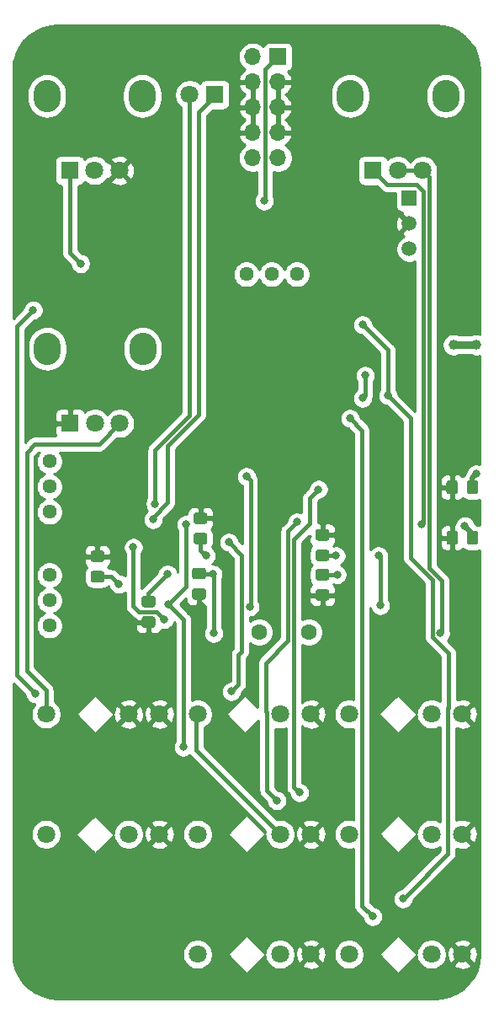
<source format=gbr>
G04 #@! TF.GenerationSoftware,KiCad,Pcbnew,5.1.6-c6e7f7d~87~ubuntu18.04.1*
G04 #@! TF.CreationDate,2020-11-08T18:53:39-05:00*
G04 #@! TF.ProjectId,modulation_source,6d6f6475-6c61-4746-996f-6e5f736f7572,0*
G04 #@! TF.SameCoordinates,Original*
G04 #@! TF.FileFunction,Copper,L1,Top*
G04 #@! TF.FilePolarity,Positive*
%FSLAX46Y46*%
G04 Gerber Fmt 4.6, Leading zero omitted, Abs format (unit mm)*
G04 Created by KiCad (PCBNEW 5.1.6-c6e7f7d~87~ubuntu18.04.1) date 2020-11-08 18:53:39*
%MOMM*%
%LPD*%
G01*
G04 APERTURE LIST*
G04 #@! TA.AperFunction,ComponentPad*
%ADD10R,1.500000X1.500000*%
G04 #@! TD*
G04 #@! TA.AperFunction,ComponentPad*
%ADD11C,1.500000*%
G04 #@! TD*
G04 #@! TA.AperFunction,ComponentPad*
%ADD12C,1.600000*%
G04 #@! TD*
G04 #@! TA.AperFunction,ComponentPad*
%ADD13C,1.440000*%
G04 #@! TD*
G04 #@! TA.AperFunction,ComponentPad*
%ADD14O,2.720000X3.240000*%
G04 #@! TD*
G04 #@! TA.AperFunction,ComponentPad*
%ADD15C,1.800000*%
G04 #@! TD*
G04 #@! TA.AperFunction,ComponentPad*
%ADD16R,1.800000X1.800000*%
G04 #@! TD*
G04 #@! TA.AperFunction,ComponentPad*
%ADD17O,1.700000X1.700000*%
G04 #@! TD*
G04 #@! TA.AperFunction,ComponentPad*
%ADD18R,1.700000X1.700000*%
G04 #@! TD*
G04 #@! TA.AperFunction,ViaPad*
%ADD19C,0.800000*%
G04 #@! TD*
G04 #@! TA.AperFunction,ViaPad*
%ADD20C,1.000000*%
G04 #@! TD*
G04 #@! TA.AperFunction,Conductor*
%ADD21C,0.400000*%
G04 #@! TD*
G04 #@! TA.AperFunction,Conductor*
%ADD22C,0.500000*%
G04 #@! TD*
G04 #@! TA.AperFunction,Conductor*
%ADD23C,0.750000*%
G04 #@! TD*
G04 #@! TA.AperFunction,Conductor*
%ADD24C,0.254000*%
G04 #@! TD*
G04 APERTURE END LIST*
D10*
X142113000Y-68834000D03*
D11*
X142113000Y-73914000D03*
X142113000Y-71374000D03*
D12*
X132000000Y-112395000D03*
X127000000Y-112395000D03*
D13*
X125730000Y-76454000D03*
X128270000Y-76454000D03*
X130810000Y-76454000D03*
D14*
X136170000Y-58540000D03*
X145770000Y-58540000D03*
D15*
X143470000Y-66040000D03*
X140970000Y-66040000D03*
D16*
X138470000Y-66040000D03*
D13*
X105918000Y-106680000D03*
X105918000Y-109220000D03*
X105918000Y-111760000D03*
X105918000Y-95250000D03*
X105918000Y-97790000D03*
X105918000Y-100330000D03*
D14*
X105650000Y-58540000D03*
X115250000Y-58540000D03*
D15*
X112950000Y-66040000D03*
X110450000Y-66040000D03*
D16*
X107950000Y-66040000D03*
D14*
X105690000Y-83940000D03*
X115290000Y-83940000D03*
D15*
X112990000Y-91440000D03*
X110490000Y-91440000D03*
D16*
X107990000Y-91440000D03*
D17*
X126365000Y-64770000D03*
X128905000Y-64770000D03*
X126365000Y-62230000D03*
X128905000Y-62230000D03*
X126365000Y-59690000D03*
X128905000Y-59690000D03*
X126365000Y-57150000D03*
X128905000Y-57150000D03*
X126365000Y-54610000D03*
D18*
X128905000Y-54610000D03*
D15*
X136050000Y-144780000D03*
X147450000Y-144780000D03*
X144350000Y-144780000D03*
X120810000Y-144780000D03*
X132210000Y-144780000D03*
X129110000Y-144780000D03*
X136050000Y-132715000D03*
X147450000Y-132715000D03*
X144350000Y-132715000D03*
X136050000Y-120650000D03*
X147450000Y-120650000D03*
X144350000Y-120650000D03*
X120810000Y-120650000D03*
X132210000Y-120650000D03*
X129110000Y-120650000D03*
X120810000Y-132715000D03*
X132210000Y-132715000D03*
X129110000Y-132715000D03*
X105570000Y-132715000D03*
X116970000Y-132715000D03*
X113870000Y-132715000D03*
X105570000Y-120650000D03*
X116970000Y-120650000D03*
X113870000Y-120650000D03*
X120015000Y-58420000D03*
D16*
X122555000Y-58420000D03*
G04 #@! TA.AperFunction,SMDPad,CuDef*
G36*
G01*
X110293999Y-106267560D02*
X111194001Y-106267560D01*
G75*
G02*
X111444000Y-106517559I0J-249999D01*
G01*
X111444000Y-107167561D01*
G75*
G02*
X111194001Y-107417560I-249999J0D01*
G01*
X110293999Y-107417560D01*
G75*
G02*
X110044000Y-107167561I0J249999D01*
G01*
X110044000Y-106517559D01*
G75*
G02*
X110293999Y-106267560I249999J0D01*
G01*
G37*
G04 #@! TD.AperFunction*
G04 #@! TA.AperFunction,SMDPad,CuDef*
G36*
G01*
X110293999Y-104217560D02*
X111194001Y-104217560D01*
G75*
G02*
X111444000Y-104467559I0J-249999D01*
G01*
X111444000Y-105117561D01*
G75*
G02*
X111194001Y-105367560I-249999J0D01*
G01*
X110293999Y-105367560D01*
G75*
G02*
X110044000Y-105117561I0J249999D01*
G01*
X110044000Y-104467559D01*
G75*
G02*
X110293999Y-104217560I249999J0D01*
G01*
G37*
G04 #@! TD.AperFunction*
G04 #@! TA.AperFunction,SMDPad,CuDef*
G36*
G01*
X115429879Y-110816920D02*
X116329881Y-110816920D01*
G75*
G02*
X116579880Y-111066919I0J-249999D01*
G01*
X116579880Y-111716921D01*
G75*
G02*
X116329881Y-111966920I-249999J0D01*
G01*
X115429879Y-111966920D01*
G75*
G02*
X115179880Y-111716921I0J249999D01*
G01*
X115179880Y-111066919D01*
G75*
G02*
X115429879Y-110816920I249999J0D01*
G01*
G37*
G04 #@! TD.AperFunction*
G04 #@! TA.AperFunction,SMDPad,CuDef*
G36*
G01*
X115429879Y-108766920D02*
X116329881Y-108766920D01*
G75*
G02*
X116579880Y-109016919I0J-249999D01*
G01*
X116579880Y-109666921D01*
G75*
G02*
X116329881Y-109916920I-249999J0D01*
G01*
X115429879Y-109916920D01*
G75*
G02*
X115179880Y-109666921I0J249999D01*
G01*
X115179880Y-109016919D01*
G75*
G02*
X115429879Y-108766920I249999J0D01*
G01*
G37*
G04 #@! TD.AperFunction*
G04 #@! TA.AperFunction,SMDPad,CuDef*
G36*
G01*
X120652119Y-102446240D02*
X121552121Y-102446240D01*
G75*
G02*
X121802120Y-102696239I0J-249999D01*
G01*
X121802120Y-103346241D01*
G75*
G02*
X121552121Y-103596240I-249999J0D01*
G01*
X120652119Y-103596240D01*
G75*
G02*
X120402120Y-103346241I0J249999D01*
G01*
X120402120Y-102696239D01*
G75*
G02*
X120652119Y-102446240I249999J0D01*
G01*
G37*
G04 #@! TD.AperFunction*
G04 #@! TA.AperFunction,SMDPad,CuDef*
G36*
G01*
X120652119Y-100396240D02*
X121552121Y-100396240D01*
G75*
G02*
X121802120Y-100646239I0J-249999D01*
G01*
X121802120Y-101296241D01*
G75*
G02*
X121552121Y-101546240I-249999J0D01*
G01*
X120652119Y-101546240D01*
G75*
G02*
X120402120Y-101296241I0J249999D01*
G01*
X120402120Y-100646239D01*
G75*
G02*
X120652119Y-100396240I249999J0D01*
G01*
G37*
G04 #@! TD.AperFunction*
G04 #@! TA.AperFunction,SMDPad,CuDef*
G36*
G01*
X120517499Y-108002600D02*
X121417501Y-108002600D01*
G75*
G02*
X121667500Y-108252599I0J-249999D01*
G01*
X121667500Y-108902601D01*
G75*
G02*
X121417501Y-109152600I-249999J0D01*
G01*
X120517499Y-109152600D01*
G75*
G02*
X120267500Y-108902601I0J249999D01*
G01*
X120267500Y-108252599D01*
G75*
G02*
X120517499Y-108002600I249999J0D01*
G01*
G37*
G04 #@! TD.AperFunction*
G04 #@! TA.AperFunction,SMDPad,CuDef*
G36*
G01*
X120517499Y-105952600D02*
X121417501Y-105952600D01*
G75*
G02*
X121667500Y-106202599I0J-249999D01*
G01*
X121667500Y-106852601D01*
G75*
G02*
X121417501Y-107102600I-249999J0D01*
G01*
X120517499Y-107102600D01*
G75*
G02*
X120267500Y-106852601I0J249999D01*
G01*
X120267500Y-106202599D01*
G75*
G02*
X120517499Y-105952600I249999J0D01*
G01*
G37*
G04 #@! TD.AperFunction*
G04 #@! TA.AperFunction,SMDPad,CuDef*
G36*
G01*
X132925399Y-104123800D02*
X133825401Y-104123800D01*
G75*
G02*
X134075400Y-104373799I0J-249999D01*
G01*
X134075400Y-105023801D01*
G75*
G02*
X133825401Y-105273800I-249999J0D01*
G01*
X132925399Y-105273800D01*
G75*
G02*
X132675400Y-105023801I0J249999D01*
G01*
X132675400Y-104373799D01*
G75*
G02*
X132925399Y-104123800I249999J0D01*
G01*
G37*
G04 #@! TD.AperFunction*
G04 #@! TA.AperFunction,SMDPad,CuDef*
G36*
G01*
X132925399Y-102073800D02*
X133825401Y-102073800D01*
G75*
G02*
X134075400Y-102323799I0J-249999D01*
G01*
X134075400Y-102973801D01*
G75*
G02*
X133825401Y-103223800I-249999J0D01*
G01*
X132925399Y-103223800D01*
G75*
G02*
X132675400Y-102973801I0J249999D01*
G01*
X132675400Y-102323799D01*
G75*
G02*
X132925399Y-102073800I249999J0D01*
G01*
G37*
G04 #@! TD.AperFunction*
G04 #@! TA.AperFunction,SMDPad,CuDef*
G36*
G01*
X132925399Y-108111600D02*
X133825401Y-108111600D01*
G75*
G02*
X134075400Y-108361599I0J-249999D01*
G01*
X134075400Y-109011601D01*
G75*
G02*
X133825401Y-109261600I-249999J0D01*
G01*
X132925399Y-109261600D01*
G75*
G02*
X132675400Y-109011601I0J249999D01*
G01*
X132675400Y-108361599D01*
G75*
G02*
X132925399Y-108111600I249999J0D01*
G01*
G37*
G04 #@! TD.AperFunction*
G04 #@! TA.AperFunction,SMDPad,CuDef*
G36*
G01*
X132925399Y-106061600D02*
X133825401Y-106061600D01*
G75*
G02*
X134075400Y-106311599I0J-249999D01*
G01*
X134075400Y-106961601D01*
G75*
G02*
X133825401Y-107211600I-249999J0D01*
G01*
X132925399Y-107211600D01*
G75*
G02*
X132675400Y-106961601I0J249999D01*
G01*
X132675400Y-106311599D01*
G75*
G02*
X132925399Y-106061600I249999J0D01*
G01*
G37*
G04 #@! TD.AperFunction*
G04 #@! TA.AperFunction,SMDPad,CuDef*
G36*
G01*
X147906000Y-103383501D02*
X147906000Y-102483499D01*
G75*
G02*
X148155999Y-102233500I249999J0D01*
G01*
X148806001Y-102233500D01*
G75*
G02*
X149056000Y-102483499I0J-249999D01*
G01*
X149056000Y-103383501D01*
G75*
G02*
X148806001Y-103633500I-249999J0D01*
G01*
X148155999Y-103633500D01*
G75*
G02*
X147906000Y-103383501I0J249999D01*
G01*
G37*
G04 #@! TD.AperFunction*
G04 #@! TA.AperFunction,SMDPad,CuDef*
G36*
G01*
X145856000Y-103383501D02*
X145856000Y-102483499D01*
G75*
G02*
X146105999Y-102233500I249999J0D01*
G01*
X146756001Y-102233500D01*
G75*
G02*
X147006000Y-102483499I0J-249999D01*
G01*
X147006000Y-103383501D01*
G75*
G02*
X146756001Y-103633500I-249999J0D01*
G01*
X146105999Y-103633500D01*
G75*
G02*
X145856000Y-103383501I0J249999D01*
G01*
G37*
G04 #@! TD.AperFunction*
G04 #@! TA.AperFunction,SMDPad,CuDef*
G36*
G01*
X146997000Y-97403499D02*
X146997000Y-98303501D01*
G75*
G02*
X146747001Y-98553500I-249999J0D01*
G01*
X146096999Y-98553500D01*
G75*
G02*
X145847000Y-98303501I0J249999D01*
G01*
X145847000Y-97403499D01*
G75*
G02*
X146096999Y-97153500I249999J0D01*
G01*
X146747001Y-97153500D01*
G75*
G02*
X146997000Y-97403499I0J-249999D01*
G01*
G37*
G04 #@! TD.AperFunction*
G04 #@! TA.AperFunction,SMDPad,CuDef*
G36*
G01*
X149047000Y-97403499D02*
X149047000Y-98303501D01*
G75*
G02*
X148797001Y-98553500I-249999J0D01*
G01*
X148146999Y-98553500D01*
G75*
G02*
X147897000Y-98303501I0J249999D01*
G01*
X147897000Y-97403499D01*
G75*
G02*
X148146999Y-97153500I249999J0D01*
G01*
X148797001Y-97153500D01*
G75*
G02*
X149047000Y-97403499I0J-249999D01*
G01*
G37*
G04 #@! TD.AperFunction*
D19*
X125730000Y-96774000D03*
X126072810Y-109855000D03*
X124650500Y-101219000D03*
X128422400Y-110032800D03*
X122428000Y-115316000D03*
X114300000Y-97536000D03*
X121412000Y-98044000D03*
X114300000Y-99314000D03*
X121285000Y-93345000D03*
X129540000Y-95250000D03*
X135890000Y-94615000D03*
X139700000Y-94615000D03*
X117475000Y-115570000D03*
X138684000Y-116179600D03*
X142240000Y-116205000D03*
X133985000Y-125095000D03*
X140970000Y-124460000D03*
X129159000Y-126365000D03*
X125730000Y-126365000D03*
X116840000Y-129540000D03*
X135966200Y-109905800D03*
X126390400Y-115189000D03*
X146177000Y-95377000D03*
X146050000Y-89281000D03*
X146050000Y-76200000D03*
X145923000Y-68326000D03*
X144780000Y-116840000D03*
X142240000Y-109220000D03*
X142240000Y-84963000D03*
D20*
X148844000Y-83566000D03*
D19*
X122428000Y-112522000D03*
X122336990Y-106588990D03*
X127508000Y-69088000D03*
X148844000Y-96520000D03*
X134856000Y-106636600D03*
X117786688Y-106588990D03*
D20*
X146558000Y-83566000D03*
D19*
X139192000Y-109728000D03*
X139024790Y-104739010D03*
X147701000Y-101727000D03*
X134757590Y-104739010D03*
X121661350Y-104739010D03*
X112890300Y-107581700D03*
X109042200Y-75387200D03*
X116541007Y-99523007D03*
X116332000Y-101092000D03*
X124206000Y-118364000D03*
X123952000Y-103378000D03*
X130810000Y-101346000D03*
X128773868Y-129324010D03*
X139954000Y-88646000D03*
X141478000Y-139192000D03*
X137414000Y-81534008D03*
X137668000Y-86614000D03*
X137414000Y-88900000D03*
X136144000Y-90932000D03*
X138430000Y-140970000D03*
X131064000Y-128524000D03*
X132969000Y-98069400D03*
X104267000Y-80060800D03*
X104495600Y-118592600D03*
X114350800Y-103886000D03*
X117475000Y-111125000D03*
X119634000Y-101600000D03*
X117895858Y-109572757D03*
X119380000Y-123952000D03*
X143319751Y-101548366D03*
X145249990Y-112522000D03*
D21*
X125730000Y-96774000D02*
X126129999Y-97173999D01*
X126129999Y-109797811D02*
X126072810Y-109855000D01*
X126129999Y-97173999D02*
X126129999Y-109797811D01*
X120967500Y-108577600D02*
X120967500Y-109349540D01*
X120967500Y-109349540D02*
X121422160Y-109804200D01*
X121422160Y-109804200D02*
X121422160Y-111445040D01*
X122428000Y-112522000D02*
X122428000Y-106680000D01*
X122428000Y-106680000D02*
X122336990Y-106588990D01*
X127635000Y-55880000D02*
X128905000Y-54610000D01*
X127508000Y-69088000D02*
X127635000Y-68961000D01*
X127635000Y-68961000D02*
X127635000Y-55880000D01*
D22*
X148472000Y-96892000D02*
X148844000Y-96520000D01*
X148472000Y-97853500D02*
X148472000Y-96892000D01*
D21*
X134885632Y-106636600D02*
X133375400Y-106636600D01*
X134856000Y-106636600D02*
X134885632Y-106636600D01*
X121028890Y-106588990D02*
X120967500Y-106527600D01*
X122336990Y-106588990D02*
X121028890Y-106588990D01*
X115879880Y-109341920D02*
X115879880Y-108495798D01*
X115879880Y-108495798D02*
X117786688Y-106588990D01*
D23*
X148844000Y-83566000D02*
X146558000Y-83566000D01*
D21*
X139192000Y-109728000D02*
X139192000Y-104906220D01*
X139192000Y-104906220D02*
X139024790Y-104739010D01*
D22*
X148463000Y-102933500D02*
X148463000Y-102489000D01*
X148463000Y-102489000D02*
X147701000Y-101727000D01*
D21*
X134717380Y-104698800D02*
X134757590Y-104739010D01*
X133375400Y-104698800D02*
X134717380Y-104698800D01*
X121102120Y-104179780D02*
X121661350Y-104739010D01*
X121102120Y-103021240D02*
X121102120Y-104179780D01*
X112151160Y-106842560D02*
X112890300Y-107581700D01*
X110744000Y-106842560D02*
X112151160Y-106842560D01*
X107950000Y-74295000D02*
X107950000Y-66040000D01*
X109042200Y-75387200D02*
X107950000Y-74295000D01*
X120015000Y-90629558D02*
X116541007Y-94103551D01*
X120015000Y-58420000D02*
X120015000Y-90629558D01*
X116541007Y-94103551D02*
X116541007Y-99523007D01*
X116332000Y-100863400D02*
X116332000Y-101092000D01*
X117792500Y-99402900D02*
X116332000Y-100863400D01*
X117792500Y-93700600D02*
X117792500Y-99402900D01*
X120904000Y-90589100D02*
X117792500Y-93700600D01*
X122555000Y-58420000D02*
X122555000Y-58547000D01*
X122555000Y-58547000D02*
X120904000Y-60198000D01*
X120904000Y-60198000D02*
X120904000Y-90589100D01*
X125257560Y-104683560D02*
X123952000Y-103378000D01*
X125257560Y-114350438D02*
X125257560Y-104683560D01*
X124929999Y-114677999D02*
X125257560Y-114350438D01*
X124206000Y-118364000D02*
X124929999Y-117640001D01*
X124929999Y-117640001D02*
X124929999Y-114677999D01*
X129921000Y-102235000D02*
X129921000Y-113258600D01*
X127679999Y-115499601D02*
X127679999Y-120364297D01*
X129921000Y-113258600D02*
X127679999Y-115499601D01*
X127800010Y-120484308D02*
X127800010Y-128350152D01*
X127800010Y-128350152D02*
X128773868Y-129324010D01*
X130810000Y-101346000D02*
X129921000Y-102235000D01*
X127679999Y-120364297D02*
X127800010Y-120484308D01*
X139954000Y-88646000D02*
X139954000Y-84074008D01*
X139954000Y-84074008D02*
X137414000Y-81534008D01*
X141877999Y-138792001D02*
X141478000Y-139192000D01*
X142240000Y-90932000D02*
X142240000Y-104937742D01*
X142240000Y-104937742D02*
X144449989Y-107147731D01*
X146019999Y-120025999D02*
X146019999Y-134650001D01*
X146019999Y-134650001D02*
X141877999Y-138792001D01*
X144449989Y-112906001D02*
X146050000Y-114506012D01*
X146050000Y-119995998D02*
X146019999Y-120025999D01*
X146050000Y-114506012D02*
X146050000Y-119995998D01*
X139954000Y-88646000D02*
X142240000Y-90932000D01*
X144449989Y-107147731D02*
X144449989Y-112906001D01*
X137668000Y-86614000D02*
X137668000Y-88646000D01*
X137668000Y-88646000D02*
X137414000Y-88900000D01*
X136144000Y-90932000D02*
X137350001Y-92138001D01*
X137350001Y-139890001D02*
X138430000Y-140970000D01*
X137350001Y-92138001D02*
X137350001Y-139890001D01*
X105570000Y-120650000D02*
X105570000Y-118228998D01*
X104444800Y-93522800D02*
X110907200Y-93522800D01*
X105570000Y-118228998D02*
X103606600Y-116265598D01*
X103606600Y-116265598D02*
X103606600Y-94361000D01*
X110907200Y-93522800D02*
X112990000Y-91440000D01*
X103606600Y-94361000D02*
X104444800Y-93522800D01*
X130521010Y-127981010D02*
X131064000Y-128524000D01*
X130521010Y-103057390D02*
X130521010Y-127981010D01*
X132105400Y-101473000D02*
X130521010Y-103057390D01*
X132969000Y-98069400D02*
X132105400Y-98933000D01*
X132105400Y-98933000D02*
X132105400Y-101473000D01*
X120680000Y-124285000D02*
X120680000Y-120650000D01*
X128980000Y-133350000D02*
X128980000Y-132585000D01*
X128980000Y-132585000D02*
X120680000Y-124285000D01*
X102622401Y-81705399D02*
X102622401Y-116719401D01*
X104267000Y-80060800D02*
X102622401Y-81705399D01*
X102622401Y-116719401D02*
X104495600Y-118592600D01*
X116722767Y-110372767D02*
X117475000Y-111125000D01*
X114350800Y-109814360D02*
X114909207Y-110372767D01*
X114350800Y-103886000D02*
X114350800Y-109814360D01*
X114909207Y-110372767D02*
X116722767Y-110372767D01*
X119634000Y-101600000D02*
X119634000Y-107834615D01*
X119634000Y-107834615D02*
X117895858Y-109572757D01*
X119380000Y-123952000D02*
X119380000Y-111125000D01*
X117895858Y-109640858D02*
X117895858Y-109572757D01*
X119380000Y-111125000D02*
X117895858Y-109640858D01*
X138470000Y-66040000D02*
X138684000Y-66040000D01*
X143544989Y-101323128D02*
X143319751Y-101548366D01*
X143544989Y-68106989D02*
X143544989Y-101323128D01*
X142875000Y-67437000D02*
X143544989Y-68106989D01*
X138470000Y-66040000D02*
X139867000Y-67437000D01*
X139867000Y-67437000D02*
X142875000Y-67437000D01*
X140970000Y-66040000D02*
X143470000Y-66040000D01*
X145396001Y-112375989D02*
X145249990Y-112522000D01*
X145396001Y-107245201D02*
X145396001Y-112375989D01*
X144145000Y-105994200D02*
X145396001Y-107245201D01*
X144145000Y-66715000D02*
X144145000Y-105994200D01*
X143470000Y-66040000D02*
X144145000Y-66715000D01*
D24*
G36*
X145562249Y-51532437D02*
G01*
X146319774Y-51739672D01*
X147028625Y-52077777D01*
X147666404Y-52536067D01*
X148212946Y-53100055D01*
X148650977Y-53751913D01*
X148966651Y-54471038D01*
X149151206Y-55239768D01*
X149200001Y-55904221D01*
X149200001Y-82484945D01*
X149175067Y-82474617D01*
X148955788Y-82431000D01*
X148732212Y-82431000D01*
X148512933Y-82474617D01*
X148316458Y-82556000D01*
X147085542Y-82556000D01*
X146889067Y-82474617D01*
X146669788Y-82431000D01*
X146446212Y-82431000D01*
X146226933Y-82474617D01*
X146020376Y-82560176D01*
X145834480Y-82684388D01*
X145676388Y-82842480D01*
X145552176Y-83028376D01*
X145466617Y-83234933D01*
X145423000Y-83454212D01*
X145423000Y-83677788D01*
X145466617Y-83897067D01*
X145552176Y-84103624D01*
X145676388Y-84289520D01*
X145834480Y-84447612D01*
X146020376Y-84571824D01*
X146226933Y-84657383D01*
X146446212Y-84701000D01*
X146669788Y-84701000D01*
X146889067Y-84657383D01*
X147085542Y-84576000D01*
X148316458Y-84576000D01*
X148512933Y-84657383D01*
X148732212Y-84701000D01*
X148955788Y-84701000D01*
X149175067Y-84657383D01*
X149200001Y-84647055D01*
X149200001Y-95547184D01*
X149145898Y-95524774D01*
X148945939Y-95485000D01*
X148742061Y-95485000D01*
X148542102Y-95524774D01*
X148353744Y-95602795D01*
X148184226Y-95716063D01*
X148040063Y-95860226D01*
X147926795Y-96029744D01*
X147848774Y-96218102D01*
X147838727Y-96268614D01*
X147815471Y-96296951D01*
X147815468Y-96296954D01*
X147732590Y-96397941D01*
X147650412Y-96551687D01*
X147603544Y-96706186D01*
X147519038Y-96775538D01*
X147513658Y-96782094D01*
X147448185Y-96702315D01*
X147351494Y-96622963D01*
X147241180Y-96563998D01*
X147121482Y-96527688D01*
X146997000Y-96515428D01*
X146707750Y-96518500D01*
X146549000Y-96677250D01*
X146549000Y-97726500D01*
X146569000Y-97726500D01*
X146569000Y-97980500D01*
X146549000Y-97980500D01*
X146549000Y-99029750D01*
X146707750Y-99188500D01*
X146997000Y-99191572D01*
X147121482Y-99179312D01*
X147241180Y-99143002D01*
X147351494Y-99084037D01*
X147448185Y-99004685D01*
X147513658Y-98924906D01*
X147519038Y-98931462D01*
X147653613Y-99041905D01*
X147807149Y-99123972D01*
X147973745Y-99174508D01*
X148146999Y-99191572D01*
X148797001Y-99191572D01*
X148970255Y-99174508D01*
X149136851Y-99123972D01*
X149200001Y-99090218D01*
X149200000Y-101691972D01*
X149145851Y-101663028D01*
X148979255Y-101612492D01*
X148822646Y-101597067D01*
X148707535Y-101481956D01*
X148696226Y-101425102D01*
X148618205Y-101236744D01*
X148504937Y-101067226D01*
X148360774Y-100923063D01*
X148191256Y-100809795D01*
X148002898Y-100731774D01*
X147802939Y-100692000D01*
X147599061Y-100692000D01*
X147399102Y-100731774D01*
X147210744Y-100809795D01*
X147041226Y-100923063D01*
X146897063Y-101067226D01*
X146783795Y-101236744D01*
X146705774Y-101425102D01*
X146666000Y-101625061D01*
X146666000Y-101649250D01*
X146558000Y-101757250D01*
X146558000Y-102806500D01*
X146578000Y-102806500D01*
X146578000Y-103060500D01*
X146558000Y-103060500D01*
X146558000Y-104109750D01*
X146716750Y-104268500D01*
X147006000Y-104271572D01*
X147130482Y-104259312D01*
X147250180Y-104223002D01*
X147360494Y-104164037D01*
X147457185Y-104084685D01*
X147522658Y-104004906D01*
X147528038Y-104011462D01*
X147662613Y-104121905D01*
X147816149Y-104203972D01*
X147982745Y-104254508D01*
X148155999Y-104271572D01*
X148806001Y-104271572D01*
X148979255Y-104254508D01*
X149145851Y-104203972D01*
X149200000Y-104175028D01*
X149200000Y-144750608D01*
X149127563Y-145562249D01*
X148920328Y-146319774D01*
X148582221Y-147028627D01*
X148123928Y-147666410D01*
X147559945Y-148212946D01*
X146908085Y-148650978D01*
X146188963Y-148966651D01*
X145420232Y-149151206D01*
X144755792Y-149200000D01*
X106709392Y-149200000D01*
X105897751Y-149127563D01*
X105140226Y-148920328D01*
X104431373Y-148582221D01*
X103793590Y-148123928D01*
X103247054Y-147559945D01*
X102809022Y-146908085D01*
X102493349Y-146188963D01*
X102308794Y-145420232D01*
X102260000Y-144755792D01*
X102260000Y-144628816D01*
X119275000Y-144628816D01*
X119275000Y-144931184D01*
X119333989Y-145227743D01*
X119449701Y-145507095D01*
X119617688Y-145758505D01*
X119831495Y-145972312D01*
X120082905Y-146140299D01*
X120362257Y-146256011D01*
X120658816Y-146315000D01*
X120961184Y-146315000D01*
X121257743Y-146256011D01*
X121537095Y-146140299D01*
X121788505Y-145972312D01*
X122002312Y-145758505D01*
X122170299Y-145507095D01*
X122286011Y-145227743D01*
X122345000Y-144931184D01*
X122345000Y-144780000D01*
X123803000Y-144780000D01*
X123805440Y-144804776D01*
X123812667Y-144828601D01*
X123824403Y-144850557D01*
X123840197Y-144869803D01*
X125640197Y-146669803D01*
X125659443Y-146685597D01*
X125681399Y-146697333D01*
X125705224Y-146704560D01*
X125730000Y-146707000D01*
X125754776Y-146704560D01*
X125778601Y-146697333D01*
X125800557Y-146685597D01*
X125819803Y-146669803D01*
X127575000Y-144914606D01*
X127575000Y-144931184D01*
X127633989Y-145227743D01*
X127749701Y-145507095D01*
X127917688Y-145758505D01*
X128131495Y-145972312D01*
X128382905Y-146140299D01*
X128662257Y-146256011D01*
X128958816Y-146315000D01*
X129261184Y-146315000D01*
X129557743Y-146256011D01*
X129837095Y-146140299D01*
X130088505Y-145972312D01*
X130216737Y-145844080D01*
X131325525Y-145844080D01*
X131409208Y-146098261D01*
X131681775Y-146229158D01*
X131974642Y-146304365D01*
X132276553Y-146320991D01*
X132575907Y-146278397D01*
X132861199Y-146178222D01*
X133010792Y-146098261D01*
X133094475Y-145844080D01*
X132210000Y-144959605D01*
X131325525Y-145844080D01*
X130216737Y-145844080D01*
X130302312Y-145758505D01*
X130470299Y-145507095D01*
X130586011Y-145227743D01*
X130645000Y-144931184D01*
X130645000Y-144846553D01*
X130669009Y-144846553D01*
X130711603Y-145145907D01*
X130811778Y-145431199D01*
X130891739Y-145580792D01*
X131145920Y-145664475D01*
X132030395Y-144780000D01*
X132389605Y-144780000D01*
X133274080Y-145664475D01*
X133528261Y-145580792D01*
X133659158Y-145308225D01*
X133734365Y-145015358D01*
X133750991Y-144713447D01*
X133738950Y-144628816D01*
X134515000Y-144628816D01*
X134515000Y-144931184D01*
X134573989Y-145227743D01*
X134689701Y-145507095D01*
X134857688Y-145758505D01*
X135071495Y-145972312D01*
X135322905Y-146140299D01*
X135602257Y-146256011D01*
X135898816Y-146315000D01*
X136201184Y-146315000D01*
X136497743Y-146256011D01*
X136777095Y-146140299D01*
X137028505Y-145972312D01*
X137242312Y-145758505D01*
X137410299Y-145507095D01*
X137526011Y-145227743D01*
X137585000Y-144931184D01*
X137585000Y-144780000D01*
X139043000Y-144780000D01*
X139045440Y-144804776D01*
X139052667Y-144828601D01*
X139064403Y-144850557D01*
X139080197Y-144869803D01*
X140880197Y-146669803D01*
X140899443Y-146685597D01*
X140921399Y-146697333D01*
X140945224Y-146704560D01*
X140970000Y-146707000D01*
X140994776Y-146704560D01*
X141018601Y-146697333D01*
X141040557Y-146685597D01*
X141059803Y-146669803D01*
X142815000Y-144914606D01*
X142815000Y-144931184D01*
X142873989Y-145227743D01*
X142989701Y-145507095D01*
X143157688Y-145758505D01*
X143371495Y-145972312D01*
X143622905Y-146140299D01*
X143902257Y-146256011D01*
X144198816Y-146315000D01*
X144501184Y-146315000D01*
X144797743Y-146256011D01*
X145077095Y-146140299D01*
X145328505Y-145972312D01*
X145456737Y-145844080D01*
X146565525Y-145844080D01*
X146649208Y-146098261D01*
X146921775Y-146229158D01*
X147214642Y-146304365D01*
X147516553Y-146320991D01*
X147815907Y-146278397D01*
X148101199Y-146178222D01*
X148250792Y-146098261D01*
X148334475Y-145844080D01*
X147450000Y-144959605D01*
X146565525Y-145844080D01*
X145456737Y-145844080D01*
X145542312Y-145758505D01*
X145710299Y-145507095D01*
X145826011Y-145227743D01*
X145885000Y-144931184D01*
X145885000Y-144846553D01*
X145909009Y-144846553D01*
X145951603Y-145145907D01*
X146051778Y-145431199D01*
X146131739Y-145580792D01*
X146385920Y-145664475D01*
X147270395Y-144780000D01*
X147629605Y-144780000D01*
X148514080Y-145664475D01*
X148768261Y-145580792D01*
X148899158Y-145308225D01*
X148974365Y-145015358D01*
X148990991Y-144713447D01*
X148948397Y-144414093D01*
X148848222Y-144128801D01*
X148768261Y-143979208D01*
X148514080Y-143895525D01*
X147629605Y-144780000D01*
X147270395Y-144780000D01*
X146385920Y-143895525D01*
X146131739Y-143979208D01*
X146000842Y-144251775D01*
X145925635Y-144544642D01*
X145909009Y-144846553D01*
X145885000Y-144846553D01*
X145885000Y-144628816D01*
X145826011Y-144332257D01*
X145710299Y-144052905D01*
X145542312Y-143801495D01*
X145456737Y-143715920D01*
X146565525Y-143715920D01*
X147450000Y-144600395D01*
X148334475Y-143715920D01*
X148250792Y-143461739D01*
X147978225Y-143330842D01*
X147685358Y-143255635D01*
X147383447Y-143239009D01*
X147084093Y-143281603D01*
X146798801Y-143381778D01*
X146649208Y-143461739D01*
X146565525Y-143715920D01*
X145456737Y-143715920D01*
X145328505Y-143587688D01*
X145077095Y-143419701D01*
X144797743Y-143303989D01*
X144501184Y-143245000D01*
X144198816Y-143245000D01*
X143902257Y-143303989D01*
X143622905Y-143419701D01*
X143371495Y-143587688D01*
X143157688Y-143801495D01*
X142989701Y-144052905D01*
X142873989Y-144332257D01*
X142815000Y-144628816D01*
X142815000Y-144645394D01*
X141059803Y-142890197D01*
X141040557Y-142874403D01*
X141018601Y-142862667D01*
X140994776Y-142855440D01*
X140970000Y-142853000D01*
X140945224Y-142855440D01*
X140921399Y-142862667D01*
X140899443Y-142874403D01*
X140880197Y-142890197D01*
X139080197Y-144690197D01*
X139064403Y-144709443D01*
X139052667Y-144731399D01*
X139045440Y-144755224D01*
X139043000Y-144780000D01*
X137585000Y-144780000D01*
X137585000Y-144628816D01*
X137526011Y-144332257D01*
X137410299Y-144052905D01*
X137242312Y-143801495D01*
X137028505Y-143587688D01*
X136777095Y-143419701D01*
X136497743Y-143303989D01*
X136201184Y-143245000D01*
X135898816Y-143245000D01*
X135602257Y-143303989D01*
X135322905Y-143419701D01*
X135071495Y-143587688D01*
X134857688Y-143801495D01*
X134689701Y-144052905D01*
X134573989Y-144332257D01*
X134515000Y-144628816D01*
X133738950Y-144628816D01*
X133708397Y-144414093D01*
X133608222Y-144128801D01*
X133528261Y-143979208D01*
X133274080Y-143895525D01*
X132389605Y-144780000D01*
X132030395Y-144780000D01*
X131145920Y-143895525D01*
X130891739Y-143979208D01*
X130760842Y-144251775D01*
X130685635Y-144544642D01*
X130669009Y-144846553D01*
X130645000Y-144846553D01*
X130645000Y-144628816D01*
X130586011Y-144332257D01*
X130470299Y-144052905D01*
X130302312Y-143801495D01*
X130216737Y-143715920D01*
X131325525Y-143715920D01*
X132210000Y-144600395D01*
X133094475Y-143715920D01*
X133010792Y-143461739D01*
X132738225Y-143330842D01*
X132445358Y-143255635D01*
X132143447Y-143239009D01*
X131844093Y-143281603D01*
X131558801Y-143381778D01*
X131409208Y-143461739D01*
X131325525Y-143715920D01*
X130216737Y-143715920D01*
X130088505Y-143587688D01*
X129837095Y-143419701D01*
X129557743Y-143303989D01*
X129261184Y-143245000D01*
X128958816Y-143245000D01*
X128662257Y-143303989D01*
X128382905Y-143419701D01*
X128131495Y-143587688D01*
X127917688Y-143801495D01*
X127749701Y-144052905D01*
X127633989Y-144332257D01*
X127575000Y-144628816D01*
X127575000Y-144645394D01*
X125819803Y-142890197D01*
X125800557Y-142874403D01*
X125778601Y-142862667D01*
X125754776Y-142855440D01*
X125730000Y-142853000D01*
X125705224Y-142855440D01*
X125681399Y-142862667D01*
X125659443Y-142874403D01*
X125640197Y-142890197D01*
X123840197Y-144690197D01*
X123824403Y-144709443D01*
X123812667Y-144731399D01*
X123805440Y-144755224D01*
X123803000Y-144780000D01*
X122345000Y-144780000D01*
X122345000Y-144628816D01*
X122286011Y-144332257D01*
X122170299Y-144052905D01*
X122002312Y-143801495D01*
X121788505Y-143587688D01*
X121537095Y-143419701D01*
X121257743Y-143303989D01*
X120961184Y-143245000D01*
X120658816Y-143245000D01*
X120362257Y-143303989D01*
X120082905Y-143419701D01*
X119831495Y-143587688D01*
X119617688Y-143801495D01*
X119449701Y-144052905D01*
X119333989Y-144332257D01*
X119275000Y-144628816D01*
X102260000Y-144628816D01*
X102260000Y-132563816D01*
X104035000Y-132563816D01*
X104035000Y-132866184D01*
X104093989Y-133162743D01*
X104209701Y-133442095D01*
X104377688Y-133693505D01*
X104591495Y-133907312D01*
X104842905Y-134075299D01*
X105122257Y-134191011D01*
X105418816Y-134250000D01*
X105721184Y-134250000D01*
X106017743Y-134191011D01*
X106297095Y-134075299D01*
X106548505Y-133907312D01*
X106762312Y-133693505D01*
X106930299Y-133442095D01*
X107046011Y-133162743D01*
X107105000Y-132866184D01*
X107105000Y-132732954D01*
X108558954Y-132732954D01*
X108561394Y-132757730D01*
X108568621Y-132781555D01*
X108580357Y-132803511D01*
X108596151Y-132822757D01*
X110396151Y-134622757D01*
X110415397Y-134638551D01*
X110437353Y-134650287D01*
X110461178Y-134657514D01*
X110485954Y-134659954D01*
X110510730Y-134657514D01*
X110534555Y-134650287D01*
X110556511Y-134638551D01*
X110575757Y-134622757D01*
X112335000Y-132863514D01*
X112335000Y-132866184D01*
X112393989Y-133162743D01*
X112509701Y-133442095D01*
X112677688Y-133693505D01*
X112891495Y-133907312D01*
X113142905Y-134075299D01*
X113422257Y-134191011D01*
X113718816Y-134250000D01*
X114021184Y-134250000D01*
X114317743Y-134191011D01*
X114597095Y-134075299D01*
X114848505Y-133907312D01*
X114976737Y-133779080D01*
X116085525Y-133779080D01*
X116169208Y-134033261D01*
X116441775Y-134164158D01*
X116734642Y-134239365D01*
X117036553Y-134255991D01*
X117335907Y-134213397D01*
X117621199Y-134113222D01*
X117770792Y-134033261D01*
X117854475Y-133779080D01*
X116970000Y-132894605D01*
X116085525Y-133779080D01*
X114976737Y-133779080D01*
X115062312Y-133693505D01*
X115230299Y-133442095D01*
X115346011Y-133162743D01*
X115405000Y-132866184D01*
X115405000Y-132781553D01*
X115429009Y-132781553D01*
X115471603Y-133080907D01*
X115571778Y-133366199D01*
X115651739Y-133515792D01*
X115905920Y-133599475D01*
X116790395Y-132715000D01*
X117149605Y-132715000D01*
X118034080Y-133599475D01*
X118288261Y-133515792D01*
X118419158Y-133243225D01*
X118494365Y-132950358D01*
X118510991Y-132648447D01*
X118498950Y-132563816D01*
X119275000Y-132563816D01*
X119275000Y-132866184D01*
X119333989Y-133162743D01*
X119449701Y-133442095D01*
X119617688Y-133693505D01*
X119831495Y-133907312D01*
X120082905Y-134075299D01*
X120362257Y-134191011D01*
X120658816Y-134250000D01*
X120961184Y-134250000D01*
X121257743Y-134191011D01*
X121537095Y-134075299D01*
X121788505Y-133907312D01*
X122002312Y-133693505D01*
X122170299Y-133442095D01*
X122286011Y-133162743D01*
X122345000Y-132866184D01*
X122345000Y-132563816D01*
X122286011Y-132267257D01*
X122170299Y-131987905D01*
X122002312Y-131736495D01*
X121788505Y-131522688D01*
X121537095Y-131354701D01*
X121257743Y-131238989D01*
X120961184Y-131180000D01*
X120658816Y-131180000D01*
X120362257Y-131238989D01*
X120082905Y-131354701D01*
X119831495Y-131522688D01*
X119617688Y-131736495D01*
X119449701Y-131987905D01*
X119333989Y-132267257D01*
X119275000Y-132563816D01*
X118498950Y-132563816D01*
X118468397Y-132349093D01*
X118368222Y-132063801D01*
X118288261Y-131914208D01*
X118034080Y-131830525D01*
X117149605Y-132715000D01*
X116790395Y-132715000D01*
X115905920Y-131830525D01*
X115651739Y-131914208D01*
X115520842Y-132186775D01*
X115445635Y-132479642D01*
X115429009Y-132781553D01*
X115405000Y-132781553D01*
X115405000Y-132563816D01*
X115346011Y-132267257D01*
X115230299Y-131987905D01*
X115062312Y-131736495D01*
X114976737Y-131650920D01*
X116085525Y-131650920D01*
X116970000Y-132535395D01*
X117854475Y-131650920D01*
X117770792Y-131396739D01*
X117498225Y-131265842D01*
X117205358Y-131190635D01*
X116903447Y-131174009D01*
X116604093Y-131216603D01*
X116318801Y-131316778D01*
X116169208Y-131396739D01*
X116085525Y-131650920D01*
X114976737Y-131650920D01*
X114848505Y-131522688D01*
X114597095Y-131354701D01*
X114317743Y-131238989D01*
X114021184Y-131180000D01*
X113718816Y-131180000D01*
X113422257Y-131238989D01*
X113142905Y-131354701D01*
X112891495Y-131522688D01*
X112677688Y-131736495D01*
X112509701Y-131987905D01*
X112393989Y-132267257D01*
X112335000Y-132563816D01*
X112335000Y-132602394D01*
X110575757Y-130843151D01*
X110556511Y-130827357D01*
X110534555Y-130815621D01*
X110510730Y-130808394D01*
X110485954Y-130805954D01*
X110461178Y-130808394D01*
X110437353Y-130815621D01*
X110415397Y-130827357D01*
X110396151Y-130843151D01*
X108596151Y-132643151D01*
X108580357Y-132662397D01*
X108568621Y-132684353D01*
X108561394Y-132708178D01*
X108558954Y-132732954D01*
X107105000Y-132732954D01*
X107105000Y-132563816D01*
X107046011Y-132267257D01*
X106930299Y-131987905D01*
X106762312Y-131736495D01*
X106548505Y-131522688D01*
X106297095Y-131354701D01*
X106017743Y-131238989D01*
X105721184Y-131180000D01*
X105418816Y-131180000D01*
X105122257Y-131238989D01*
X104842905Y-131354701D01*
X104591495Y-131522688D01*
X104377688Y-131736495D01*
X104209701Y-131987905D01*
X104093989Y-132267257D01*
X104035000Y-132563816D01*
X102260000Y-132563816D01*
X102260000Y-117537867D01*
X103471508Y-118749375D01*
X103500374Y-118894498D01*
X103578395Y-119082856D01*
X103691663Y-119252374D01*
X103835826Y-119396537D01*
X104005344Y-119509805D01*
X104193702Y-119587826D01*
X104393661Y-119627600D01*
X104421583Y-119627600D01*
X104377688Y-119671495D01*
X104209701Y-119922905D01*
X104093989Y-120202257D01*
X104035000Y-120498816D01*
X104035000Y-120801184D01*
X104093989Y-121097743D01*
X104209701Y-121377095D01*
X104377688Y-121628505D01*
X104591495Y-121842312D01*
X104842905Y-122010299D01*
X105122257Y-122126011D01*
X105418816Y-122185000D01*
X105721184Y-122185000D01*
X106017743Y-122126011D01*
X106297095Y-122010299D01*
X106548505Y-121842312D01*
X106762312Y-121628505D01*
X106930299Y-121377095D01*
X107046011Y-121097743D01*
X107105000Y-120801184D01*
X107105000Y-120650000D01*
X108563000Y-120650000D01*
X108565440Y-120674776D01*
X108572667Y-120698601D01*
X108584403Y-120720557D01*
X108600197Y-120739803D01*
X110400197Y-122539803D01*
X110419443Y-122555597D01*
X110441399Y-122567333D01*
X110465224Y-122574560D01*
X110490000Y-122577000D01*
X110514776Y-122574560D01*
X110538601Y-122567333D01*
X110560557Y-122555597D01*
X110579803Y-122539803D01*
X111405526Y-121714080D01*
X112985525Y-121714080D01*
X113069208Y-121968261D01*
X113341775Y-122099158D01*
X113634642Y-122174365D01*
X113936553Y-122190991D01*
X114235907Y-122148397D01*
X114521199Y-122048222D01*
X114670792Y-121968261D01*
X114754475Y-121714080D01*
X116085525Y-121714080D01*
X116169208Y-121968261D01*
X116441775Y-122099158D01*
X116734642Y-122174365D01*
X117036553Y-122190991D01*
X117335907Y-122148397D01*
X117621199Y-122048222D01*
X117770792Y-121968261D01*
X117854475Y-121714080D01*
X116970000Y-120829605D01*
X116085525Y-121714080D01*
X114754475Y-121714080D01*
X113870000Y-120829605D01*
X112985525Y-121714080D01*
X111405526Y-121714080D01*
X112338232Y-120781374D01*
X112371603Y-121015907D01*
X112471778Y-121301199D01*
X112551739Y-121450792D01*
X112805920Y-121534475D01*
X113690395Y-120650000D01*
X114049605Y-120650000D01*
X114934080Y-121534475D01*
X115188261Y-121450792D01*
X115319158Y-121178225D01*
X115394365Y-120885358D01*
X115403660Y-120716553D01*
X115429009Y-120716553D01*
X115471603Y-121015907D01*
X115571778Y-121301199D01*
X115651739Y-121450792D01*
X115905920Y-121534475D01*
X116790395Y-120650000D01*
X117149605Y-120650000D01*
X118034080Y-121534475D01*
X118288261Y-121450792D01*
X118419158Y-121178225D01*
X118494365Y-120885358D01*
X118510991Y-120583447D01*
X118468397Y-120284093D01*
X118368222Y-119998801D01*
X118288261Y-119849208D01*
X118034080Y-119765525D01*
X117149605Y-120650000D01*
X116790395Y-120650000D01*
X115905920Y-119765525D01*
X115651739Y-119849208D01*
X115520842Y-120121775D01*
X115445635Y-120414642D01*
X115429009Y-120716553D01*
X115403660Y-120716553D01*
X115410991Y-120583447D01*
X115368397Y-120284093D01*
X115268222Y-119998801D01*
X115188261Y-119849208D01*
X114934080Y-119765525D01*
X114049605Y-120650000D01*
X113690395Y-120650000D01*
X112805920Y-119765525D01*
X112551739Y-119849208D01*
X112420842Y-120121775D01*
X112345635Y-120414642D01*
X112339821Y-120520215D01*
X111405526Y-119585920D01*
X112985525Y-119585920D01*
X113870000Y-120470395D01*
X114754475Y-119585920D01*
X116085525Y-119585920D01*
X116970000Y-120470395D01*
X117854475Y-119585920D01*
X117770792Y-119331739D01*
X117498225Y-119200842D01*
X117205358Y-119125635D01*
X116903447Y-119109009D01*
X116604093Y-119151603D01*
X116318801Y-119251778D01*
X116169208Y-119331739D01*
X116085525Y-119585920D01*
X114754475Y-119585920D01*
X114670792Y-119331739D01*
X114398225Y-119200842D01*
X114105358Y-119125635D01*
X113803447Y-119109009D01*
X113504093Y-119151603D01*
X113218801Y-119251778D01*
X113069208Y-119331739D01*
X112985525Y-119585920D01*
X111405526Y-119585920D01*
X110579803Y-118760197D01*
X110560557Y-118744403D01*
X110538601Y-118732667D01*
X110514776Y-118725440D01*
X110490000Y-118723000D01*
X110465224Y-118725440D01*
X110441399Y-118732667D01*
X110419443Y-118744403D01*
X110400197Y-118760197D01*
X108600197Y-120560197D01*
X108584403Y-120579443D01*
X108572667Y-120601399D01*
X108565440Y-120625224D01*
X108563000Y-120650000D01*
X107105000Y-120650000D01*
X107105000Y-120498816D01*
X107046011Y-120202257D01*
X106930299Y-119922905D01*
X106762312Y-119671495D01*
X106548505Y-119457688D01*
X106405000Y-119361801D01*
X106405000Y-118270016D01*
X106409040Y-118228998D01*
X106392918Y-118065309D01*
X106345172Y-117907911D01*
X106267636Y-117762852D01*
X106189439Y-117667568D01*
X106189437Y-117667566D01*
X106163291Y-117635707D01*
X106131432Y-117609561D01*
X104441600Y-115919731D01*
X104441600Y-106546544D01*
X104563000Y-106546544D01*
X104563000Y-106813456D01*
X104615072Y-107075239D01*
X104717215Y-107321833D01*
X104865503Y-107543762D01*
X105054238Y-107732497D01*
X105276167Y-107880785D01*
X105443266Y-107950000D01*
X105276167Y-108019215D01*
X105054238Y-108167503D01*
X104865503Y-108356238D01*
X104717215Y-108578167D01*
X104615072Y-108824761D01*
X104563000Y-109086544D01*
X104563000Y-109353456D01*
X104615072Y-109615239D01*
X104717215Y-109861833D01*
X104865503Y-110083762D01*
X105054238Y-110272497D01*
X105276167Y-110420785D01*
X105443266Y-110490000D01*
X105276167Y-110559215D01*
X105054238Y-110707503D01*
X104865503Y-110896238D01*
X104717215Y-111118167D01*
X104615072Y-111364761D01*
X104563000Y-111626544D01*
X104563000Y-111893456D01*
X104615072Y-112155239D01*
X104717215Y-112401833D01*
X104865503Y-112623762D01*
X105054238Y-112812497D01*
X105276167Y-112960785D01*
X105522761Y-113062928D01*
X105784544Y-113115000D01*
X106051456Y-113115000D01*
X106313239Y-113062928D01*
X106559833Y-112960785D01*
X106781762Y-112812497D01*
X106970497Y-112623762D01*
X107118785Y-112401833D01*
X107220928Y-112155239D01*
X107258387Y-111966920D01*
X114541808Y-111966920D01*
X114554068Y-112091402D01*
X114590378Y-112211100D01*
X114649343Y-112321414D01*
X114728695Y-112418105D01*
X114825386Y-112497457D01*
X114935700Y-112556422D01*
X115055398Y-112592732D01*
X115179880Y-112604992D01*
X115594130Y-112601920D01*
X115752880Y-112443170D01*
X115752880Y-111518920D01*
X114703630Y-111518920D01*
X114544880Y-111677670D01*
X114541808Y-111966920D01*
X107258387Y-111966920D01*
X107273000Y-111893456D01*
X107273000Y-111626544D01*
X107220928Y-111364761D01*
X107118785Y-111118167D01*
X106970497Y-110896238D01*
X106781762Y-110707503D01*
X106559833Y-110559215D01*
X106392734Y-110490000D01*
X106559833Y-110420785D01*
X106781762Y-110272497D01*
X106970497Y-110083762D01*
X107118785Y-109861833D01*
X107220928Y-109615239D01*
X107273000Y-109353456D01*
X107273000Y-109086544D01*
X107220928Y-108824761D01*
X107118785Y-108578167D01*
X106970497Y-108356238D01*
X106781762Y-108167503D01*
X106559833Y-108019215D01*
X106392734Y-107950000D01*
X106559833Y-107880785D01*
X106781762Y-107732497D01*
X106970497Y-107543762D01*
X107118785Y-107321833D01*
X107220928Y-107075239D01*
X107273000Y-106813456D01*
X107273000Y-106546544D01*
X107220928Y-106284761D01*
X107118785Y-106038167D01*
X106970497Y-105816238D01*
X106781762Y-105627503D01*
X106559833Y-105479215D01*
X106313239Y-105377072D01*
X106265420Y-105367560D01*
X109405928Y-105367560D01*
X109418188Y-105492042D01*
X109454498Y-105611740D01*
X109513463Y-105722054D01*
X109592815Y-105818745D01*
X109672594Y-105884218D01*
X109666038Y-105889598D01*
X109555595Y-106024173D01*
X109473528Y-106177709D01*
X109422992Y-106344305D01*
X109405928Y-106517559D01*
X109405928Y-107167561D01*
X109422992Y-107340815D01*
X109473528Y-107507411D01*
X109555595Y-107660947D01*
X109666038Y-107795522D01*
X109800613Y-107905965D01*
X109954149Y-107988032D01*
X110120745Y-108038568D01*
X110293999Y-108055632D01*
X111194001Y-108055632D01*
X111367255Y-108038568D01*
X111533851Y-107988032D01*
X111687387Y-107905965D01*
X111821962Y-107795522D01*
X111866709Y-107740997D01*
X111895074Y-107883598D01*
X111973095Y-108071956D01*
X112086363Y-108241474D01*
X112230526Y-108385637D01*
X112400044Y-108498905D01*
X112588402Y-108576926D01*
X112788361Y-108616700D01*
X112992239Y-108616700D01*
X113192198Y-108576926D01*
X113380556Y-108498905D01*
X113515801Y-108408538D01*
X113515801Y-109773332D01*
X113511760Y-109814360D01*
X113527882Y-109978048D01*
X113575628Y-110135446D01*
X113644319Y-110263957D01*
X113653165Y-110280506D01*
X113757510Y-110407651D01*
X113789374Y-110433801D01*
X114289765Y-110934193D01*
X114315916Y-110966058D01*
X114443061Y-111070403D01*
X114584960Y-111146250D01*
X114703630Y-111264920D01*
X115752880Y-111264920D01*
X115752880Y-111244920D01*
X116006880Y-111244920D01*
X116006880Y-111264920D01*
X116026880Y-111264920D01*
X116026880Y-111518920D01*
X116006880Y-111518920D01*
X116006880Y-112443170D01*
X116165630Y-112601920D01*
X116579880Y-112604992D01*
X116704362Y-112592732D01*
X116824060Y-112556422D01*
X116934374Y-112497457D01*
X117031065Y-112418105D01*
X117110417Y-112321414D01*
X117169382Y-112211100D01*
X117195591Y-112124699D01*
X117373061Y-112160000D01*
X117576939Y-112160000D01*
X117776898Y-112120226D01*
X117965256Y-112042205D01*
X118134774Y-111928937D01*
X118278937Y-111784774D01*
X118392205Y-111615256D01*
X118470226Y-111426898D01*
X118475337Y-111401205D01*
X118545001Y-111470870D01*
X118545000Y-123338715D01*
X118462795Y-123461744D01*
X118384774Y-123650102D01*
X118345000Y-123850061D01*
X118345000Y-124053939D01*
X118384774Y-124253898D01*
X118462795Y-124442256D01*
X118576063Y-124611774D01*
X118720226Y-124755937D01*
X118889744Y-124869205D01*
X119078102Y-124947226D01*
X119278061Y-124987000D01*
X119481939Y-124987000D01*
X119681898Y-124947226D01*
X119870256Y-124869205D01*
X120005236Y-124779015D01*
X120086709Y-124878291D01*
X120118579Y-124904446D01*
X127608671Y-132394540D01*
X127575900Y-132559294D01*
X125819803Y-130803197D01*
X125800557Y-130787403D01*
X125778601Y-130775667D01*
X125754776Y-130768440D01*
X125730000Y-130766000D01*
X125705224Y-130768440D01*
X125681399Y-130775667D01*
X125659443Y-130787403D01*
X125640197Y-130803197D01*
X123840197Y-132603197D01*
X123824403Y-132622443D01*
X123812667Y-132644399D01*
X123805440Y-132668224D01*
X123803000Y-132693000D01*
X123805440Y-132717776D01*
X123812667Y-132741601D01*
X123824403Y-132763557D01*
X123840197Y-132782803D01*
X125640197Y-134582803D01*
X125659443Y-134598597D01*
X125681399Y-134610333D01*
X125705224Y-134617560D01*
X125730000Y-134620000D01*
X125754776Y-134617560D01*
X125778601Y-134610333D01*
X125800557Y-134598597D01*
X125819803Y-134582803D01*
X127575000Y-132827606D01*
X127575000Y-132866184D01*
X127633989Y-133162743D01*
X127749701Y-133442095D01*
X127917688Y-133693505D01*
X128131495Y-133907312D01*
X128382905Y-134075299D01*
X128662257Y-134191011D01*
X128958816Y-134250000D01*
X129261184Y-134250000D01*
X129557743Y-134191011D01*
X129837095Y-134075299D01*
X130088505Y-133907312D01*
X130216737Y-133779080D01*
X131325525Y-133779080D01*
X131409208Y-134033261D01*
X131681775Y-134164158D01*
X131974642Y-134239365D01*
X132276553Y-134255991D01*
X132575907Y-134213397D01*
X132861199Y-134113222D01*
X133010792Y-134033261D01*
X133094475Y-133779080D01*
X132210000Y-132894605D01*
X131325525Y-133779080D01*
X130216737Y-133779080D01*
X130302312Y-133693505D01*
X130470299Y-133442095D01*
X130586011Y-133162743D01*
X130645000Y-132866184D01*
X130645000Y-132781553D01*
X130669009Y-132781553D01*
X130711603Y-133080907D01*
X130811778Y-133366199D01*
X130891739Y-133515792D01*
X131145920Y-133599475D01*
X132030395Y-132715000D01*
X132389605Y-132715000D01*
X133274080Y-133599475D01*
X133528261Y-133515792D01*
X133659158Y-133243225D01*
X133734365Y-132950358D01*
X133750991Y-132648447D01*
X133708397Y-132349093D01*
X133608222Y-132063801D01*
X133528261Y-131914208D01*
X133274080Y-131830525D01*
X132389605Y-132715000D01*
X132030395Y-132715000D01*
X131145920Y-131830525D01*
X130891739Y-131914208D01*
X130760842Y-132186775D01*
X130685635Y-132479642D01*
X130669009Y-132781553D01*
X130645000Y-132781553D01*
X130645000Y-132563816D01*
X130586011Y-132267257D01*
X130470299Y-131987905D01*
X130302312Y-131736495D01*
X130216737Y-131650920D01*
X131325525Y-131650920D01*
X132210000Y-132535395D01*
X133094475Y-131650920D01*
X133010792Y-131396739D01*
X132738225Y-131265842D01*
X132445358Y-131190635D01*
X132143447Y-131174009D01*
X131844093Y-131216603D01*
X131558801Y-131316778D01*
X131409208Y-131396739D01*
X131325525Y-131650920D01*
X130216737Y-131650920D01*
X130088505Y-131522688D01*
X129837095Y-131354701D01*
X129557743Y-131238989D01*
X129261184Y-131180000D01*
X128958816Y-131180000D01*
X128789540Y-131213671D01*
X121515000Y-123939133D01*
X121515000Y-122019451D01*
X121537095Y-122010299D01*
X121788505Y-121842312D01*
X122002312Y-121628505D01*
X122170299Y-121377095D01*
X122286011Y-121097743D01*
X122345000Y-120801184D01*
X122345000Y-120650000D01*
X123673000Y-120650000D01*
X123675440Y-120674776D01*
X123682667Y-120698601D01*
X123694403Y-120720557D01*
X123710197Y-120739803D01*
X125510197Y-122539803D01*
X125529443Y-122555597D01*
X125551399Y-122567333D01*
X125575224Y-122574560D01*
X125600000Y-122577000D01*
X125624776Y-122574560D01*
X125648601Y-122567333D01*
X125670557Y-122555597D01*
X125689803Y-122539803D01*
X126965010Y-121264596D01*
X126965011Y-128309123D01*
X126960970Y-128350152D01*
X126977092Y-128513840D01*
X127024838Y-128671238D01*
X127102374Y-128816297D01*
X127116701Y-128833754D01*
X127206720Y-128943443D01*
X127238584Y-128969593D01*
X127749775Y-129480785D01*
X127778642Y-129625908D01*
X127856663Y-129814266D01*
X127969931Y-129983784D01*
X128114094Y-130127947D01*
X128283612Y-130241215D01*
X128471970Y-130319236D01*
X128671929Y-130359010D01*
X128875807Y-130359010D01*
X129075766Y-130319236D01*
X129264124Y-130241215D01*
X129433642Y-130127947D01*
X129577805Y-129983784D01*
X129691073Y-129814266D01*
X129769094Y-129625908D01*
X129808868Y-129425949D01*
X129808868Y-129222071D01*
X129769094Y-129022112D01*
X129691073Y-128833754D01*
X129577805Y-128664236D01*
X129433642Y-128520073D01*
X129264124Y-128406805D01*
X129075766Y-128328784D01*
X128930643Y-128299917D01*
X128635010Y-128004285D01*
X128635010Y-122114725D01*
X128662257Y-122126011D01*
X128958816Y-122185000D01*
X129261184Y-122185000D01*
X129557743Y-122126011D01*
X129686011Y-122072880D01*
X129686011Y-127939981D01*
X129681970Y-127981010D01*
X129698092Y-128144698D01*
X129745838Y-128302096D01*
X129809961Y-128422061D01*
X129823375Y-128447156D01*
X129927720Y-128574301D01*
X129959584Y-128600451D01*
X130039907Y-128680775D01*
X130068774Y-128825898D01*
X130146795Y-129014256D01*
X130260063Y-129183774D01*
X130404226Y-129327937D01*
X130573744Y-129441205D01*
X130762102Y-129519226D01*
X130962061Y-129559000D01*
X131165939Y-129559000D01*
X131365898Y-129519226D01*
X131554256Y-129441205D01*
X131723774Y-129327937D01*
X131867937Y-129183774D01*
X131981205Y-129014256D01*
X132059226Y-128825898D01*
X132099000Y-128625939D01*
X132099000Y-128422061D01*
X132059226Y-128222102D01*
X131981205Y-128033744D01*
X131867937Y-127864226D01*
X131723774Y-127720063D01*
X131554256Y-127606795D01*
X131365898Y-127528774D01*
X131356010Y-127526807D01*
X131356010Y-121806676D01*
X131409208Y-121968261D01*
X131681775Y-122099158D01*
X131974642Y-122174365D01*
X132276553Y-122190991D01*
X132575907Y-122148397D01*
X132861199Y-122048222D01*
X133010792Y-121968261D01*
X133094475Y-121714080D01*
X132210000Y-120829605D01*
X132195858Y-120843748D01*
X132016253Y-120664143D01*
X132030395Y-120650000D01*
X132389605Y-120650000D01*
X133274080Y-121534475D01*
X133528261Y-121450792D01*
X133659158Y-121178225D01*
X133734365Y-120885358D01*
X133750991Y-120583447D01*
X133738950Y-120498816D01*
X134515000Y-120498816D01*
X134515000Y-120801184D01*
X134573989Y-121097743D01*
X134689701Y-121377095D01*
X134857688Y-121628505D01*
X135071495Y-121842312D01*
X135322905Y-122010299D01*
X135602257Y-122126011D01*
X135898816Y-122185000D01*
X136201184Y-122185000D01*
X136497743Y-122126011D01*
X136515002Y-122118862D01*
X136515002Y-131246138D01*
X136497743Y-131238989D01*
X136201184Y-131180000D01*
X135898816Y-131180000D01*
X135602257Y-131238989D01*
X135322905Y-131354701D01*
X135071495Y-131522688D01*
X134857688Y-131736495D01*
X134689701Y-131987905D01*
X134573989Y-132267257D01*
X134515000Y-132563816D01*
X134515000Y-132866184D01*
X134573989Y-133162743D01*
X134689701Y-133442095D01*
X134857688Y-133693505D01*
X135071495Y-133907312D01*
X135322905Y-134075299D01*
X135602257Y-134191011D01*
X135898816Y-134250000D01*
X136201184Y-134250000D01*
X136497743Y-134191011D01*
X136515002Y-134183862D01*
X136515002Y-139848972D01*
X136510961Y-139890001D01*
X136527083Y-140053689D01*
X136574829Y-140211087D01*
X136652365Y-140356146D01*
X136652366Y-140356147D01*
X136756711Y-140483292D01*
X136788575Y-140509442D01*
X137405907Y-141126775D01*
X137434774Y-141271898D01*
X137512795Y-141460256D01*
X137626063Y-141629774D01*
X137770226Y-141773937D01*
X137939744Y-141887205D01*
X138128102Y-141965226D01*
X138328061Y-142005000D01*
X138531939Y-142005000D01*
X138731898Y-141965226D01*
X138920256Y-141887205D01*
X139089774Y-141773937D01*
X139233937Y-141629774D01*
X139347205Y-141460256D01*
X139425226Y-141271898D01*
X139465000Y-141071939D01*
X139465000Y-140868061D01*
X139425226Y-140668102D01*
X139347205Y-140479744D01*
X139233937Y-140310226D01*
X139089774Y-140166063D01*
X138920256Y-140052795D01*
X138731898Y-139974774D01*
X138586775Y-139945907D01*
X138185001Y-139544134D01*
X138185001Y-109970711D01*
X138196774Y-110029898D01*
X138274795Y-110218256D01*
X138388063Y-110387774D01*
X138532226Y-110531937D01*
X138701744Y-110645205D01*
X138890102Y-110723226D01*
X139090061Y-110763000D01*
X139293939Y-110763000D01*
X139493898Y-110723226D01*
X139682256Y-110645205D01*
X139851774Y-110531937D01*
X139995937Y-110387774D01*
X140109205Y-110218256D01*
X140187226Y-110029898D01*
X140227000Y-109829939D01*
X140227000Y-109626061D01*
X140187226Y-109426102D01*
X140109205Y-109237744D01*
X140027000Y-109114715D01*
X140027000Y-105005797D01*
X140059790Y-104840949D01*
X140059790Y-104637071D01*
X140020016Y-104437112D01*
X139941995Y-104248754D01*
X139828727Y-104079236D01*
X139684564Y-103935073D01*
X139515046Y-103821805D01*
X139326688Y-103743784D01*
X139126729Y-103704010D01*
X138922851Y-103704010D01*
X138722892Y-103743784D01*
X138534534Y-103821805D01*
X138365016Y-103935073D01*
X138220853Y-104079236D01*
X138185001Y-104132892D01*
X138185001Y-92179019D01*
X138189041Y-92138001D01*
X138172919Y-91974312D01*
X138125173Y-91816914D01*
X138047637Y-91671855D01*
X138012989Y-91629636D01*
X137943292Y-91544710D01*
X137911429Y-91518561D01*
X137168093Y-90775225D01*
X137139226Y-90630102D01*
X137061205Y-90441744D01*
X136947937Y-90272226D01*
X136803774Y-90128063D01*
X136634256Y-90014795D01*
X136445898Y-89936774D01*
X136245939Y-89897000D01*
X136042061Y-89897000D01*
X135842102Y-89936774D01*
X135653744Y-90014795D01*
X135484226Y-90128063D01*
X135340063Y-90272226D01*
X135226795Y-90441744D01*
X135148774Y-90630102D01*
X135109000Y-90830061D01*
X135109000Y-91033939D01*
X135148774Y-91233898D01*
X135226795Y-91422256D01*
X135340063Y-91591774D01*
X135484226Y-91735937D01*
X135653744Y-91849205D01*
X135842102Y-91927226D01*
X135987225Y-91956093D01*
X136515001Y-92483869D01*
X136515002Y-119181138D01*
X136497743Y-119173989D01*
X136201184Y-119115000D01*
X135898816Y-119115000D01*
X135602257Y-119173989D01*
X135322905Y-119289701D01*
X135071495Y-119457688D01*
X134857688Y-119671495D01*
X134689701Y-119922905D01*
X134573989Y-120202257D01*
X134515000Y-120498816D01*
X133738950Y-120498816D01*
X133708397Y-120284093D01*
X133608222Y-119998801D01*
X133528261Y-119849208D01*
X133274080Y-119765525D01*
X132389605Y-120650000D01*
X132030395Y-120650000D01*
X132016253Y-120635858D01*
X132195858Y-120456253D01*
X132210000Y-120470395D01*
X133094475Y-119585920D01*
X133010792Y-119331739D01*
X132738225Y-119200842D01*
X132445358Y-119125635D01*
X132143447Y-119109009D01*
X131844093Y-119151603D01*
X131558801Y-119251778D01*
X131409208Y-119331739D01*
X131356010Y-119493324D01*
X131356010Y-113681483D01*
X131581426Y-113774853D01*
X131858665Y-113830000D01*
X132141335Y-113830000D01*
X132418574Y-113774853D01*
X132679727Y-113666680D01*
X132914759Y-113509637D01*
X133114637Y-113309759D01*
X133271680Y-113074727D01*
X133379853Y-112813574D01*
X133435000Y-112536335D01*
X133435000Y-112253665D01*
X133379853Y-111976426D01*
X133271680Y-111715273D01*
X133114637Y-111480241D01*
X132914759Y-111280363D01*
X132679727Y-111123320D01*
X132418574Y-111015147D01*
X132141335Y-110960000D01*
X131858665Y-110960000D01*
X131581426Y-111015147D01*
X131356010Y-111108517D01*
X131356010Y-109261600D01*
X132037328Y-109261600D01*
X132049588Y-109386082D01*
X132085898Y-109505780D01*
X132144863Y-109616094D01*
X132224215Y-109712785D01*
X132320906Y-109792137D01*
X132431220Y-109851102D01*
X132550918Y-109887412D01*
X132675400Y-109899672D01*
X133089650Y-109896600D01*
X133248400Y-109737850D01*
X133248400Y-108813600D01*
X133502400Y-108813600D01*
X133502400Y-109737850D01*
X133661150Y-109896600D01*
X134075400Y-109899672D01*
X134199882Y-109887412D01*
X134319580Y-109851102D01*
X134429894Y-109792137D01*
X134526585Y-109712785D01*
X134605937Y-109616094D01*
X134664902Y-109505780D01*
X134701212Y-109386082D01*
X134713472Y-109261600D01*
X134710400Y-108972350D01*
X134551650Y-108813600D01*
X133502400Y-108813600D01*
X133248400Y-108813600D01*
X132199150Y-108813600D01*
X132040400Y-108972350D01*
X132037328Y-109261600D01*
X131356010Y-109261600D01*
X131356010Y-103403257D01*
X132040400Y-102718868D01*
X132040400Y-102775802D01*
X132199148Y-102775802D01*
X132040400Y-102934550D01*
X132037328Y-103223800D01*
X132049588Y-103348282D01*
X132085898Y-103467980D01*
X132144863Y-103578294D01*
X132224215Y-103674985D01*
X132303994Y-103740458D01*
X132297438Y-103745838D01*
X132186995Y-103880413D01*
X132104928Y-104033949D01*
X132054392Y-104200545D01*
X132037328Y-104373799D01*
X132037328Y-105023801D01*
X132054392Y-105197055D01*
X132104928Y-105363651D01*
X132186995Y-105517187D01*
X132297438Y-105651762D01*
X132316858Y-105667700D01*
X132297438Y-105683638D01*
X132186995Y-105818213D01*
X132104928Y-105971749D01*
X132054392Y-106138345D01*
X132037328Y-106311599D01*
X132037328Y-106961601D01*
X132054392Y-107134855D01*
X132104928Y-107301451D01*
X132186995Y-107454987D01*
X132297438Y-107589562D01*
X132303994Y-107594942D01*
X132224215Y-107660415D01*
X132144863Y-107757106D01*
X132085898Y-107867420D01*
X132049588Y-107987118D01*
X132037328Y-108111600D01*
X132040400Y-108400850D01*
X132199150Y-108559600D01*
X133248400Y-108559600D01*
X133248400Y-108539600D01*
X133502400Y-108539600D01*
X133502400Y-108559600D01*
X134551650Y-108559600D01*
X134710400Y-108400850D01*
X134713472Y-108111600D01*
X134701212Y-107987118D01*
X134664902Y-107867420D01*
X134605937Y-107757106D01*
X134526585Y-107660415D01*
X134446806Y-107594942D01*
X134452928Y-107589918D01*
X134554102Y-107631826D01*
X134754061Y-107671600D01*
X134957939Y-107671600D01*
X135157898Y-107631826D01*
X135346256Y-107553805D01*
X135515774Y-107440537D01*
X135659937Y-107296374D01*
X135773205Y-107126856D01*
X135851226Y-106938498D01*
X135891000Y-106738539D01*
X135891000Y-106534661D01*
X135851226Y-106334702D01*
X135773205Y-106146344D01*
X135659937Y-105976826D01*
X135515774Y-105832663D01*
X135346256Y-105719395D01*
X135220787Y-105667423D01*
X135247846Y-105656215D01*
X135417364Y-105542947D01*
X135561527Y-105398784D01*
X135674795Y-105229266D01*
X135752816Y-105040908D01*
X135792590Y-104840949D01*
X135792590Y-104637071D01*
X135752816Y-104437112D01*
X135674795Y-104248754D01*
X135561527Y-104079236D01*
X135417364Y-103935073D01*
X135247846Y-103821805D01*
X135059488Y-103743784D01*
X134859529Y-103704010D01*
X134655651Y-103704010D01*
X134455692Y-103743784D01*
X134452480Y-103745114D01*
X134446806Y-103740458D01*
X134526585Y-103674985D01*
X134605937Y-103578294D01*
X134664902Y-103467980D01*
X134701212Y-103348282D01*
X134713472Y-103223800D01*
X134710400Y-102934550D01*
X134551650Y-102775800D01*
X133502400Y-102775800D01*
X133502400Y-102795800D01*
X133248400Y-102795800D01*
X133248400Y-102775800D01*
X133228400Y-102775800D01*
X133228400Y-102521800D01*
X133248400Y-102521800D01*
X133248400Y-101597550D01*
X133502400Y-101597550D01*
X133502400Y-102521800D01*
X134551650Y-102521800D01*
X134710400Y-102363050D01*
X134713472Y-102073800D01*
X134701212Y-101949318D01*
X134664902Y-101829620D01*
X134605937Y-101719306D01*
X134526585Y-101622615D01*
X134429894Y-101543263D01*
X134319580Y-101484298D01*
X134199882Y-101447988D01*
X134075400Y-101435728D01*
X133661150Y-101438800D01*
X133502400Y-101597550D01*
X133248400Y-101597550D01*
X133089650Y-101438800D01*
X132940963Y-101437697D01*
X132940400Y-101431982D01*
X132940400Y-99278868D01*
X133125776Y-99093492D01*
X133270898Y-99064626D01*
X133459256Y-98986605D01*
X133628774Y-98873337D01*
X133772937Y-98729174D01*
X133886205Y-98559656D01*
X133964226Y-98371298D01*
X134004000Y-98171339D01*
X134004000Y-97967461D01*
X133964226Y-97767502D01*
X133886205Y-97579144D01*
X133772937Y-97409626D01*
X133628774Y-97265463D01*
X133459256Y-97152195D01*
X133270898Y-97074174D01*
X133070939Y-97034400D01*
X132867061Y-97034400D01*
X132667102Y-97074174D01*
X132478744Y-97152195D01*
X132309226Y-97265463D01*
X132165063Y-97409626D01*
X132051795Y-97579144D01*
X131973774Y-97767502D01*
X131944908Y-97912624D01*
X131543978Y-98313555D01*
X131512109Y-98339709D01*
X131436506Y-98431833D01*
X131407764Y-98466855D01*
X131330228Y-98611914D01*
X131282482Y-98769312D01*
X131266360Y-98933000D01*
X131270400Y-98974019D01*
X131270401Y-100416428D01*
X131111898Y-100350774D01*
X130911939Y-100311000D01*
X130708061Y-100311000D01*
X130508102Y-100350774D01*
X130319744Y-100428795D01*
X130150226Y-100542063D01*
X130006063Y-100686226D01*
X129892795Y-100855744D01*
X129814774Y-101044102D01*
X129785908Y-101189224D01*
X129359578Y-101615555D01*
X129327709Y-101641709D01*
X129242863Y-101745095D01*
X129223364Y-101768855D01*
X129145828Y-101913914D01*
X129098082Y-102071312D01*
X129081960Y-102235000D01*
X129086000Y-102276019D01*
X129086001Y-112912731D01*
X127118578Y-114880155D01*
X127086708Y-114906310D01*
X126982364Y-115033455D01*
X126982363Y-115033456D01*
X126904827Y-115178515D01*
X126857081Y-115335913D01*
X126840959Y-115499601D01*
X126844999Y-115540620D01*
X126845000Y-119915394D01*
X125689803Y-118760197D01*
X125670557Y-118744403D01*
X125648601Y-118732667D01*
X125624776Y-118725440D01*
X125600000Y-118723000D01*
X125575224Y-118725440D01*
X125551399Y-118732667D01*
X125529443Y-118744403D01*
X125510197Y-118760197D01*
X123710197Y-120560197D01*
X123694403Y-120579443D01*
X123682667Y-120601399D01*
X123675440Y-120625224D01*
X123673000Y-120650000D01*
X122345000Y-120650000D01*
X122345000Y-120498816D01*
X122286011Y-120202257D01*
X122170299Y-119922905D01*
X122002312Y-119671495D01*
X121788505Y-119457688D01*
X121537095Y-119289701D01*
X121257743Y-119173989D01*
X120961184Y-119115000D01*
X120658816Y-119115000D01*
X120362257Y-119173989D01*
X120215000Y-119234985D01*
X120215000Y-111166018D01*
X120219040Y-111125000D01*
X120205961Y-110992206D01*
X120202918Y-110961311D01*
X120155172Y-110803913D01*
X120077636Y-110658854D01*
X120059579Y-110636851D01*
X119999439Y-110563570D01*
X119999437Y-110563568D01*
X119973291Y-110531709D01*
X119941432Y-110505563D01*
X119042675Y-109606807D01*
X119630851Y-109018632D01*
X119629428Y-109152600D01*
X119641688Y-109277082D01*
X119677998Y-109396780D01*
X119736963Y-109507094D01*
X119816315Y-109603785D01*
X119913006Y-109683137D01*
X120023320Y-109742102D01*
X120143018Y-109778412D01*
X120267500Y-109790672D01*
X120681750Y-109787600D01*
X120840500Y-109628850D01*
X120840500Y-108704600D01*
X120820500Y-108704600D01*
X120820500Y-108450600D01*
X120840500Y-108450600D01*
X120840500Y-108430600D01*
X121094500Y-108430600D01*
X121094500Y-108450600D01*
X121114500Y-108450600D01*
X121114500Y-108704600D01*
X121094500Y-108704600D01*
X121094500Y-109628850D01*
X121253250Y-109787600D01*
X121593000Y-109790120D01*
X121593000Y-111908715D01*
X121510795Y-112031744D01*
X121432774Y-112220102D01*
X121393000Y-112420061D01*
X121393000Y-112623939D01*
X121432774Y-112823898D01*
X121510795Y-113012256D01*
X121624063Y-113181774D01*
X121768226Y-113325937D01*
X121937744Y-113439205D01*
X122126102Y-113517226D01*
X122326061Y-113557000D01*
X122529939Y-113557000D01*
X122729898Y-113517226D01*
X122918256Y-113439205D01*
X123087774Y-113325937D01*
X123231937Y-113181774D01*
X123345205Y-113012256D01*
X123423226Y-112823898D01*
X123463000Y-112623939D01*
X123463000Y-112420061D01*
X123423226Y-112220102D01*
X123345205Y-112031744D01*
X123263000Y-111908715D01*
X123263000Y-107057989D01*
X123332216Y-106890888D01*
X123371990Y-106690929D01*
X123371990Y-106487051D01*
X123332216Y-106287092D01*
X123254195Y-106098734D01*
X123140927Y-105929216D01*
X122996764Y-105785053D01*
X122827246Y-105671785D01*
X122638888Y-105593764D01*
X122438929Y-105553990D01*
X122304597Y-105553990D01*
X122321124Y-105542947D01*
X122465287Y-105398784D01*
X122578555Y-105229266D01*
X122656576Y-105040908D01*
X122696350Y-104840949D01*
X122696350Y-104637071D01*
X122656576Y-104437112D01*
X122578555Y-104248754D01*
X122465287Y-104079236D01*
X122321124Y-103935073D01*
X122250772Y-103888066D01*
X122290525Y-103839627D01*
X122372592Y-103686091D01*
X122423128Y-103519495D01*
X122440192Y-103346241D01*
X122440192Y-103276061D01*
X122917000Y-103276061D01*
X122917000Y-103479939D01*
X122956774Y-103679898D01*
X123034795Y-103868256D01*
X123148063Y-104037774D01*
X123292226Y-104181937D01*
X123461744Y-104295205D01*
X123650102Y-104373226D01*
X123795225Y-104402092D01*
X124422561Y-105029430D01*
X124422560Y-114004571D01*
X124368573Y-114058558D01*
X124336709Y-114084708D01*
X124310561Y-114116570D01*
X124232363Y-114211854D01*
X124154827Y-114356913D01*
X124107081Y-114514311D01*
X124090959Y-114677999D01*
X124095000Y-114719027D01*
X124094999Y-117294133D01*
X124049225Y-117339907D01*
X123904102Y-117368774D01*
X123715744Y-117446795D01*
X123546226Y-117560063D01*
X123402063Y-117704226D01*
X123288795Y-117873744D01*
X123210774Y-118062102D01*
X123171000Y-118262061D01*
X123171000Y-118465939D01*
X123210774Y-118665898D01*
X123288795Y-118854256D01*
X123402063Y-119023774D01*
X123546226Y-119167937D01*
X123715744Y-119281205D01*
X123904102Y-119359226D01*
X124104061Y-119399000D01*
X124307939Y-119399000D01*
X124507898Y-119359226D01*
X124696256Y-119281205D01*
X124865774Y-119167937D01*
X125009937Y-119023774D01*
X125123205Y-118854256D01*
X125201226Y-118665898D01*
X125230093Y-118520775D01*
X125491426Y-118259442D01*
X125523290Y-118233292D01*
X125627635Y-118106147D01*
X125705171Y-117961088D01*
X125752917Y-117803690D01*
X125764999Y-117681020D01*
X125764999Y-117681018D01*
X125769039Y-117640002D01*
X125764999Y-117598986D01*
X125764999Y-115023866D01*
X125818982Y-114969883D01*
X125850851Y-114943729D01*
X125955196Y-114816584D01*
X126032732Y-114671525D01*
X126080478Y-114514127D01*
X126092560Y-114391457D01*
X126092560Y-114391455D01*
X126096600Y-114350439D01*
X126092560Y-114309423D01*
X126092560Y-113514527D01*
X126320273Y-113666680D01*
X126581426Y-113774853D01*
X126858665Y-113830000D01*
X127141335Y-113830000D01*
X127418574Y-113774853D01*
X127679727Y-113666680D01*
X127914759Y-113509637D01*
X128114637Y-113309759D01*
X128271680Y-113074727D01*
X128379853Y-112813574D01*
X128435000Y-112536335D01*
X128435000Y-112253665D01*
X128379853Y-111976426D01*
X128271680Y-111715273D01*
X128114637Y-111480241D01*
X127914759Y-111280363D01*
X127679727Y-111123320D01*
X127418574Y-111015147D01*
X127141335Y-110960000D01*
X126858665Y-110960000D01*
X126581426Y-111015147D01*
X126320273Y-111123320D01*
X126092560Y-111275473D01*
X126092560Y-110890000D01*
X126174749Y-110890000D01*
X126374708Y-110850226D01*
X126563066Y-110772205D01*
X126732584Y-110658937D01*
X126876747Y-110514774D01*
X126990015Y-110345256D01*
X127068036Y-110156898D01*
X127107810Y-109956939D01*
X127107810Y-109753061D01*
X127068036Y-109553102D01*
X126990015Y-109364744D01*
X126964999Y-109327305D01*
X126964999Y-97215017D01*
X126969039Y-97173998D01*
X126952917Y-97010310D01*
X126905171Y-96852912D01*
X126902825Y-96848523D01*
X126827635Y-96707853D01*
X126754359Y-96618566D01*
X126725226Y-96472102D01*
X126647205Y-96283744D01*
X126533937Y-96114226D01*
X126389774Y-95970063D01*
X126220256Y-95856795D01*
X126031898Y-95778774D01*
X125831939Y-95739000D01*
X125628061Y-95739000D01*
X125428102Y-95778774D01*
X125239744Y-95856795D01*
X125070226Y-95970063D01*
X124926063Y-96114226D01*
X124812795Y-96283744D01*
X124734774Y-96472102D01*
X124695000Y-96672061D01*
X124695000Y-96875939D01*
X124734774Y-97075898D01*
X124812795Y-97264256D01*
X124926063Y-97433774D01*
X125070226Y-97577937D01*
X125239744Y-97691205D01*
X125294999Y-97714093D01*
X125295000Y-103540131D01*
X124976092Y-103221225D01*
X124947226Y-103076102D01*
X124869205Y-102887744D01*
X124755937Y-102718226D01*
X124611774Y-102574063D01*
X124442256Y-102460795D01*
X124253898Y-102382774D01*
X124053939Y-102343000D01*
X123850061Y-102343000D01*
X123650102Y-102382774D01*
X123461744Y-102460795D01*
X123292226Y-102574063D01*
X123148063Y-102718226D01*
X123034795Y-102887744D01*
X122956774Y-103076102D01*
X122917000Y-103276061D01*
X122440192Y-103276061D01*
X122440192Y-102696239D01*
X122423128Y-102522985D01*
X122372592Y-102356389D01*
X122290525Y-102202853D01*
X122180082Y-102068278D01*
X122173526Y-102062898D01*
X122253305Y-101997425D01*
X122332657Y-101900734D01*
X122391622Y-101790420D01*
X122427932Y-101670722D01*
X122440192Y-101546240D01*
X122437120Y-101256990D01*
X122278370Y-101098240D01*
X121229120Y-101098240D01*
X121229120Y-101118240D01*
X120975120Y-101118240D01*
X120975120Y-101098240D01*
X120955120Y-101098240D01*
X120955120Y-100844240D01*
X120975120Y-100844240D01*
X120975120Y-99919990D01*
X121229120Y-99919990D01*
X121229120Y-100844240D01*
X122278370Y-100844240D01*
X122437120Y-100685490D01*
X122440192Y-100396240D01*
X122427932Y-100271758D01*
X122391622Y-100152060D01*
X122332657Y-100041746D01*
X122253305Y-99945055D01*
X122156614Y-99865703D01*
X122046300Y-99806738D01*
X121926602Y-99770428D01*
X121802120Y-99758168D01*
X121387870Y-99761240D01*
X121229120Y-99919990D01*
X120975120Y-99919990D01*
X120816370Y-99761240D01*
X120402120Y-99758168D01*
X120277638Y-99770428D01*
X120157940Y-99806738D01*
X120047626Y-99865703D01*
X119950935Y-99945055D01*
X119871583Y-100041746D01*
X119812618Y-100152060D01*
X119776308Y-100271758D01*
X119764048Y-100396240D01*
X119765904Y-100570960D01*
X119735939Y-100565000D01*
X119532061Y-100565000D01*
X119332102Y-100604774D01*
X119143744Y-100682795D01*
X118974226Y-100796063D01*
X118830063Y-100940226D01*
X118716795Y-101109744D01*
X118638774Y-101298102D01*
X118599000Y-101498061D01*
X118599000Y-101701939D01*
X118638774Y-101901898D01*
X118716795Y-102090256D01*
X118799000Y-102213285D01*
X118799001Y-106372994D01*
X118781914Y-106287092D01*
X118703893Y-106098734D01*
X118590625Y-105929216D01*
X118446462Y-105785053D01*
X118276944Y-105671785D01*
X118088586Y-105593764D01*
X117888627Y-105553990D01*
X117684749Y-105553990D01*
X117484790Y-105593764D01*
X117296432Y-105671785D01*
X117126914Y-105785053D01*
X116982751Y-105929216D01*
X116869483Y-106098734D01*
X116791462Y-106287092D01*
X116762596Y-106432214D01*
X115318454Y-107876357D01*
X115286590Y-107902507D01*
X115260442Y-107934369D01*
X115185800Y-108025320D01*
X115185800Y-104499285D01*
X115268005Y-104376256D01*
X115346026Y-104187898D01*
X115385800Y-103987939D01*
X115385800Y-103784061D01*
X115346026Y-103584102D01*
X115268005Y-103395744D01*
X115154737Y-103226226D01*
X115010574Y-103082063D01*
X114841056Y-102968795D01*
X114652698Y-102890774D01*
X114452739Y-102851000D01*
X114248861Y-102851000D01*
X114048902Y-102890774D01*
X113860544Y-102968795D01*
X113691026Y-103082063D01*
X113546863Y-103226226D01*
X113433595Y-103395744D01*
X113355574Y-103584102D01*
X113315800Y-103784061D01*
X113315800Y-103987939D01*
X113355574Y-104187898D01*
X113433595Y-104376256D01*
X113515800Y-104499285D01*
X113515800Y-106754862D01*
X113380556Y-106664495D01*
X113192198Y-106586474D01*
X113047075Y-106557608D01*
X112770605Y-106281138D01*
X112744451Y-106249269D01*
X112617306Y-106144924D01*
X112472247Y-106067388D01*
X112314849Y-106019642D01*
X112192179Y-106007560D01*
X112192178Y-106007560D01*
X112151160Y-106003520D01*
X112110142Y-106007560D01*
X111918771Y-106007560D01*
X111821962Y-105889598D01*
X111815406Y-105884218D01*
X111895185Y-105818745D01*
X111974537Y-105722054D01*
X112033502Y-105611740D01*
X112069812Y-105492042D01*
X112082072Y-105367560D01*
X112079000Y-105078310D01*
X111920250Y-104919560D01*
X110871000Y-104919560D01*
X110871000Y-104939560D01*
X110617000Y-104939560D01*
X110617000Y-104919560D01*
X109567750Y-104919560D01*
X109409000Y-105078310D01*
X109405928Y-105367560D01*
X106265420Y-105367560D01*
X106051456Y-105325000D01*
X105784544Y-105325000D01*
X105522761Y-105377072D01*
X105276167Y-105479215D01*
X105054238Y-105627503D01*
X104865503Y-105816238D01*
X104717215Y-106038167D01*
X104615072Y-106284761D01*
X104563000Y-106546544D01*
X104441600Y-106546544D01*
X104441600Y-104217560D01*
X109405928Y-104217560D01*
X109409000Y-104506810D01*
X109567750Y-104665560D01*
X110617000Y-104665560D01*
X110617000Y-103741310D01*
X110871000Y-103741310D01*
X110871000Y-104665560D01*
X111920250Y-104665560D01*
X112079000Y-104506810D01*
X112082072Y-104217560D01*
X112069812Y-104093078D01*
X112033502Y-103973380D01*
X111974537Y-103863066D01*
X111895185Y-103766375D01*
X111798494Y-103687023D01*
X111688180Y-103628058D01*
X111568482Y-103591748D01*
X111444000Y-103579488D01*
X111029750Y-103582560D01*
X110871000Y-103741310D01*
X110617000Y-103741310D01*
X110458250Y-103582560D01*
X110044000Y-103579488D01*
X109919518Y-103591748D01*
X109799820Y-103628058D01*
X109689506Y-103687023D01*
X109592815Y-103766375D01*
X109513463Y-103863066D01*
X109454498Y-103973380D01*
X109418188Y-104093078D01*
X109405928Y-104217560D01*
X104441600Y-104217560D01*
X104441600Y-94706868D01*
X104790668Y-94357800D01*
X104893941Y-94357800D01*
X104865503Y-94386238D01*
X104717215Y-94608167D01*
X104615072Y-94854761D01*
X104563000Y-95116544D01*
X104563000Y-95383456D01*
X104615072Y-95645239D01*
X104717215Y-95891833D01*
X104865503Y-96113762D01*
X105054238Y-96302497D01*
X105276167Y-96450785D01*
X105443266Y-96520000D01*
X105276167Y-96589215D01*
X105054238Y-96737503D01*
X104865503Y-96926238D01*
X104717215Y-97148167D01*
X104615072Y-97394761D01*
X104563000Y-97656544D01*
X104563000Y-97923456D01*
X104615072Y-98185239D01*
X104717215Y-98431833D01*
X104865503Y-98653762D01*
X105054238Y-98842497D01*
X105276167Y-98990785D01*
X105443266Y-99060000D01*
X105276167Y-99129215D01*
X105054238Y-99277503D01*
X104865503Y-99466238D01*
X104717215Y-99688167D01*
X104615072Y-99934761D01*
X104563000Y-100196544D01*
X104563000Y-100463456D01*
X104615072Y-100725239D01*
X104717215Y-100971833D01*
X104865503Y-101193762D01*
X105054238Y-101382497D01*
X105276167Y-101530785D01*
X105522761Y-101632928D01*
X105784544Y-101685000D01*
X106051456Y-101685000D01*
X106313239Y-101632928D01*
X106559833Y-101530785D01*
X106781762Y-101382497D01*
X106970497Y-101193762D01*
X107106605Y-100990061D01*
X115297000Y-100990061D01*
X115297000Y-101193939D01*
X115336774Y-101393898D01*
X115414795Y-101582256D01*
X115528063Y-101751774D01*
X115672226Y-101895937D01*
X115841744Y-102009205D01*
X116030102Y-102087226D01*
X116230061Y-102127000D01*
X116433939Y-102127000D01*
X116633898Y-102087226D01*
X116822256Y-102009205D01*
X116991774Y-101895937D01*
X117135937Y-101751774D01*
X117249205Y-101582256D01*
X117327226Y-101393898D01*
X117367000Y-101193939D01*
X117367000Y-101009268D01*
X118353932Y-100022337D01*
X118385791Y-99996191D01*
X118448328Y-99919990D01*
X118490136Y-99869046D01*
X118567672Y-99723987D01*
X118615418Y-99566589D01*
X118631540Y-99402900D01*
X118627500Y-99361882D01*
X118627500Y-94046467D01*
X121465427Y-91208541D01*
X121497291Y-91182391D01*
X121601636Y-91055246D01*
X121679172Y-90910187D01*
X121726918Y-90752789D01*
X121739000Y-90630119D01*
X121739000Y-90630109D01*
X121743039Y-90589101D01*
X121739000Y-90548093D01*
X121739000Y-88798061D01*
X136379000Y-88798061D01*
X136379000Y-89001939D01*
X136418774Y-89201898D01*
X136496795Y-89390256D01*
X136610063Y-89559774D01*
X136754226Y-89703937D01*
X136923744Y-89817205D01*
X137112102Y-89895226D01*
X137312061Y-89935000D01*
X137515939Y-89935000D01*
X137715898Y-89895226D01*
X137904256Y-89817205D01*
X138073774Y-89703937D01*
X138217937Y-89559774D01*
X138331205Y-89390256D01*
X138409226Y-89201898D01*
X138449000Y-89001939D01*
X138449000Y-88947875D01*
X138490918Y-88809689D01*
X138503000Y-88687019D01*
X138503000Y-88687017D01*
X138507040Y-88646001D01*
X138503000Y-88604985D01*
X138503000Y-87227285D01*
X138585205Y-87104256D01*
X138663226Y-86915898D01*
X138703000Y-86715939D01*
X138703000Y-86512061D01*
X138663226Y-86312102D01*
X138585205Y-86123744D01*
X138471937Y-85954226D01*
X138327774Y-85810063D01*
X138158256Y-85696795D01*
X137969898Y-85618774D01*
X137769939Y-85579000D01*
X137566061Y-85579000D01*
X137366102Y-85618774D01*
X137177744Y-85696795D01*
X137008226Y-85810063D01*
X136864063Y-85954226D01*
X136750795Y-86123744D01*
X136672774Y-86312102D01*
X136633000Y-86512061D01*
X136633000Y-86715939D01*
X136672774Y-86915898D01*
X136750795Y-87104256D01*
X136833000Y-87227285D01*
X136833001Y-88043428D01*
X136754226Y-88096063D01*
X136610063Y-88240226D01*
X136496795Y-88409744D01*
X136418774Y-88598102D01*
X136379000Y-88798061D01*
X121739000Y-88798061D01*
X121739000Y-81432069D01*
X136379000Y-81432069D01*
X136379000Y-81635947D01*
X136418774Y-81835906D01*
X136496795Y-82024264D01*
X136610063Y-82193782D01*
X136754226Y-82337945D01*
X136923744Y-82451213D01*
X137112102Y-82529234D01*
X137257225Y-82558101D01*
X139119001Y-84419877D01*
X139119000Y-88032715D01*
X139036795Y-88155744D01*
X138958774Y-88344102D01*
X138919000Y-88544061D01*
X138919000Y-88747939D01*
X138958774Y-88947898D01*
X139036795Y-89136256D01*
X139150063Y-89305774D01*
X139294226Y-89449937D01*
X139463744Y-89563205D01*
X139652102Y-89641226D01*
X139797225Y-89670093D01*
X141405000Y-91277868D01*
X141405001Y-104896713D01*
X141400960Y-104937742D01*
X141417082Y-105101430D01*
X141464828Y-105258828D01*
X141540773Y-105400910D01*
X141542365Y-105403888D01*
X141646710Y-105531033D01*
X141678574Y-105557183D01*
X143614989Y-107493599D01*
X143614990Y-112864973D01*
X143610949Y-112906001D01*
X143627071Y-113069689D01*
X143674817Y-113227087D01*
X143746417Y-113361040D01*
X143752354Y-113372147D01*
X143856699Y-113499292D01*
X143888563Y-113525442D01*
X145215000Y-114851880D01*
X145215001Y-119381847D01*
X145077095Y-119289701D01*
X144797743Y-119173989D01*
X144501184Y-119115000D01*
X144198816Y-119115000D01*
X143902257Y-119173989D01*
X143622905Y-119289701D01*
X143371495Y-119457688D01*
X143157688Y-119671495D01*
X142989701Y-119922905D01*
X142873989Y-120202257D01*
X142815000Y-120498816D01*
X142815000Y-120537394D01*
X141037803Y-118760197D01*
X141018557Y-118744403D01*
X140996601Y-118732667D01*
X140972776Y-118725440D01*
X140948000Y-118723000D01*
X140923224Y-118725440D01*
X140899399Y-118732667D01*
X140877443Y-118744403D01*
X140858197Y-118760197D01*
X139058197Y-120560197D01*
X139042403Y-120579443D01*
X139030667Y-120601399D01*
X139023440Y-120625224D01*
X139021000Y-120650000D01*
X139023440Y-120674776D01*
X139030667Y-120698601D01*
X139042403Y-120720557D01*
X139058197Y-120739803D01*
X140858197Y-122539803D01*
X140877443Y-122555597D01*
X140899399Y-122567333D01*
X140923224Y-122574560D01*
X140948000Y-122577000D01*
X140972776Y-122574560D01*
X140996601Y-122567333D01*
X141018557Y-122555597D01*
X141037803Y-122539803D01*
X142815000Y-120762606D01*
X142815000Y-120801184D01*
X142873989Y-121097743D01*
X142989701Y-121377095D01*
X143157688Y-121628505D01*
X143371495Y-121842312D01*
X143622905Y-122010299D01*
X143902257Y-122126011D01*
X144198816Y-122185000D01*
X144501184Y-122185000D01*
X144797743Y-122126011D01*
X145077095Y-122010299D01*
X145184999Y-121938200D01*
X145185000Y-131426801D01*
X145077095Y-131354701D01*
X144797743Y-131238989D01*
X144501184Y-131180000D01*
X144198816Y-131180000D01*
X143902257Y-131238989D01*
X143622905Y-131354701D01*
X143371495Y-131522688D01*
X143157688Y-131736495D01*
X142989701Y-131987905D01*
X142873989Y-132267257D01*
X142821176Y-132532767D01*
X141059803Y-130771394D01*
X141040557Y-130755600D01*
X141018601Y-130743864D01*
X140994776Y-130736637D01*
X140970000Y-130734197D01*
X140945224Y-130736637D01*
X140921399Y-130743864D01*
X140899443Y-130755600D01*
X140880197Y-130771394D01*
X139080197Y-132571394D01*
X139064403Y-132590640D01*
X139052667Y-132612596D01*
X139045440Y-132636421D01*
X139043000Y-132661197D01*
X139045440Y-132685973D01*
X139052667Y-132709798D01*
X139064403Y-132731754D01*
X139080197Y-132751000D01*
X140880197Y-134551000D01*
X140899443Y-134566794D01*
X140921399Y-134578530D01*
X140945224Y-134585757D01*
X140970000Y-134588197D01*
X140994776Y-134585757D01*
X141018601Y-134578530D01*
X141040557Y-134566794D01*
X141059803Y-134551000D01*
X142815000Y-132795803D01*
X142815000Y-132866184D01*
X142873989Y-133162743D01*
X142989701Y-133442095D01*
X143157688Y-133693505D01*
X143371495Y-133907312D01*
X143622905Y-134075299D01*
X143902257Y-134191011D01*
X144198816Y-134250000D01*
X144501184Y-134250000D01*
X144797743Y-134191011D01*
X145077095Y-134075299D01*
X145185000Y-134003199D01*
X145185000Y-134304131D01*
X141321226Y-138167907D01*
X141176102Y-138196774D01*
X140987744Y-138274795D01*
X140818226Y-138388063D01*
X140674063Y-138532226D01*
X140560795Y-138701744D01*
X140482774Y-138890102D01*
X140443000Y-139090061D01*
X140443000Y-139293939D01*
X140482774Y-139493898D01*
X140560795Y-139682256D01*
X140674063Y-139851774D01*
X140818226Y-139995937D01*
X140987744Y-140109205D01*
X141176102Y-140187226D01*
X141376061Y-140227000D01*
X141579939Y-140227000D01*
X141779898Y-140187226D01*
X141968256Y-140109205D01*
X142137774Y-139995937D01*
X142281937Y-139851774D01*
X142395205Y-139682256D01*
X142473226Y-139493898D01*
X142502093Y-139348774D01*
X146581431Y-135269438D01*
X146613290Y-135243292D01*
X146717635Y-135116147D01*
X146795171Y-134971088D01*
X146842917Y-134813690D01*
X146854999Y-134691020D01*
X146854999Y-134691019D01*
X146859039Y-134650001D01*
X146854999Y-134608983D01*
X146854999Y-134132090D01*
X146921775Y-134164158D01*
X147214642Y-134239365D01*
X147516553Y-134255991D01*
X147815907Y-134213397D01*
X148101199Y-134113222D01*
X148250792Y-134033261D01*
X148334475Y-133779080D01*
X147450000Y-132894605D01*
X147435858Y-132908748D01*
X147256253Y-132729143D01*
X147270395Y-132715000D01*
X147629605Y-132715000D01*
X148514080Y-133599475D01*
X148768261Y-133515792D01*
X148899158Y-133243225D01*
X148974365Y-132950358D01*
X148990991Y-132648447D01*
X148948397Y-132349093D01*
X148848222Y-132063801D01*
X148768261Y-131914208D01*
X148514080Y-131830525D01*
X147629605Y-132715000D01*
X147270395Y-132715000D01*
X147256253Y-132700858D01*
X147435858Y-132521253D01*
X147450000Y-132535395D01*
X148334475Y-131650920D01*
X148250792Y-131396739D01*
X147978225Y-131265842D01*
X147685358Y-131190635D01*
X147383447Y-131174009D01*
X147084093Y-131216603D01*
X146854999Y-131297045D01*
X146854999Y-122067090D01*
X146921775Y-122099158D01*
X147214642Y-122174365D01*
X147516553Y-122190991D01*
X147815907Y-122148397D01*
X148101199Y-122048222D01*
X148250792Y-121968261D01*
X148334475Y-121714080D01*
X147450000Y-120829605D01*
X147435858Y-120843748D01*
X147256253Y-120664143D01*
X147270395Y-120650000D01*
X147629605Y-120650000D01*
X148514080Y-121534475D01*
X148768261Y-121450792D01*
X148899158Y-121178225D01*
X148974365Y-120885358D01*
X148990991Y-120583447D01*
X148948397Y-120284093D01*
X148848222Y-119998801D01*
X148768261Y-119849208D01*
X148514080Y-119765525D01*
X147629605Y-120650000D01*
X147270395Y-120650000D01*
X147256253Y-120635858D01*
X147435858Y-120456253D01*
X147450000Y-120470395D01*
X148334475Y-119585920D01*
X148250792Y-119331739D01*
X147978225Y-119200842D01*
X147685358Y-119125635D01*
X147383447Y-119109009D01*
X147084093Y-119151603D01*
X146885000Y-119221511D01*
X146885000Y-114547019D01*
X146889039Y-114506011D01*
X146885000Y-114465003D01*
X146885000Y-114464993D01*
X146872918Y-114342323D01*
X146825172Y-114184925D01*
X146747636Y-114039866D01*
X146643291Y-113912721D01*
X146611428Y-113886572D01*
X145980278Y-113255423D01*
X146053927Y-113181774D01*
X146167195Y-113012256D01*
X146245216Y-112823898D01*
X146284990Y-112623939D01*
X146284990Y-112420061D01*
X146245216Y-112220102D01*
X146231001Y-112185784D01*
X146231001Y-107286219D01*
X146235041Y-107245201D01*
X146227009Y-107163647D01*
X146218919Y-107081512D01*
X146171173Y-106924114D01*
X146093637Y-106779055D01*
X146041252Y-106715224D01*
X146015440Y-106683771D01*
X146015438Y-106683769D01*
X145989292Y-106651910D01*
X145957434Y-106625765D01*
X144980000Y-105648333D01*
X144980000Y-103633500D01*
X145217928Y-103633500D01*
X145230188Y-103757982D01*
X145266498Y-103877680D01*
X145325463Y-103987994D01*
X145404815Y-104084685D01*
X145501506Y-104164037D01*
X145611820Y-104223002D01*
X145731518Y-104259312D01*
X145856000Y-104271572D01*
X146145250Y-104268500D01*
X146304000Y-104109750D01*
X146304000Y-103060500D01*
X145379750Y-103060500D01*
X145221000Y-103219250D01*
X145217928Y-103633500D01*
X144980000Y-103633500D01*
X144980000Y-102233500D01*
X145217928Y-102233500D01*
X145221000Y-102647750D01*
X145379750Y-102806500D01*
X146304000Y-102806500D01*
X146304000Y-101757250D01*
X146145250Y-101598500D01*
X145856000Y-101595428D01*
X145731518Y-101607688D01*
X145611820Y-101643998D01*
X145501506Y-101702963D01*
X145404815Y-101782315D01*
X145325463Y-101879006D01*
X145266498Y-101989320D01*
X145230188Y-102109018D01*
X145217928Y-102233500D01*
X144980000Y-102233500D01*
X144980000Y-98553500D01*
X145208928Y-98553500D01*
X145221188Y-98677982D01*
X145257498Y-98797680D01*
X145316463Y-98907994D01*
X145395815Y-99004685D01*
X145492506Y-99084037D01*
X145602820Y-99143002D01*
X145722518Y-99179312D01*
X145847000Y-99191572D01*
X146136250Y-99188500D01*
X146295000Y-99029750D01*
X146295000Y-97980500D01*
X145370750Y-97980500D01*
X145212000Y-98139250D01*
X145208928Y-98553500D01*
X144980000Y-98553500D01*
X144980000Y-97153500D01*
X145208928Y-97153500D01*
X145212000Y-97567750D01*
X145370750Y-97726500D01*
X146295000Y-97726500D01*
X146295000Y-96677250D01*
X146136250Y-96518500D01*
X145847000Y-96515428D01*
X145722518Y-96527688D01*
X145602820Y-96563998D01*
X145492506Y-96622963D01*
X145395815Y-96702315D01*
X145316463Y-96799006D01*
X145257498Y-96909320D01*
X145221188Y-97029018D01*
X145208928Y-97153500D01*
X144980000Y-97153500D01*
X144980000Y-66756018D01*
X144984040Y-66714999D01*
X144967918Y-66551311D01*
X144947050Y-66482519D01*
X145005000Y-66191184D01*
X145005000Y-65888816D01*
X144946011Y-65592257D01*
X144830299Y-65312905D01*
X144662312Y-65061495D01*
X144448505Y-64847688D01*
X144197095Y-64679701D01*
X143917743Y-64563989D01*
X143621184Y-64505000D01*
X143318816Y-64505000D01*
X143022257Y-64563989D01*
X142742905Y-64679701D01*
X142491495Y-64847688D01*
X142277688Y-65061495D01*
X142220000Y-65147831D01*
X142162312Y-65061495D01*
X141948505Y-64847688D01*
X141697095Y-64679701D01*
X141417743Y-64563989D01*
X141121184Y-64505000D01*
X140818816Y-64505000D01*
X140522257Y-64563989D01*
X140242905Y-64679701D01*
X139991495Y-64847688D01*
X139953880Y-64885303D01*
X139900537Y-64785506D01*
X139821185Y-64688815D01*
X139724494Y-64609463D01*
X139614180Y-64550498D01*
X139494482Y-64514188D01*
X139370000Y-64501928D01*
X137570000Y-64501928D01*
X137445518Y-64514188D01*
X137325820Y-64550498D01*
X137215506Y-64609463D01*
X137118815Y-64688815D01*
X137039463Y-64785506D01*
X136980498Y-64895820D01*
X136944188Y-65015518D01*
X136931928Y-65140000D01*
X136931928Y-66940000D01*
X136944188Y-67064482D01*
X136980498Y-67184180D01*
X137039463Y-67294494D01*
X137118815Y-67391185D01*
X137215506Y-67470537D01*
X137325820Y-67529502D01*
X137445518Y-67565812D01*
X137570000Y-67578072D01*
X138827204Y-67578072D01*
X139247558Y-67998426D01*
X139273709Y-68030291D01*
X139400854Y-68134636D01*
X139545913Y-68212172D01*
X139703311Y-68259918D01*
X139825981Y-68272000D01*
X139825991Y-68272000D01*
X139866999Y-68276039D01*
X139908007Y-68272000D01*
X140724928Y-68272000D01*
X140724928Y-69584000D01*
X140737188Y-69708482D01*
X140773498Y-69828180D01*
X140832463Y-69938494D01*
X140911815Y-70035185D01*
X141008506Y-70114537D01*
X141118820Y-70173502D01*
X141238518Y-70209812D01*
X141363000Y-70222072D01*
X141389086Y-70222072D01*
X141335612Y-70417007D01*
X142113000Y-71194395D01*
X142127143Y-71180253D01*
X142306748Y-71359858D01*
X142292605Y-71374000D01*
X142306748Y-71388143D01*
X142127143Y-71567748D01*
X142113000Y-71553605D01*
X141335612Y-72330993D01*
X141401137Y-72569860D01*
X141559477Y-72644164D01*
X141456957Y-72686629D01*
X141230114Y-72838201D01*
X141037201Y-73031114D01*
X140885629Y-73257957D01*
X140781225Y-73510011D01*
X140728000Y-73777589D01*
X140728000Y-74050411D01*
X140781225Y-74317989D01*
X140885629Y-74570043D01*
X141037201Y-74796886D01*
X141230114Y-74989799D01*
X141456957Y-75141371D01*
X141709011Y-75245775D01*
X141976589Y-75299000D01*
X142249411Y-75299000D01*
X142516989Y-75245775D01*
X142709989Y-75165832D01*
X142709990Y-90221122D01*
X140978093Y-88489225D01*
X140949226Y-88344102D01*
X140871205Y-88155744D01*
X140789000Y-88032715D01*
X140789000Y-84115015D01*
X140793039Y-84074007D01*
X140789000Y-84032999D01*
X140789000Y-84032989D01*
X140776918Y-83910319D01*
X140729172Y-83752921D01*
X140651636Y-83607862D01*
X140547291Y-83480717D01*
X140515427Y-83454567D01*
X138438093Y-81377233D01*
X138409226Y-81232110D01*
X138331205Y-81043752D01*
X138217937Y-80874234D01*
X138073774Y-80730071D01*
X137904256Y-80616803D01*
X137715898Y-80538782D01*
X137515939Y-80499008D01*
X137312061Y-80499008D01*
X137112102Y-80538782D01*
X136923744Y-80616803D01*
X136754226Y-80730071D01*
X136610063Y-80874234D01*
X136496795Y-81043752D01*
X136418774Y-81232110D01*
X136379000Y-81432069D01*
X121739000Y-81432069D01*
X121739000Y-76320544D01*
X124375000Y-76320544D01*
X124375000Y-76587456D01*
X124427072Y-76849239D01*
X124529215Y-77095833D01*
X124677503Y-77317762D01*
X124866238Y-77506497D01*
X125088167Y-77654785D01*
X125334761Y-77756928D01*
X125596544Y-77809000D01*
X125863456Y-77809000D01*
X126125239Y-77756928D01*
X126371833Y-77654785D01*
X126593762Y-77506497D01*
X126782497Y-77317762D01*
X126930785Y-77095833D01*
X127000000Y-76928734D01*
X127069215Y-77095833D01*
X127217503Y-77317762D01*
X127406238Y-77506497D01*
X127628167Y-77654785D01*
X127874761Y-77756928D01*
X128136544Y-77809000D01*
X128403456Y-77809000D01*
X128665239Y-77756928D01*
X128911833Y-77654785D01*
X129133762Y-77506497D01*
X129322497Y-77317762D01*
X129470785Y-77095833D01*
X129540000Y-76928734D01*
X129609215Y-77095833D01*
X129757503Y-77317762D01*
X129946238Y-77506497D01*
X130168167Y-77654785D01*
X130414761Y-77756928D01*
X130676544Y-77809000D01*
X130943456Y-77809000D01*
X131205239Y-77756928D01*
X131451833Y-77654785D01*
X131673762Y-77506497D01*
X131862497Y-77317762D01*
X132010785Y-77095833D01*
X132112928Y-76849239D01*
X132165000Y-76587456D01*
X132165000Y-76320544D01*
X132112928Y-76058761D01*
X132010785Y-75812167D01*
X131862497Y-75590238D01*
X131673762Y-75401503D01*
X131451833Y-75253215D01*
X131205239Y-75151072D01*
X130943456Y-75099000D01*
X130676544Y-75099000D01*
X130414761Y-75151072D01*
X130168167Y-75253215D01*
X129946238Y-75401503D01*
X129757503Y-75590238D01*
X129609215Y-75812167D01*
X129540000Y-75979266D01*
X129470785Y-75812167D01*
X129322497Y-75590238D01*
X129133762Y-75401503D01*
X128911833Y-75253215D01*
X128665239Y-75151072D01*
X128403456Y-75099000D01*
X128136544Y-75099000D01*
X127874761Y-75151072D01*
X127628167Y-75253215D01*
X127406238Y-75401503D01*
X127217503Y-75590238D01*
X127069215Y-75812167D01*
X127000000Y-75979266D01*
X126930785Y-75812167D01*
X126782497Y-75590238D01*
X126593762Y-75401503D01*
X126371833Y-75253215D01*
X126125239Y-75151072D01*
X125863456Y-75099000D01*
X125596544Y-75099000D01*
X125334761Y-75151072D01*
X125088167Y-75253215D01*
X124866238Y-75401503D01*
X124677503Y-75590238D01*
X124529215Y-75812167D01*
X124427072Y-76058761D01*
X124375000Y-76320544D01*
X121739000Y-76320544D01*
X121739000Y-71446492D01*
X140723188Y-71446492D01*
X140764035Y-71716238D01*
X140856723Y-71972832D01*
X140917140Y-72085863D01*
X141156007Y-72151388D01*
X141933395Y-71374000D01*
X141156007Y-70596612D01*
X140917140Y-70662137D01*
X140801240Y-70909116D01*
X140735750Y-71173960D01*
X140723188Y-71446492D01*
X121739000Y-71446492D01*
X121739000Y-60543867D01*
X122235977Y-60046890D01*
X124923524Y-60046890D01*
X124968175Y-60194099D01*
X125093359Y-60456920D01*
X125267412Y-60690269D01*
X125483645Y-60885178D01*
X125609255Y-60960000D01*
X125483645Y-61034822D01*
X125267412Y-61229731D01*
X125093359Y-61463080D01*
X124968175Y-61725901D01*
X124923524Y-61873110D01*
X125044845Y-62103000D01*
X126238000Y-62103000D01*
X126238000Y-59817000D01*
X125044845Y-59817000D01*
X124923524Y-60046890D01*
X122235977Y-60046890D01*
X122324796Y-59958072D01*
X123455000Y-59958072D01*
X123579482Y-59945812D01*
X123699180Y-59909502D01*
X123809494Y-59850537D01*
X123906185Y-59771185D01*
X123985537Y-59674494D01*
X124044502Y-59564180D01*
X124080812Y-59444482D01*
X124093072Y-59320000D01*
X124093072Y-57520000D01*
X124091781Y-57506890D01*
X124923524Y-57506890D01*
X124968175Y-57654099D01*
X125093359Y-57916920D01*
X125267412Y-58150269D01*
X125483645Y-58345178D01*
X125609255Y-58420000D01*
X125483645Y-58494822D01*
X125267412Y-58689731D01*
X125093359Y-58923080D01*
X124968175Y-59185901D01*
X124923524Y-59333110D01*
X125044845Y-59563000D01*
X126238000Y-59563000D01*
X126238000Y-57277000D01*
X125044845Y-57277000D01*
X124923524Y-57506890D01*
X124091781Y-57506890D01*
X124080812Y-57395518D01*
X124044502Y-57275820D01*
X123985537Y-57165506D01*
X123906185Y-57068815D01*
X123809494Y-56989463D01*
X123699180Y-56930498D01*
X123579482Y-56894188D01*
X123455000Y-56881928D01*
X121655000Y-56881928D01*
X121530518Y-56894188D01*
X121410820Y-56930498D01*
X121300506Y-56989463D01*
X121203815Y-57068815D01*
X121124463Y-57165506D01*
X121065498Y-57275820D01*
X121059944Y-57294127D01*
X120993505Y-57227688D01*
X120742095Y-57059701D01*
X120462743Y-56943989D01*
X120166184Y-56885000D01*
X119863816Y-56885000D01*
X119567257Y-56943989D01*
X119287905Y-57059701D01*
X119036495Y-57227688D01*
X118822688Y-57441495D01*
X118654701Y-57692905D01*
X118538989Y-57972257D01*
X118480000Y-58268816D01*
X118480000Y-58571184D01*
X118538989Y-58867743D01*
X118654701Y-59147095D01*
X118822688Y-59398505D01*
X119036495Y-59612312D01*
X119180000Y-59708199D01*
X119180001Y-90283689D01*
X115979586Y-93484105D01*
X115947716Y-93510260D01*
X115885700Y-93585828D01*
X115843371Y-93637406D01*
X115765835Y-93782465D01*
X115718089Y-93939863D01*
X115701967Y-94103551D01*
X115706007Y-94144570D01*
X115706008Y-98909721D01*
X115623802Y-99032751D01*
X115545781Y-99221109D01*
X115506007Y-99421068D01*
X115506007Y-99624946D01*
X115545781Y-99824905D01*
X115623802Y-100013263D01*
X115737070Y-100182781D01*
X115774209Y-100219920D01*
X115672226Y-100288063D01*
X115528063Y-100432226D01*
X115414795Y-100601744D01*
X115336774Y-100790102D01*
X115297000Y-100990061D01*
X107106605Y-100990061D01*
X107118785Y-100971833D01*
X107220928Y-100725239D01*
X107273000Y-100463456D01*
X107273000Y-100196544D01*
X107220928Y-99934761D01*
X107118785Y-99688167D01*
X106970497Y-99466238D01*
X106781762Y-99277503D01*
X106559833Y-99129215D01*
X106392734Y-99060000D01*
X106559833Y-98990785D01*
X106781762Y-98842497D01*
X106970497Y-98653762D01*
X107118785Y-98431833D01*
X107220928Y-98185239D01*
X107273000Y-97923456D01*
X107273000Y-97656544D01*
X107220928Y-97394761D01*
X107118785Y-97148167D01*
X106970497Y-96926238D01*
X106781762Y-96737503D01*
X106559833Y-96589215D01*
X106392734Y-96520000D01*
X106559833Y-96450785D01*
X106781762Y-96302497D01*
X106970497Y-96113762D01*
X107118785Y-95891833D01*
X107220928Y-95645239D01*
X107273000Y-95383456D01*
X107273000Y-95116544D01*
X107220928Y-94854761D01*
X107118785Y-94608167D01*
X106970497Y-94386238D01*
X106942059Y-94357800D01*
X110866182Y-94357800D01*
X110907200Y-94361840D01*
X110948218Y-94357800D01*
X110948219Y-94357800D01*
X111070889Y-94345718D01*
X111228287Y-94297972D01*
X111373346Y-94220436D01*
X111500491Y-94116091D01*
X111526646Y-94084221D01*
X112669539Y-92941329D01*
X112838816Y-92975000D01*
X113141184Y-92975000D01*
X113437743Y-92916011D01*
X113717095Y-92800299D01*
X113968505Y-92632312D01*
X114182312Y-92418505D01*
X114350299Y-92167095D01*
X114466011Y-91887743D01*
X114525000Y-91591184D01*
X114525000Y-91288816D01*
X114466011Y-90992257D01*
X114350299Y-90712905D01*
X114182312Y-90461495D01*
X113968505Y-90247688D01*
X113717095Y-90079701D01*
X113437743Y-89963989D01*
X113141184Y-89905000D01*
X112838816Y-89905000D01*
X112542257Y-89963989D01*
X112262905Y-90079701D01*
X112011495Y-90247688D01*
X111797688Y-90461495D01*
X111740000Y-90547831D01*
X111682312Y-90461495D01*
X111468505Y-90247688D01*
X111217095Y-90079701D01*
X110937743Y-89963989D01*
X110641184Y-89905000D01*
X110338816Y-89905000D01*
X110042257Y-89963989D01*
X109762905Y-90079701D01*
X109511495Y-90247688D01*
X109473880Y-90285303D01*
X109420537Y-90185506D01*
X109341185Y-90088815D01*
X109244494Y-90009463D01*
X109134180Y-89950498D01*
X109014482Y-89914188D01*
X108890000Y-89901928D01*
X108275750Y-89905000D01*
X108117000Y-90063750D01*
X108117000Y-91313000D01*
X108137000Y-91313000D01*
X108137000Y-91567000D01*
X108117000Y-91567000D01*
X108117000Y-91587000D01*
X107863000Y-91587000D01*
X107863000Y-91567000D01*
X106613750Y-91567000D01*
X106455000Y-91725750D01*
X106451928Y-92340000D01*
X106464188Y-92464482D01*
X106500498Y-92584180D01*
X106555885Y-92687800D01*
X104485818Y-92687800D01*
X104444800Y-92683760D01*
X104281111Y-92699882D01*
X104123713Y-92747628D01*
X103978654Y-92825164D01*
X103914661Y-92877682D01*
X103851509Y-92929509D01*
X103825363Y-92961368D01*
X103457401Y-93329331D01*
X103457401Y-90540000D01*
X106451928Y-90540000D01*
X106455000Y-91154250D01*
X106613750Y-91313000D01*
X107863000Y-91313000D01*
X107863000Y-90063750D01*
X107704250Y-89905000D01*
X107090000Y-89901928D01*
X106965518Y-89914188D01*
X106845820Y-89950498D01*
X106735506Y-90009463D01*
X106638815Y-90088815D01*
X106559463Y-90185506D01*
X106500498Y-90295820D01*
X106464188Y-90415518D01*
X106451928Y-90540000D01*
X103457401Y-90540000D01*
X103457401Y-83582002D01*
X103695000Y-83582002D01*
X103695000Y-84297997D01*
X103723867Y-84591087D01*
X103837943Y-84967146D01*
X104023193Y-85313725D01*
X104272497Y-85617503D01*
X104576275Y-85866807D01*
X104922853Y-86052057D01*
X105298912Y-86166133D01*
X105690000Y-86204652D01*
X106081087Y-86166133D01*
X106457146Y-86052057D01*
X106803725Y-85866807D01*
X107107503Y-85617503D01*
X107356807Y-85313725D01*
X107542057Y-84967147D01*
X107656133Y-84591088D01*
X107685000Y-84297998D01*
X107685000Y-83582003D01*
X107685000Y-83582002D01*
X113295000Y-83582002D01*
X113295000Y-84297997D01*
X113323867Y-84591087D01*
X113437943Y-84967146D01*
X113623193Y-85313725D01*
X113872497Y-85617503D01*
X114176275Y-85866807D01*
X114522853Y-86052057D01*
X114898912Y-86166133D01*
X115290000Y-86204652D01*
X115681087Y-86166133D01*
X116057146Y-86052057D01*
X116403725Y-85866807D01*
X116707503Y-85617503D01*
X116956807Y-85313725D01*
X117142057Y-84967147D01*
X117256133Y-84591088D01*
X117285000Y-84297998D01*
X117285000Y-83582003D01*
X117256133Y-83288913D01*
X117142057Y-82912853D01*
X116956807Y-82566275D01*
X116707503Y-82262497D01*
X116403725Y-82013193D01*
X116057147Y-81827943D01*
X115681088Y-81713867D01*
X115290000Y-81675348D01*
X114898913Y-81713867D01*
X114522854Y-81827943D01*
X114176276Y-82013193D01*
X113872498Y-82262497D01*
X113623193Y-82566275D01*
X113437943Y-82912853D01*
X113323867Y-83288912D01*
X113295000Y-83582002D01*
X107685000Y-83582002D01*
X107656133Y-83288913D01*
X107542057Y-82912853D01*
X107356807Y-82566275D01*
X107107503Y-82262497D01*
X106803725Y-82013193D01*
X106457147Y-81827943D01*
X106081088Y-81713867D01*
X105690000Y-81675348D01*
X105298913Y-81713867D01*
X104922854Y-81827943D01*
X104576276Y-82013193D01*
X104272498Y-82262497D01*
X104023193Y-82566275D01*
X103837943Y-82912853D01*
X103723867Y-83288912D01*
X103695000Y-83582002D01*
X103457401Y-83582002D01*
X103457401Y-82051266D01*
X104423775Y-81084892D01*
X104568898Y-81056026D01*
X104757256Y-80978005D01*
X104926774Y-80864737D01*
X105070937Y-80720574D01*
X105184205Y-80551056D01*
X105262226Y-80362698D01*
X105302000Y-80162739D01*
X105302000Y-79958861D01*
X105262226Y-79758902D01*
X105184205Y-79570544D01*
X105070937Y-79401026D01*
X104926774Y-79256863D01*
X104757256Y-79143595D01*
X104568898Y-79065574D01*
X104368939Y-79025800D01*
X104165061Y-79025800D01*
X103965102Y-79065574D01*
X103776744Y-79143595D01*
X103607226Y-79256863D01*
X103463063Y-79401026D01*
X103349795Y-79570544D01*
X103271774Y-79758902D01*
X103242908Y-79904025D01*
X102260000Y-80886933D01*
X102260000Y-65140000D01*
X106411928Y-65140000D01*
X106411928Y-66940000D01*
X106424188Y-67064482D01*
X106460498Y-67184180D01*
X106519463Y-67294494D01*
X106598815Y-67391185D01*
X106695506Y-67470537D01*
X106805820Y-67529502D01*
X106925518Y-67565812D01*
X107050000Y-67578072D01*
X107115001Y-67578072D01*
X107115000Y-74253981D01*
X107110960Y-74295000D01*
X107115000Y-74336018D01*
X107127082Y-74458688D01*
X107174828Y-74616086D01*
X107252364Y-74761145D01*
X107356709Y-74888291D01*
X107388579Y-74914446D01*
X108018107Y-75543975D01*
X108046974Y-75689098D01*
X108124995Y-75877456D01*
X108238263Y-76046974D01*
X108382426Y-76191137D01*
X108551944Y-76304405D01*
X108740302Y-76382426D01*
X108940261Y-76422200D01*
X109144139Y-76422200D01*
X109344098Y-76382426D01*
X109532456Y-76304405D01*
X109701974Y-76191137D01*
X109846137Y-76046974D01*
X109959405Y-75877456D01*
X110037426Y-75689098D01*
X110077200Y-75489139D01*
X110077200Y-75285261D01*
X110037426Y-75085302D01*
X109959405Y-74896944D01*
X109846137Y-74727426D01*
X109701974Y-74583263D01*
X109532456Y-74469995D01*
X109344098Y-74391974D01*
X109198975Y-74363107D01*
X108785000Y-73949133D01*
X108785000Y-67578072D01*
X108850000Y-67578072D01*
X108974482Y-67565812D01*
X109094180Y-67529502D01*
X109204494Y-67470537D01*
X109301185Y-67391185D01*
X109380537Y-67294494D01*
X109433880Y-67194697D01*
X109471495Y-67232312D01*
X109722905Y-67400299D01*
X110002257Y-67516011D01*
X110298816Y-67575000D01*
X110601184Y-67575000D01*
X110897743Y-67516011D01*
X111177095Y-67400299D01*
X111428505Y-67232312D01*
X111556737Y-67104080D01*
X112065525Y-67104080D01*
X112149208Y-67358261D01*
X112421775Y-67489158D01*
X112714642Y-67564365D01*
X113016553Y-67580991D01*
X113315907Y-67538397D01*
X113601199Y-67438222D01*
X113750792Y-67358261D01*
X113834475Y-67104080D01*
X112950000Y-66219605D01*
X112065525Y-67104080D01*
X111556737Y-67104080D01*
X111642312Y-67018505D01*
X111737738Y-66875690D01*
X111885920Y-66924475D01*
X112770395Y-66040000D01*
X113129605Y-66040000D01*
X114014080Y-66924475D01*
X114268261Y-66840792D01*
X114399158Y-66568225D01*
X114474365Y-66275358D01*
X114490991Y-65973447D01*
X114448397Y-65674093D01*
X114348222Y-65388801D01*
X114268261Y-65239208D01*
X114014080Y-65155525D01*
X113129605Y-66040000D01*
X112770395Y-66040000D01*
X111885920Y-65155525D01*
X111737738Y-65204310D01*
X111642312Y-65061495D01*
X111556737Y-64975920D01*
X112065525Y-64975920D01*
X112950000Y-65860395D01*
X113834475Y-64975920D01*
X113750792Y-64721739D01*
X113478225Y-64590842D01*
X113185358Y-64515635D01*
X112883447Y-64499009D01*
X112584093Y-64541603D01*
X112298801Y-64641778D01*
X112149208Y-64721739D01*
X112065525Y-64975920D01*
X111556737Y-64975920D01*
X111428505Y-64847688D01*
X111177095Y-64679701D01*
X110897743Y-64563989D01*
X110601184Y-64505000D01*
X110298816Y-64505000D01*
X110002257Y-64563989D01*
X109722905Y-64679701D01*
X109471495Y-64847688D01*
X109433880Y-64885303D01*
X109380537Y-64785506D01*
X109301185Y-64688815D01*
X109204494Y-64609463D01*
X109094180Y-64550498D01*
X108974482Y-64514188D01*
X108850000Y-64501928D01*
X107050000Y-64501928D01*
X106925518Y-64514188D01*
X106805820Y-64550498D01*
X106695506Y-64609463D01*
X106598815Y-64688815D01*
X106519463Y-64785506D01*
X106460498Y-64895820D01*
X106424188Y-65015518D01*
X106411928Y-65140000D01*
X102260000Y-65140000D01*
X102260000Y-58182002D01*
X103655000Y-58182002D01*
X103655000Y-58897997D01*
X103683867Y-59191087D01*
X103797943Y-59567146D01*
X103983193Y-59913725D01*
X104232497Y-60217503D01*
X104536275Y-60466807D01*
X104882853Y-60652057D01*
X105258912Y-60766133D01*
X105650000Y-60804652D01*
X106041087Y-60766133D01*
X106417146Y-60652057D01*
X106763725Y-60466807D01*
X107067503Y-60217503D01*
X107316807Y-59913725D01*
X107502057Y-59567147D01*
X107616133Y-59191088D01*
X107645000Y-58897998D01*
X107645000Y-58182003D01*
X107645000Y-58182002D01*
X113255000Y-58182002D01*
X113255000Y-58897997D01*
X113283867Y-59191087D01*
X113397943Y-59567146D01*
X113583193Y-59913725D01*
X113832497Y-60217503D01*
X114136275Y-60466807D01*
X114482853Y-60652057D01*
X114858912Y-60766133D01*
X115250000Y-60804652D01*
X115641087Y-60766133D01*
X116017146Y-60652057D01*
X116363725Y-60466807D01*
X116667503Y-60217503D01*
X116916807Y-59913725D01*
X117102057Y-59567147D01*
X117216133Y-59191088D01*
X117245000Y-58897998D01*
X117245000Y-58182003D01*
X117216133Y-57888913D01*
X117102057Y-57512853D01*
X116916807Y-57166275D01*
X116667503Y-56862497D01*
X116363725Y-56613193D01*
X116017147Y-56427943D01*
X115641088Y-56313867D01*
X115250000Y-56275348D01*
X114858913Y-56313867D01*
X114482854Y-56427943D01*
X114136276Y-56613193D01*
X113832498Y-56862497D01*
X113583193Y-57166275D01*
X113397943Y-57512853D01*
X113283867Y-57888912D01*
X113255000Y-58182002D01*
X107645000Y-58182002D01*
X107616133Y-57888913D01*
X107502057Y-57512853D01*
X107316807Y-57166275D01*
X107067503Y-56862497D01*
X106763725Y-56613193D01*
X106417147Y-56427943D01*
X106041088Y-56313867D01*
X105650000Y-56275348D01*
X105258913Y-56313867D01*
X104882854Y-56427943D01*
X104536276Y-56613193D01*
X104232498Y-56862497D01*
X103983193Y-57166275D01*
X103797943Y-57512853D01*
X103683867Y-57888912D01*
X103655000Y-58182002D01*
X102260000Y-58182002D01*
X102260000Y-55909392D01*
X102332437Y-55097751D01*
X102505882Y-54463740D01*
X124880000Y-54463740D01*
X124880000Y-54756260D01*
X124937068Y-55043158D01*
X125049010Y-55313411D01*
X125211525Y-55556632D01*
X125418368Y-55763475D01*
X125600534Y-55885195D01*
X125483645Y-55954822D01*
X125267412Y-56149731D01*
X125093359Y-56383080D01*
X124968175Y-56645901D01*
X124923524Y-56793110D01*
X125044845Y-57023000D01*
X126238000Y-57023000D01*
X126238000Y-57003000D01*
X126492000Y-57003000D01*
X126492000Y-57023000D01*
X126512000Y-57023000D01*
X126512000Y-57277000D01*
X126492000Y-57277000D01*
X126492000Y-59563000D01*
X126512000Y-59563000D01*
X126512000Y-59817000D01*
X126492000Y-59817000D01*
X126492000Y-62103000D01*
X126512000Y-62103000D01*
X126512000Y-62357000D01*
X126492000Y-62357000D01*
X126492000Y-62377000D01*
X126238000Y-62377000D01*
X126238000Y-62357000D01*
X125044845Y-62357000D01*
X124923524Y-62586890D01*
X124968175Y-62734099D01*
X125093359Y-62996920D01*
X125267412Y-63230269D01*
X125483645Y-63425178D01*
X125600534Y-63494805D01*
X125418368Y-63616525D01*
X125211525Y-63823368D01*
X125049010Y-64066589D01*
X124937068Y-64336842D01*
X124880000Y-64623740D01*
X124880000Y-64916260D01*
X124937068Y-65203158D01*
X125049010Y-65473411D01*
X125211525Y-65716632D01*
X125418368Y-65923475D01*
X125661589Y-66085990D01*
X125931842Y-66197932D01*
X126218740Y-66255000D01*
X126511260Y-66255000D01*
X126798158Y-66197932D01*
X126800000Y-66197169D01*
X126800000Y-68332289D01*
X126704063Y-68428226D01*
X126590795Y-68597744D01*
X126512774Y-68786102D01*
X126473000Y-68986061D01*
X126473000Y-69189939D01*
X126512774Y-69389898D01*
X126590795Y-69578256D01*
X126704063Y-69747774D01*
X126848226Y-69891937D01*
X127017744Y-70005205D01*
X127206102Y-70083226D01*
X127406061Y-70123000D01*
X127609939Y-70123000D01*
X127809898Y-70083226D01*
X127998256Y-70005205D01*
X128167774Y-69891937D01*
X128311937Y-69747774D01*
X128425205Y-69578256D01*
X128503226Y-69389898D01*
X128543000Y-69189939D01*
X128543000Y-68986061D01*
X128503226Y-68786102D01*
X128470000Y-68705888D01*
X128470000Y-66197169D01*
X128471842Y-66197932D01*
X128758740Y-66255000D01*
X129051260Y-66255000D01*
X129338158Y-66197932D01*
X129608411Y-66085990D01*
X129851632Y-65923475D01*
X130058475Y-65716632D01*
X130220990Y-65473411D01*
X130332932Y-65203158D01*
X130390000Y-64916260D01*
X130390000Y-64623740D01*
X130332932Y-64336842D01*
X130220990Y-64066589D01*
X130058475Y-63823368D01*
X129851632Y-63616525D01*
X129669466Y-63494805D01*
X129786355Y-63425178D01*
X130002588Y-63230269D01*
X130176641Y-62996920D01*
X130301825Y-62734099D01*
X130346476Y-62586890D01*
X130225155Y-62357000D01*
X129032000Y-62357000D01*
X129032000Y-62377000D01*
X128778000Y-62377000D01*
X128778000Y-62357000D01*
X128758000Y-62357000D01*
X128758000Y-62103000D01*
X128778000Y-62103000D01*
X128778000Y-59817000D01*
X129032000Y-59817000D01*
X129032000Y-62103000D01*
X130225155Y-62103000D01*
X130346476Y-61873110D01*
X130301825Y-61725901D01*
X130176641Y-61463080D01*
X130002588Y-61229731D01*
X129786355Y-61034822D01*
X129660745Y-60960000D01*
X129786355Y-60885178D01*
X130002588Y-60690269D01*
X130176641Y-60456920D01*
X130301825Y-60194099D01*
X130346476Y-60046890D01*
X130225155Y-59817000D01*
X129032000Y-59817000D01*
X128778000Y-59817000D01*
X128758000Y-59817000D01*
X128758000Y-59563000D01*
X128778000Y-59563000D01*
X128778000Y-57277000D01*
X129032000Y-57277000D01*
X129032000Y-59563000D01*
X130225155Y-59563000D01*
X130346476Y-59333110D01*
X130301825Y-59185901D01*
X130176641Y-58923080D01*
X130002588Y-58689731D01*
X129786355Y-58494822D01*
X129660745Y-58420000D01*
X129786355Y-58345178D01*
X129967383Y-58182002D01*
X134175000Y-58182002D01*
X134175000Y-58897997D01*
X134203867Y-59191087D01*
X134317943Y-59567146D01*
X134503193Y-59913725D01*
X134752497Y-60217503D01*
X135056275Y-60466807D01*
X135402853Y-60652057D01*
X135778912Y-60766133D01*
X136170000Y-60804652D01*
X136561087Y-60766133D01*
X136937146Y-60652057D01*
X137283725Y-60466807D01*
X137587503Y-60217503D01*
X137836807Y-59913725D01*
X138022057Y-59567147D01*
X138136133Y-59191088D01*
X138165000Y-58897998D01*
X138165000Y-58182003D01*
X138165000Y-58182002D01*
X143775000Y-58182002D01*
X143775000Y-58897997D01*
X143803867Y-59191087D01*
X143917943Y-59567146D01*
X144103193Y-59913725D01*
X144352497Y-60217503D01*
X144656275Y-60466807D01*
X145002853Y-60652057D01*
X145378912Y-60766133D01*
X145770000Y-60804652D01*
X146161087Y-60766133D01*
X146537146Y-60652057D01*
X146883725Y-60466807D01*
X147187503Y-60217503D01*
X147436807Y-59913725D01*
X147622057Y-59567147D01*
X147736133Y-59191088D01*
X147765000Y-58897998D01*
X147765000Y-58182003D01*
X147736133Y-57888913D01*
X147622057Y-57512853D01*
X147436807Y-57166275D01*
X147187503Y-56862497D01*
X146883725Y-56613193D01*
X146537147Y-56427943D01*
X146161088Y-56313867D01*
X145770000Y-56275348D01*
X145378913Y-56313867D01*
X145002854Y-56427943D01*
X144656276Y-56613193D01*
X144352498Y-56862497D01*
X144103193Y-57166275D01*
X143917943Y-57512853D01*
X143803867Y-57888912D01*
X143775000Y-58182002D01*
X138165000Y-58182002D01*
X138136133Y-57888913D01*
X138022057Y-57512853D01*
X137836807Y-57166275D01*
X137587503Y-56862497D01*
X137283725Y-56613193D01*
X136937147Y-56427943D01*
X136561088Y-56313867D01*
X136170000Y-56275348D01*
X135778913Y-56313867D01*
X135402854Y-56427943D01*
X135056276Y-56613193D01*
X134752498Y-56862497D01*
X134503193Y-57166275D01*
X134317943Y-57512853D01*
X134203867Y-57888912D01*
X134175000Y-58182002D01*
X129967383Y-58182002D01*
X130002588Y-58150269D01*
X130176641Y-57916920D01*
X130301825Y-57654099D01*
X130346476Y-57506890D01*
X130225155Y-57277000D01*
X129032000Y-57277000D01*
X128778000Y-57277000D01*
X128758000Y-57277000D01*
X128758000Y-57023000D01*
X128778000Y-57023000D01*
X128778000Y-57003000D01*
X129032000Y-57003000D01*
X129032000Y-57023000D01*
X130225155Y-57023000D01*
X130346476Y-56793110D01*
X130301825Y-56645901D01*
X130176641Y-56383080D01*
X130002588Y-56149731D01*
X129918534Y-56073966D01*
X129999180Y-56049502D01*
X130109494Y-55990537D01*
X130206185Y-55911185D01*
X130285537Y-55814494D01*
X130344502Y-55704180D01*
X130380812Y-55584482D01*
X130393072Y-55460000D01*
X130393072Y-53760000D01*
X130380812Y-53635518D01*
X130344502Y-53515820D01*
X130285537Y-53405506D01*
X130206185Y-53308815D01*
X130109494Y-53229463D01*
X129999180Y-53170498D01*
X129879482Y-53134188D01*
X129755000Y-53121928D01*
X128055000Y-53121928D01*
X127930518Y-53134188D01*
X127810820Y-53170498D01*
X127700506Y-53229463D01*
X127603815Y-53308815D01*
X127524463Y-53405506D01*
X127465498Y-53515820D01*
X127443487Y-53588380D01*
X127311632Y-53456525D01*
X127068411Y-53294010D01*
X126798158Y-53182068D01*
X126511260Y-53125000D01*
X126218740Y-53125000D01*
X125931842Y-53182068D01*
X125661589Y-53294010D01*
X125418368Y-53456525D01*
X125211525Y-53663368D01*
X125049010Y-53906589D01*
X124937068Y-54176842D01*
X124880000Y-54463740D01*
X102505882Y-54463740D01*
X102539672Y-54340226D01*
X102877777Y-53631375D01*
X103336067Y-52993596D01*
X103900055Y-52447054D01*
X104551913Y-52009023D01*
X105271038Y-51693349D01*
X106039768Y-51508794D01*
X106704207Y-51460000D01*
X144750608Y-51460000D01*
X145562249Y-51532437D01*
G37*
X145562249Y-51532437D02*
X146319774Y-51739672D01*
X147028625Y-52077777D01*
X147666404Y-52536067D01*
X148212946Y-53100055D01*
X148650977Y-53751913D01*
X148966651Y-54471038D01*
X149151206Y-55239768D01*
X149200001Y-55904221D01*
X149200001Y-82484945D01*
X149175067Y-82474617D01*
X148955788Y-82431000D01*
X148732212Y-82431000D01*
X148512933Y-82474617D01*
X148316458Y-82556000D01*
X147085542Y-82556000D01*
X146889067Y-82474617D01*
X146669788Y-82431000D01*
X146446212Y-82431000D01*
X146226933Y-82474617D01*
X146020376Y-82560176D01*
X145834480Y-82684388D01*
X145676388Y-82842480D01*
X145552176Y-83028376D01*
X145466617Y-83234933D01*
X145423000Y-83454212D01*
X145423000Y-83677788D01*
X145466617Y-83897067D01*
X145552176Y-84103624D01*
X145676388Y-84289520D01*
X145834480Y-84447612D01*
X146020376Y-84571824D01*
X146226933Y-84657383D01*
X146446212Y-84701000D01*
X146669788Y-84701000D01*
X146889067Y-84657383D01*
X147085542Y-84576000D01*
X148316458Y-84576000D01*
X148512933Y-84657383D01*
X148732212Y-84701000D01*
X148955788Y-84701000D01*
X149175067Y-84657383D01*
X149200001Y-84647055D01*
X149200001Y-95547184D01*
X149145898Y-95524774D01*
X148945939Y-95485000D01*
X148742061Y-95485000D01*
X148542102Y-95524774D01*
X148353744Y-95602795D01*
X148184226Y-95716063D01*
X148040063Y-95860226D01*
X147926795Y-96029744D01*
X147848774Y-96218102D01*
X147838727Y-96268614D01*
X147815471Y-96296951D01*
X147815468Y-96296954D01*
X147732590Y-96397941D01*
X147650412Y-96551687D01*
X147603544Y-96706186D01*
X147519038Y-96775538D01*
X147513658Y-96782094D01*
X147448185Y-96702315D01*
X147351494Y-96622963D01*
X147241180Y-96563998D01*
X147121482Y-96527688D01*
X146997000Y-96515428D01*
X146707750Y-96518500D01*
X146549000Y-96677250D01*
X146549000Y-97726500D01*
X146569000Y-97726500D01*
X146569000Y-97980500D01*
X146549000Y-97980500D01*
X146549000Y-99029750D01*
X146707750Y-99188500D01*
X146997000Y-99191572D01*
X147121482Y-99179312D01*
X147241180Y-99143002D01*
X147351494Y-99084037D01*
X147448185Y-99004685D01*
X147513658Y-98924906D01*
X147519038Y-98931462D01*
X147653613Y-99041905D01*
X147807149Y-99123972D01*
X147973745Y-99174508D01*
X148146999Y-99191572D01*
X148797001Y-99191572D01*
X148970255Y-99174508D01*
X149136851Y-99123972D01*
X149200001Y-99090218D01*
X149200000Y-101691972D01*
X149145851Y-101663028D01*
X148979255Y-101612492D01*
X148822646Y-101597067D01*
X148707535Y-101481956D01*
X148696226Y-101425102D01*
X148618205Y-101236744D01*
X148504937Y-101067226D01*
X148360774Y-100923063D01*
X148191256Y-100809795D01*
X148002898Y-100731774D01*
X147802939Y-100692000D01*
X147599061Y-100692000D01*
X147399102Y-100731774D01*
X147210744Y-100809795D01*
X147041226Y-100923063D01*
X146897063Y-101067226D01*
X146783795Y-101236744D01*
X146705774Y-101425102D01*
X146666000Y-101625061D01*
X146666000Y-101649250D01*
X146558000Y-101757250D01*
X146558000Y-102806500D01*
X146578000Y-102806500D01*
X146578000Y-103060500D01*
X146558000Y-103060500D01*
X146558000Y-104109750D01*
X146716750Y-104268500D01*
X147006000Y-104271572D01*
X147130482Y-104259312D01*
X147250180Y-104223002D01*
X147360494Y-104164037D01*
X147457185Y-104084685D01*
X147522658Y-104004906D01*
X147528038Y-104011462D01*
X147662613Y-104121905D01*
X147816149Y-104203972D01*
X147982745Y-104254508D01*
X148155999Y-104271572D01*
X148806001Y-104271572D01*
X148979255Y-104254508D01*
X149145851Y-104203972D01*
X149200000Y-104175028D01*
X149200000Y-144750608D01*
X149127563Y-145562249D01*
X148920328Y-146319774D01*
X148582221Y-147028627D01*
X148123928Y-147666410D01*
X147559945Y-148212946D01*
X146908085Y-148650978D01*
X146188963Y-148966651D01*
X145420232Y-149151206D01*
X144755792Y-149200000D01*
X106709392Y-149200000D01*
X105897751Y-149127563D01*
X105140226Y-148920328D01*
X104431373Y-148582221D01*
X103793590Y-148123928D01*
X103247054Y-147559945D01*
X102809022Y-146908085D01*
X102493349Y-146188963D01*
X102308794Y-145420232D01*
X102260000Y-144755792D01*
X102260000Y-144628816D01*
X119275000Y-144628816D01*
X119275000Y-144931184D01*
X119333989Y-145227743D01*
X119449701Y-145507095D01*
X119617688Y-145758505D01*
X119831495Y-145972312D01*
X120082905Y-146140299D01*
X120362257Y-146256011D01*
X120658816Y-146315000D01*
X120961184Y-146315000D01*
X121257743Y-146256011D01*
X121537095Y-146140299D01*
X121788505Y-145972312D01*
X122002312Y-145758505D01*
X122170299Y-145507095D01*
X122286011Y-145227743D01*
X122345000Y-144931184D01*
X122345000Y-144780000D01*
X123803000Y-144780000D01*
X123805440Y-144804776D01*
X123812667Y-144828601D01*
X123824403Y-144850557D01*
X123840197Y-144869803D01*
X125640197Y-146669803D01*
X125659443Y-146685597D01*
X125681399Y-146697333D01*
X125705224Y-146704560D01*
X125730000Y-146707000D01*
X125754776Y-146704560D01*
X125778601Y-146697333D01*
X125800557Y-146685597D01*
X125819803Y-146669803D01*
X127575000Y-144914606D01*
X127575000Y-144931184D01*
X127633989Y-145227743D01*
X127749701Y-145507095D01*
X127917688Y-145758505D01*
X128131495Y-145972312D01*
X128382905Y-146140299D01*
X128662257Y-146256011D01*
X128958816Y-146315000D01*
X129261184Y-146315000D01*
X129557743Y-146256011D01*
X129837095Y-146140299D01*
X130088505Y-145972312D01*
X130216737Y-145844080D01*
X131325525Y-145844080D01*
X131409208Y-146098261D01*
X131681775Y-146229158D01*
X131974642Y-146304365D01*
X132276553Y-146320991D01*
X132575907Y-146278397D01*
X132861199Y-146178222D01*
X133010792Y-146098261D01*
X133094475Y-145844080D01*
X132210000Y-144959605D01*
X131325525Y-145844080D01*
X130216737Y-145844080D01*
X130302312Y-145758505D01*
X130470299Y-145507095D01*
X130586011Y-145227743D01*
X130645000Y-144931184D01*
X130645000Y-144846553D01*
X130669009Y-144846553D01*
X130711603Y-145145907D01*
X130811778Y-145431199D01*
X130891739Y-145580792D01*
X131145920Y-145664475D01*
X132030395Y-144780000D01*
X132389605Y-144780000D01*
X133274080Y-145664475D01*
X133528261Y-145580792D01*
X133659158Y-145308225D01*
X133734365Y-145015358D01*
X133750991Y-144713447D01*
X133738950Y-144628816D01*
X134515000Y-144628816D01*
X134515000Y-144931184D01*
X134573989Y-145227743D01*
X134689701Y-145507095D01*
X134857688Y-145758505D01*
X135071495Y-145972312D01*
X135322905Y-146140299D01*
X135602257Y-146256011D01*
X135898816Y-146315000D01*
X136201184Y-146315000D01*
X136497743Y-146256011D01*
X136777095Y-146140299D01*
X137028505Y-145972312D01*
X137242312Y-145758505D01*
X137410299Y-145507095D01*
X137526011Y-145227743D01*
X137585000Y-144931184D01*
X137585000Y-144780000D01*
X139043000Y-144780000D01*
X139045440Y-144804776D01*
X139052667Y-144828601D01*
X139064403Y-144850557D01*
X139080197Y-144869803D01*
X140880197Y-146669803D01*
X140899443Y-146685597D01*
X140921399Y-146697333D01*
X140945224Y-146704560D01*
X140970000Y-146707000D01*
X140994776Y-146704560D01*
X141018601Y-146697333D01*
X141040557Y-146685597D01*
X141059803Y-146669803D01*
X142815000Y-144914606D01*
X142815000Y-144931184D01*
X142873989Y-145227743D01*
X142989701Y-145507095D01*
X143157688Y-145758505D01*
X143371495Y-145972312D01*
X143622905Y-146140299D01*
X143902257Y-146256011D01*
X144198816Y-146315000D01*
X144501184Y-146315000D01*
X144797743Y-146256011D01*
X145077095Y-146140299D01*
X145328505Y-145972312D01*
X145456737Y-145844080D01*
X146565525Y-145844080D01*
X146649208Y-146098261D01*
X146921775Y-146229158D01*
X147214642Y-146304365D01*
X147516553Y-146320991D01*
X147815907Y-146278397D01*
X148101199Y-146178222D01*
X148250792Y-146098261D01*
X148334475Y-145844080D01*
X147450000Y-144959605D01*
X146565525Y-145844080D01*
X145456737Y-145844080D01*
X145542312Y-145758505D01*
X145710299Y-145507095D01*
X145826011Y-145227743D01*
X145885000Y-144931184D01*
X145885000Y-144846553D01*
X145909009Y-144846553D01*
X145951603Y-145145907D01*
X146051778Y-145431199D01*
X146131739Y-145580792D01*
X146385920Y-145664475D01*
X147270395Y-144780000D01*
X147629605Y-144780000D01*
X148514080Y-145664475D01*
X148768261Y-145580792D01*
X148899158Y-145308225D01*
X148974365Y-145015358D01*
X148990991Y-144713447D01*
X148948397Y-144414093D01*
X148848222Y-144128801D01*
X148768261Y-143979208D01*
X148514080Y-143895525D01*
X147629605Y-144780000D01*
X147270395Y-144780000D01*
X146385920Y-143895525D01*
X146131739Y-143979208D01*
X146000842Y-144251775D01*
X145925635Y-144544642D01*
X145909009Y-144846553D01*
X145885000Y-144846553D01*
X145885000Y-144628816D01*
X145826011Y-144332257D01*
X145710299Y-144052905D01*
X145542312Y-143801495D01*
X145456737Y-143715920D01*
X146565525Y-143715920D01*
X147450000Y-144600395D01*
X148334475Y-143715920D01*
X148250792Y-143461739D01*
X147978225Y-143330842D01*
X147685358Y-143255635D01*
X147383447Y-143239009D01*
X147084093Y-143281603D01*
X146798801Y-143381778D01*
X146649208Y-143461739D01*
X146565525Y-143715920D01*
X145456737Y-143715920D01*
X145328505Y-143587688D01*
X145077095Y-143419701D01*
X144797743Y-143303989D01*
X144501184Y-143245000D01*
X144198816Y-143245000D01*
X143902257Y-143303989D01*
X143622905Y-143419701D01*
X143371495Y-143587688D01*
X143157688Y-143801495D01*
X142989701Y-144052905D01*
X142873989Y-144332257D01*
X142815000Y-144628816D01*
X142815000Y-144645394D01*
X141059803Y-142890197D01*
X141040557Y-142874403D01*
X141018601Y-142862667D01*
X140994776Y-142855440D01*
X140970000Y-142853000D01*
X140945224Y-142855440D01*
X140921399Y-142862667D01*
X140899443Y-142874403D01*
X140880197Y-142890197D01*
X139080197Y-144690197D01*
X139064403Y-144709443D01*
X139052667Y-144731399D01*
X139045440Y-144755224D01*
X139043000Y-144780000D01*
X137585000Y-144780000D01*
X137585000Y-144628816D01*
X137526011Y-144332257D01*
X137410299Y-144052905D01*
X137242312Y-143801495D01*
X137028505Y-143587688D01*
X136777095Y-143419701D01*
X136497743Y-143303989D01*
X136201184Y-143245000D01*
X135898816Y-143245000D01*
X135602257Y-143303989D01*
X135322905Y-143419701D01*
X135071495Y-143587688D01*
X134857688Y-143801495D01*
X134689701Y-144052905D01*
X134573989Y-144332257D01*
X134515000Y-144628816D01*
X133738950Y-144628816D01*
X133708397Y-144414093D01*
X133608222Y-144128801D01*
X133528261Y-143979208D01*
X133274080Y-143895525D01*
X132389605Y-144780000D01*
X132030395Y-144780000D01*
X131145920Y-143895525D01*
X130891739Y-143979208D01*
X130760842Y-144251775D01*
X130685635Y-144544642D01*
X130669009Y-144846553D01*
X130645000Y-144846553D01*
X130645000Y-144628816D01*
X130586011Y-144332257D01*
X130470299Y-144052905D01*
X130302312Y-143801495D01*
X130216737Y-143715920D01*
X131325525Y-143715920D01*
X132210000Y-144600395D01*
X133094475Y-143715920D01*
X133010792Y-143461739D01*
X132738225Y-143330842D01*
X132445358Y-143255635D01*
X132143447Y-143239009D01*
X131844093Y-143281603D01*
X131558801Y-143381778D01*
X131409208Y-143461739D01*
X131325525Y-143715920D01*
X130216737Y-143715920D01*
X130088505Y-143587688D01*
X129837095Y-143419701D01*
X129557743Y-143303989D01*
X129261184Y-143245000D01*
X128958816Y-143245000D01*
X128662257Y-143303989D01*
X128382905Y-143419701D01*
X128131495Y-143587688D01*
X127917688Y-143801495D01*
X127749701Y-144052905D01*
X127633989Y-144332257D01*
X127575000Y-144628816D01*
X127575000Y-144645394D01*
X125819803Y-142890197D01*
X125800557Y-142874403D01*
X125778601Y-142862667D01*
X125754776Y-142855440D01*
X125730000Y-142853000D01*
X125705224Y-142855440D01*
X125681399Y-142862667D01*
X125659443Y-142874403D01*
X125640197Y-142890197D01*
X123840197Y-144690197D01*
X123824403Y-144709443D01*
X123812667Y-144731399D01*
X123805440Y-144755224D01*
X123803000Y-144780000D01*
X122345000Y-144780000D01*
X122345000Y-144628816D01*
X122286011Y-144332257D01*
X122170299Y-144052905D01*
X122002312Y-143801495D01*
X121788505Y-143587688D01*
X121537095Y-143419701D01*
X121257743Y-143303989D01*
X120961184Y-143245000D01*
X120658816Y-143245000D01*
X120362257Y-143303989D01*
X120082905Y-143419701D01*
X119831495Y-143587688D01*
X119617688Y-143801495D01*
X119449701Y-144052905D01*
X119333989Y-144332257D01*
X119275000Y-144628816D01*
X102260000Y-144628816D01*
X102260000Y-132563816D01*
X104035000Y-132563816D01*
X104035000Y-132866184D01*
X104093989Y-133162743D01*
X104209701Y-133442095D01*
X104377688Y-133693505D01*
X104591495Y-133907312D01*
X104842905Y-134075299D01*
X105122257Y-134191011D01*
X105418816Y-134250000D01*
X105721184Y-134250000D01*
X106017743Y-134191011D01*
X106297095Y-134075299D01*
X106548505Y-133907312D01*
X106762312Y-133693505D01*
X106930299Y-133442095D01*
X107046011Y-133162743D01*
X107105000Y-132866184D01*
X107105000Y-132732954D01*
X108558954Y-132732954D01*
X108561394Y-132757730D01*
X108568621Y-132781555D01*
X108580357Y-132803511D01*
X108596151Y-132822757D01*
X110396151Y-134622757D01*
X110415397Y-134638551D01*
X110437353Y-134650287D01*
X110461178Y-134657514D01*
X110485954Y-134659954D01*
X110510730Y-134657514D01*
X110534555Y-134650287D01*
X110556511Y-134638551D01*
X110575757Y-134622757D01*
X112335000Y-132863514D01*
X112335000Y-132866184D01*
X112393989Y-133162743D01*
X112509701Y-133442095D01*
X112677688Y-133693505D01*
X112891495Y-133907312D01*
X113142905Y-134075299D01*
X113422257Y-134191011D01*
X113718816Y-134250000D01*
X114021184Y-134250000D01*
X114317743Y-134191011D01*
X114597095Y-134075299D01*
X114848505Y-133907312D01*
X114976737Y-133779080D01*
X116085525Y-133779080D01*
X116169208Y-134033261D01*
X116441775Y-134164158D01*
X116734642Y-134239365D01*
X117036553Y-134255991D01*
X117335907Y-134213397D01*
X117621199Y-134113222D01*
X117770792Y-134033261D01*
X117854475Y-133779080D01*
X116970000Y-132894605D01*
X116085525Y-133779080D01*
X114976737Y-133779080D01*
X115062312Y-133693505D01*
X115230299Y-133442095D01*
X115346011Y-133162743D01*
X115405000Y-132866184D01*
X115405000Y-132781553D01*
X115429009Y-132781553D01*
X115471603Y-133080907D01*
X115571778Y-133366199D01*
X115651739Y-133515792D01*
X115905920Y-133599475D01*
X116790395Y-132715000D01*
X117149605Y-132715000D01*
X118034080Y-133599475D01*
X118288261Y-133515792D01*
X118419158Y-133243225D01*
X118494365Y-132950358D01*
X118510991Y-132648447D01*
X118498950Y-132563816D01*
X119275000Y-132563816D01*
X119275000Y-132866184D01*
X119333989Y-133162743D01*
X119449701Y-133442095D01*
X119617688Y-133693505D01*
X119831495Y-133907312D01*
X120082905Y-134075299D01*
X120362257Y-134191011D01*
X120658816Y-134250000D01*
X120961184Y-134250000D01*
X121257743Y-134191011D01*
X121537095Y-134075299D01*
X121788505Y-133907312D01*
X122002312Y-133693505D01*
X122170299Y-133442095D01*
X122286011Y-133162743D01*
X122345000Y-132866184D01*
X122345000Y-132563816D01*
X122286011Y-132267257D01*
X122170299Y-131987905D01*
X122002312Y-131736495D01*
X121788505Y-131522688D01*
X121537095Y-131354701D01*
X121257743Y-131238989D01*
X120961184Y-131180000D01*
X120658816Y-131180000D01*
X120362257Y-131238989D01*
X120082905Y-131354701D01*
X119831495Y-131522688D01*
X119617688Y-131736495D01*
X119449701Y-131987905D01*
X119333989Y-132267257D01*
X119275000Y-132563816D01*
X118498950Y-132563816D01*
X118468397Y-132349093D01*
X118368222Y-132063801D01*
X118288261Y-131914208D01*
X118034080Y-131830525D01*
X117149605Y-132715000D01*
X116790395Y-132715000D01*
X115905920Y-131830525D01*
X115651739Y-131914208D01*
X115520842Y-132186775D01*
X115445635Y-132479642D01*
X115429009Y-132781553D01*
X115405000Y-132781553D01*
X115405000Y-132563816D01*
X115346011Y-132267257D01*
X115230299Y-131987905D01*
X115062312Y-131736495D01*
X114976737Y-131650920D01*
X116085525Y-131650920D01*
X116970000Y-132535395D01*
X117854475Y-131650920D01*
X117770792Y-131396739D01*
X117498225Y-131265842D01*
X117205358Y-131190635D01*
X116903447Y-131174009D01*
X116604093Y-131216603D01*
X116318801Y-131316778D01*
X116169208Y-131396739D01*
X116085525Y-131650920D01*
X114976737Y-131650920D01*
X114848505Y-131522688D01*
X114597095Y-131354701D01*
X114317743Y-131238989D01*
X114021184Y-131180000D01*
X113718816Y-131180000D01*
X113422257Y-131238989D01*
X113142905Y-131354701D01*
X112891495Y-131522688D01*
X112677688Y-131736495D01*
X112509701Y-131987905D01*
X112393989Y-132267257D01*
X112335000Y-132563816D01*
X112335000Y-132602394D01*
X110575757Y-130843151D01*
X110556511Y-130827357D01*
X110534555Y-130815621D01*
X110510730Y-130808394D01*
X110485954Y-130805954D01*
X110461178Y-130808394D01*
X110437353Y-130815621D01*
X110415397Y-130827357D01*
X110396151Y-130843151D01*
X108596151Y-132643151D01*
X108580357Y-132662397D01*
X108568621Y-132684353D01*
X108561394Y-132708178D01*
X108558954Y-132732954D01*
X107105000Y-132732954D01*
X107105000Y-132563816D01*
X107046011Y-132267257D01*
X106930299Y-131987905D01*
X106762312Y-131736495D01*
X106548505Y-131522688D01*
X106297095Y-131354701D01*
X106017743Y-131238989D01*
X105721184Y-131180000D01*
X105418816Y-131180000D01*
X105122257Y-131238989D01*
X104842905Y-131354701D01*
X104591495Y-131522688D01*
X104377688Y-131736495D01*
X104209701Y-131987905D01*
X104093989Y-132267257D01*
X104035000Y-132563816D01*
X102260000Y-132563816D01*
X102260000Y-117537867D01*
X103471508Y-118749375D01*
X103500374Y-118894498D01*
X103578395Y-119082856D01*
X103691663Y-119252374D01*
X103835826Y-119396537D01*
X104005344Y-119509805D01*
X104193702Y-119587826D01*
X104393661Y-119627600D01*
X104421583Y-119627600D01*
X104377688Y-119671495D01*
X104209701Y-119922905D01*
X104093989Y-120202257D01*
X104035000Y-120498816D01*
X104035000Y-120801184D01*
X104093989Y-121097743D01*
X104209701Y-121377095D01*
X104377688Y-121628505D01*
X104591495Y-121842312D01*
X104842905Y-122010299D01*
X105122257Y-122126011D01*
X105418816Y-122185000D01*
X105721184Y-122185000D01*
X106017743Y-122126011D01*
X106297095Y-122010299D01*
X106548505Y-121842312D01*
X106762312Y-121628505D01*
X106930299Y-121377095D01*
X107046011Y-121097743D01*
X107105000Y-120801184D01*
X107105000Y-120650000D01*
X108563000Y-120650000D01*
X108565440Y-120674776D01*
X108572667Y-120698601D01*
X108584403Y-120720557D01*
X108600197Y-120739803D01*
X110400197Y-122539803D01*
X110419443Y-122555597D01*
X110441399Y-122567333D01*
X110465224Y-122574560D01*
X110490000Y-122577000D01*
X110514776Y-122574560D01*
X110538601Y-122567333D01*
X110560557Y-122555597D01*
X110579803Y-122539803D01*
X111405526Y-121714080D01*
X112985525Y-121714080D01*
X113069208Y-121968261D01*
X113341775Y-122099158D01*
X113634642Y-122174365D01*
X113936553Y-122190991D01*
X114235907Y-122148397D01*
X114521199Y-122048222D01*
X114670792Y-121968261D01*
X114754475Y-121714080D01*
X116085525Y-121714080D01*
X116169208Y-121968261D01*
X116441775Y-122099158D01*
X116734642Y-122174365D01*
X117036553Y-122190991D01*
X117335907Y-122148397D01*
X117621199Y-122048222D01*
X117770792Y-121968261D01*
X117854475Y-121714080D01*
X116970000Y-120829605D01*
X116085525Y-121714080D01*
X114754475Y-121714080D01*
X113870000Y-120829605D01*
X112985525Y-121714080D01*
X111405526Y-121714080D01*
X112338232Y-120781374D01*
X112371603Y-121015907D01*
X112471778Y-121301199D01*
X112551739Y-121450792D01*
X112805920Y-121534475D01*
X113690395Y-120650000D01*
X114049605Y-120650000D01*
X114934080Y-121534475D01*
X115188261Y-121450792D01*
X115319158Y-121178225D01*
X115394365Y-120885358D01*
X115403660Y-120716553D01*
X115429009Y-120716553D01*
X115471603Y-121015907D01*
X115571778Y-121301199D01*
X115651739Y-121450792D01*
X115905920Y-121534475D01*
X116790395Y-120650000D01*
X117149605Y-120650000D01*
X118034080Y-121534475D01*
X118288261Y-121450792D01*
X118419158Y-121178225D01*
X118494365Y-120885358D01*
X118510991Y-120583447D01*
X118468397Y-120284093D01*
X118368222Y-119998801D01*
X118288261Y-119849208D01*
X118034080Y-119765525D01*
X117149605Y-120650000D01*
X116790395Y-120650000D01*
X115905920Y-119765525D01*
X115651739Y-119849208D01*
X115520842Y-120121775D01*
X115445635Y-120414642D01*
X115429009Y-120716553D01*
X115403660Y-120716553D01*
X115410991Y-120583447D01*
X115368397Y-120284093D01*
X115268222Y-119998801D01*
X115188261Y-119849208D01*
X114934080Y-119765525D01*
X114049605Y-120650000D01*
X113690395Y-120650000D01*
X112805920Y-119765525D01*
X112551739Y-119849208D01*
X112420842Y-120121775D01*
X112345635Y-120414642D01*
X112339821Y-120520215D01*
X111405526Y-119585920D01*
X112985525Y-119585920D01*
X113870000Y-120470395D01*
X114754475Y-119585920D01*
X116085525Y-119585920D01*
X116970000Y-120470395D01*
X117854475Y-119585920D01*
X117770792Y-119331739D01*
X117498225Y-119200842D01*
X117205358Y-119125635D01*
X116903447Y-119109009D01*
X116604093Y-119151603D01*
X116318801Y-119251778D01*
X116169208Y-119331739D01*
X116085525Y-119585920D01*
X114754475Y-119585920D01*
X114670792Y-119331739D01*
X114398225Y-119200842D01*
X114105358Y-119125635D01*
X113803447Y-119109009D01*
X113504093Y-119151603D01*
X113218801Y-119251778D01*
X113069208Y-119331739D01*
X112985525Y-119585920D01*
X111405526Y-119585920D01*
X110579803Y-118760197D01*
X110560557Y-118744403D01*
X110538601Y-118732667D01*
X110514776Y-118725440D01*
X110490000Y-118723000D01*
X110465224Y-118725440D01*
X110441399Y-118732667D01*
X110419443Y-118744403D01*
X110400197Y-118760197D01*
X108600197Y-120560197D01*
X108584403Y-120579443D01*
X108572667Y-120601399D01*
X108565440Y-120625224D01*
X108563000Y-120650000D01*
X107105000Y-120650000D01*
X107105000Y-120498816D01*
X107046011Y-120202257D01*
X106930299Y-119922905D01*
X106762312Y-119671495D01*
X106548505Y-119457688D01*
X106405000Y-119361801D01*
X106405000Y-118270016D01*
X106409040Y-118228998D01*
X106392918Y-118065309D01*
X106345172Y-117907911D01*
X106267636Y-117762852D01*
X106189439Y-117667568D01*
X106189437Y-117667566D01*
X106163291Y-117635707D01*
X106131432Y-117609561D01*
X104441600Y-115919731D01*
X104441600Y-106546544D01*
X104563000Y-106546544D01*
X104563000Y-106813456D01*
X104615072Y-107075239D01*
X104717215Y-107321833D01*
X104865503Y-107543762D01*
X105054238Y-107732497D01*
X105276167Y-107880785D01*
X105443266Y-107950000D01*
X105276167Y-108019215D01*
X105054238Y-108167503D01*
X104865503Y-108356238D01*
X104717215Y-108578167D01*
X104615072Y-108824761D01*
X104563000Y-109086544D01*
X104563000Y-109353456D01*
X104615072Y-109615239D01*
X104717215Y-109861833D01*
X104865503Y-110083762D01*
X105054238Y-110272497D01*
X105276167Y-110420785D01*
X105443266Y-110490000D01*
X105276167Y-110559215D01*
X105054238Y-110707503D01*
X104865503Y-110896238D01*
X104717215Y-111118167D01*
X104615072Y-111364761D01*
X104563000Y-111626544D01*
X104563000Y-111893456D01*
X104615072Y-112155239D01*
X104717215Y-112401833D01*
X104865503Y-112623762D01*
X105054238Y-112812497D01*
X105276167Y-112960785D01*
X105522761Y-113062928D01*
X105784544Y-113115000D01*
X106051456Y-113115000D01*
X106313239Y-113062928D01*
X106559833Y-112960785D01*
X106781762Y-112812497D01*
X106970497Y-112623762D01*
X107118785Y-112401833D01*
X107220928Y-112155239D01*
X107258387Y-111966920D01*
X114541808Y-111966920D01*
X114554068Y-112091402D01*
X114590378Y-112211100D01*
X114649343Y-112321414D01*
X114728695Y-112418105D01*
X114825386Y-112497457D01*
X114935700Y-112556422D01*
X115055398Y-112592732D01*
X115179880Y-112604992D01*
X115594130Y-112601920D01*
X115752880Y-112443170D01*
X115752880Y-111518920D01*
X114703630Y-111518920D01*
X114544880Y-111677670D01*
X114541808Y-111966920D01*
X107258387Y-111966920D01*
X107273000Y-111893456D01*
X107273000Y-111626544D01*
X107220928Y-111364761D01*
X107118785Y-111118167D01*
X106970497Y-110896238D01*
X106781762Y-110707503D01*
X106559833Y-110559215D01*
X106392734Y-110490000D01*
X106559833Y-110420785D01*
X106781762Y-110272497D01*
X106970497Y-110083762D01*
X107118785Y-109861833D01*
X107220928Y-109615239D01*
X107273000Y-109353456D01*
X107273000Y-109086544D01*
X107220928Y-108824761D01*
X107118785Y-108578167D01*
X106970497Y-108356238D01*
X106781762Y-108167503D01*
X106559833Y-108019215D01*
X106392734Y-107950000D01*
X106559833Y-107880785D01*
X106781762Y-107732497D01*
X106970497Y-107543762D01*
X107118785Y-107321833D01*
X107220928Y-107075239D01*
X107273000Y-106813456D01*
X107273000Y-106546544D01*
X107220928Y-106284761D01*
X107118785Y-106038167D01*
X106970497Y-105816238D01*
X106781762Y-105627503D01*
X106559833Y-105479215D01*
X106313239Y-105377072D01*
X106265420Y-105367560D01*
X109405928Y-105367560D01*
X109418188Y-105492042D01*
X109454498Y-105611740D01*
X109513463Y-105722054D01*
X109592815Y-105818745D01*
X109672594Y-105884218D01*
X109666038Y-105889598D01*
X109555595Y-106024173D01*
X109473528Y-106177709D01*
X109422992Y-106344305D01*
X109405928Y-106517559D01*
X109405928Y-107167561D01*
X109422992Y-107340815D01*
X109473528Y-107507411D01*
X109555595Y-107660947D01*
X109666038Y-107795522D01*
X109800613Y-107905965D01*
X109954149Y-107988032D01*
X110120745Y-108038568D01*
X110293999Y-108055632D01*
X111194001Y-108055632D01*
X111367255Y-108038568D01*
X111533851Y-107988032D01*
X111687387Y-107905965D01*
X111821962Y-107795522D01*
X111866709Y-107740997D01*
X111895074Y-107883598D01*
X111973095Y-108071956D01*
X112086363Y-108241474D01*
X112230526Y-108385637D01*
X112400044Y-108498905D01*
X112588402Y-108576926D01*
X112788361Y-108616700D01*
X112992239Y-108616700D01*
X113192198Y-108576926D01*
X113380556Y-108498905D01*
X113515801Y-108408538D01*
X113515801Y-109773332D01*
X113511760Y-109814360D01*
X113527882Y-109978048D01*
X113575628Y-110135446D01*
X113644319Y-110263957D01*
X113653165Y-110280506D01*
X113757510Y-110407651D01*
X113789374Y-110433801D01*
X114289765Y-110934193D01*
X114315916Y-110966058D01*
X114443061Y-111070403D01*
X114584960Y-111146250D01*
X114703630Y-111264920D01*
X115752880Y-111264920D01*
X115752880Y-111244920D01*
X116006880Y-111244920D01*
X116006880Y-111264920D01*
X116026880Y-111264920D01*
X116026880Y-111518920D01*
X116006880Y-111518920D01*
X116006880Y-112443170D01*
X116165630Y-112601920D01*
X116579880Y-112604992D01*
X116704362Y-112592732D01*
X116824060Y-112556422D01*
X116934374Y-112497457D01*
X117031065Y-112418105D01*
X117110417Y-112321414D01*
X117169382Y-112211100D01*
X117195591Y-112124699D01*
X117373061Y-112160000D01*
X117576939Y-112160000D01*
X117776898Y-112120226D01*
X117965256Y-112042205D01*
X118134774Y-111928937D01*
X118278937Y-111784774D01*
X118392205Y-111615256D01*
X118470226Y-111426898D01*
X118475337Y-111401205D01*
X118545001Y-111470870D01*
X118545000Y-123338715D01*
X118462795Y-123461744D01*
X118384774Y-123650102D01*
X118345000Y-123850061D01*
X118345000Y-124053939D01*
X118384774Y-124253898D01*
X118462795Y-124442256D01*
X118576063Y-124611774D01*
X118720226Y-124755937D01*
X118889744Y-124869205D01*
X119078102Y-124947226D01*
X119278061Y-124987000D01*
X119481939Y-124987000D01*
X119681898Y-124947226D01*
X119870256Y-124869205D01*
X120005236Y-124779015D01*
X120086709Y-124878291D01*
X120118579Y-124904446D01*
X127608671Y-132394540D01*
X127575900Y-132559294D01*
X125819803Y-130803197D01*
X125800557Y-130787403D01*
X125778601Y-130775667D01*
X125754776Y-130768440D01*
X125730000Y-130766000D01*
X125705224Y-130768440D01*
X125681399Y-130775667D01*
X125659443Y-130787403D01*
X125640197Y-130803197D01*
X123840197Y-132603197D01*
X123824403Y-132622443D01*
X123812667Y-132644399D01*
X123805440Y-132668224D01*
X123803000Y-132693000D01*
X123805440Y-132717776D01*
X123812667Y-132741601D01*
X123824403Y-132763557D01*
X123840197Y-132782803D01*
X125640197Y-134582803D01*
X125659443Y-134598597D01*
X125681399Y-134610333D01*
X125705224Y-134617560D01*
X125730000Y-134620000D01*
X125754776Y-134617560D01*
X125778601Y-134610333D01*
X125800557Y-134598597D01*
X125819803Y-134582803D01*
X127575000Y-132827606D01*
X127575000Y-132866184D01*
X127633989Y-133162743D01*
X127749701Y-133442095D01*
X127917688Y-133693505D01*
X128131495Y-133907312D01*
X128382905Y-134075299D01*
X128662257Y-134191011D01*
X128958816Y-134250000D01*
X129261184Y-134250000D01*
X129557743Y-134191011D01*
X129837095Y-134075299D01*
X130088505Y-133907312D01*
X130216737Y-133779080D01*
X131325525Y-133779080D01*
X131409208Y-134033261D01*
X131681775Y-134164158D01*
X131974642Y-134239365D01*
X132276553Y-134255991D01*
X132575907Y-134213397D01*
X132861199Y-134113222D01*
X133010792Y-134033261D01*
X133094475Y-133779080D01*
X132210000Y-132894605D01*
X131325525Y-133779080D01*
X130216737Y-133779080D01*
X130302312Y-133693505D01*
X130470299Y-133442095D01*
X130586011Y-133162743D01*
X130645000Y-132866184D01*
X130645000Y-132781553D01*
X130669009Y-132781553D01*
X130711603Y-133080907D01*
X130811778Y-133366199D01*
X130891739Y-133515792D01*
X131145920Y-133599475D01*
X132030395Y-132715000D01*
X132389605Y-132715000D01*
X133274080Y-133599475D01*
X133528261Y-133515792D01*
X133659158Y-133243225D01*
X133734365Y-132950358D01*
X133750991Y-132648447D01*
X133708397Y-132349093D01*
X133608222Y-132063801D01*
X133528261Y-131914208D01*
X133274080Y-131830525D01*
X132389605Y-132715000D01*
X132030395Y-132715000D01*
X131145920Y-131830525D01*
X130891739Y-131914208D01*
X130760842Y-132186775D01*
X130685635Y-132479642D01*
X130669009Y-132781553D01*
X130645000Y-132781553D01*
X130645000Y-132563816D01*
X130586011Y-132267257D01*
X130470299Y-131987905D01*
X130302312Y-131736495D01*
X130216737Y-131650920D01*
X131325525Y-131650920D01*
X132210000Y-132535395D01*
X133094475Y-131650920D01*
X133010792Y-131396739D01*
X132738225Y-131265842D01*
X132445358Y-131190635D01*
X132143447Y-131174009D01*
X131844093Y-131216603D01*
X131558801Y-131316778D01*
X131409208Y-131396739D01*
X131325525Y-131650920D01*
X130216737Y-131650920D01*
X130088505Y-131522688D01*
X129837095Y-131354701D01*
X129557743Y-131238989D01*
X129261184Y-131180000D01*
X128958816Y-131180000D01*
X128789540Y-131213671D01*
X121515000Y-123939133D01*
X121515000Y-122019451D01*
X121537095Y-122010299D01*
X121788505Y-121842312D01*
X122002312Y-121628505D01*
X122170299Y-121377095D01*
X122286011Y-121097743D01*
X122345000Y-120801184D01*
X122345000Y-120650000D01*
X123673000Y-120650000D01*
X123675440Y-120674776D01*
X123682667Y-120698601D01*
X123694403Y-120720557D01*
X123710197Y-120739803D01*
X125510197Y-122539803D01*
X125529443Y-122555597D01*
X125551399Y-122567333D01*
X125575224Y-122574560D01*
X125600000Y-122577000D01*
X125624776Y-122574560D01*
X125648601Y-122567333D01*
X125670557Y-122555597D01*
X125689803Y-122539803D01*
X126965010Y-121264596D01*
X126965011Y-128309123D01*
X126960970Y-128350152D01*
X126977092Y-128513840D01*
X127024838Y-128671238D01*
X127102374Y-128816297D01*
X127116701Y-128833754D01*
X127206720Y-128943443D01*
X127238584Y-128969593D01*
X127749775Y-129480785D01*
X127778642Y-129625908D01*
X127856663Y-129814266D01*
X127969931Y-129983784D01*
X128114094Y-130127947D01*
X128283612Y-130241215D01*
X128471970Y-130319236D01*
X128671929Y-130359010D01*
X128875807Y-130359010D01*
X129075766Y-130319236D01*
X129264124Y-130241215D01*
X129433642Y-130127947D01*
X129577805Y-129983784D01*
X129691073Y-129814266D01*
X129769094Y-129625908D01*
X129808868Y-129425949D01*
X129808868Y-129222071D01*
X129769094Y-129022112D01*
X129691073Y-128833754D01*
X129577805Y-128664236D01*
X129433642Y-128520073D01*
X129264124Y-128406805D01*
X129075766Y-128328784D01*
X128930643Y-128299917D01*
X128635010Y-128004285D01*
X128635010Y-122114725D01*
X128662257Y-122126011D01*
X128958816Y-122185000D01*
X129261184Y-122185000D01*
X129557743Y-122126011D01*
X129686011Y-122072880D01*
X129686011Y-127939981D01*
X129681970Y-127981010D01*
X129698092Y-128144698D01*
X129745838Y-128302096D01*
X129809961Y-128422061D01*
X129823375Y-128447156D01*
X129927720Y-128574301D01*
X129959584Y-128600451D01*
X130039907Y-128680775D01*
X130068774Y-128825898D01*
X130146795Y-129014256D01*
X130260063Y-129183774D01*
X130404226Y-129327937D01*
X130573744Y-129441205D01*
X130762102Y-129519226D01*
X130962061Y-129559000D01*
X131165939Y-129559000D01*
X131365898Y-129519226D01*
X131554256Y-129441205D01*
X131723774Y-129327937D01*
X131867937Y-129183774D01*
X131981205Y-129014256D01*
X132059226Y-128825898D01*
X132099000Y-128625939D01*
X132099000Y-128422061D01*
X132059226Y-128222102D01*
X131981205Y-128033744D01*
X131867937Y-127864226D01*
X131723774Y-127720063D01*
X131554256Y-127606795D01*
X131365898Y-127528774D01*
X131356010Y-127526807D01*
X131356010Y-121806676D01*
X131409208Y-121968261D01*
X131681775Y-122099158D01*
X131974642Y-122174365D01*
X132276553Y-122190991D01*
X132575907Y-122148397D01*
X132861199Y-122048222D01*
X133010792Y-121968261D01*
X133094475Y-121714080D01*
X132210000Y-120829605D01*
X132195858Y-120843748D01*
X132016253Y-120664143D01*
X132030395Y-120650000D01*
X132389605Y-120650000D01*
X133274080Y-121534475D01*
X133528261Y-121450792D01*
X133659158Y-121178225D01*
X133734365Y-120885358D01*
X133750991Y-120583447D01*
X133738950Y-120498816D01*
X134515000Y-120498816D01*
X134515000Y-120801184D01*
X134573989Y-121097743D01*
X134689701Y-121377095D01*
X134857688Y-121628505D01*
X135071495Y-121842312D01*
X135322905Y-122010299D01*
X135602257Y-122126011D01*
X135898816Y-122185000D01*
X136201184Y-122185000D01*
X136497743Y-122126011D01*
X136515002Y-122118862D01*
X136515002Y-131246138D01*
X136497743Y-131238989D01*
X136201184Y-131180000D01*
X135898816Y-131180000D01*
X135602257Y-131238989D01*
X135322905Y-131354701D01*
X135071495Y-131522688D01*
X134857688Y-131736495D01*
X134689701Y-131987905D01*
X134573989Y-132267257D01*
X134515000Y-132563816D01*
X134515000Y-132866184D01*
X134573989Y-133162743D01*
X134689701Y-133442095D01*
X134857688Y-133693505D01*
X135071495Y-133907312D01*
X135322905Y-134075299D01*
X135602257Y-134191011D01*
X135898816Y-134250000D01*
X136201184Y-134250000D01*
X136497743Y-134191011D01*
X136515002Y-134183862D01*
X136515002Y-139848972D01*
X136510961Y-139890001D01*
X136527083Y-140053689D01*
X136574829Y-140211087D01*
X136652365Y-140356146D01*
X136652366Y-140356147D01*
X136756711Y-140483292D01*
X136788575Y-140509442D01*
X137405907Y-141126775D01*
X137434774Y-141271898D01*
X137512795Y-141460256D01*
X137626063Y-141629774D01*
X137770226Y-141773937D01*
X137939744Y-141887205D01*
X138128102Y-141965226D01*
X138328061Y-142005000D01*
X138531939Y-142005000D01*
X138731898Y-141965226D01*
X138920256Y-141887205D01*
X139089774Y-141773937D01*
X139233937Y-141629774D01*
X139347205Y-141460256D01*
X139425226Y-141271898D01*
X139465000Y-141071939D01*
X139465000Y-140868061D01*
X139425226Y-140668102D01*
X139347205Y-140479744D01*
X139233937Y-140310226D01*
X139089774Y-140166063D01*
X138920256Y-140052795D01*
X138731898Y-139974774D01*
X138586775Y-139945907D01*
X138185001Y-139544134D01*
X138185001Y-109970711D01*
X138196774Y-110029898D01*
X138274795Y-110218256D01*
X138388063Y-110387774D01*
X138532226Y-110531937D01*
X138701744Y-110645205D01*
X138890102Y-110723226D01*
X139090061Y-110763000D01*
X139293939Y-110763000D01*
X139493898Y-110723226D01*
X139682256Y-110645205D01*
X139851774Y-110531937D01*
X139995937Y-110387774D01*
X140109205Y-110218256D01*
X140187226Y-110029898D01*
X140227000Y-109829939D01*
X140227000Y-109626061D01*
X140187226Y-109426102D01*
X140109205Y-109237744D01*
X140027000Y-109114715D01*
X140027000Y-105005797D01*
X140059790Y-104840949D01*
X140059790Y-104637071D01*
X140020016Y-104437112D01*
X139941995Y-104248754D01*
X139828727Y-104079236D01*
X139684564Y-103935073D01*
X139515046Y-103821805D01*
X139326688Y-103743784D01*
X139126729Y-103704010D01*
X138922851Y-103704010D01*
X138722892Y-103743784D01*
X138534534Y-103821805D01*
X138365016Y-103935073D01*
X138220853Y-104079236D01*
X138185001Y-104132892D01*
X138185001Y-92179019D01*
X138189041Y-92138001D01*
X138172919Y-91974312D01*
X138125173Y-91816914D01*
X138047637Y-91671855D01*
X138012989Y-91629636D01*
X137943292Y-91544710D01*
X137911429Y-91518561D01*
X137168093Y-90775225D01*
X137139226Y-90630102D01*
X137061205Y-90441744D01*
X136947937Y-90272226D01*
X136803774Y-90128063D01*
X136634256Y-90014795D01*
X136445898Y-89936774D01*
X136245939Y-89897000D01*
X136042061Y-89897000D01*
X135842102Y-89936774D01*
X135653744Y-90014795D01*
X135484226Y-90128063D01*
X135340063Y-90272226D01*
X135226795Y-90441744D01*
X135148774Y-90630102D01*
X135109000Y-90830061D01*
X135109000Y-91033939D01*
X135148774Y-91233898D01*
X135226795Y-91422256D01*
X135340063Y-91591774D01*
X135484226Y-91735937D01*
X135653744Y-91849205D01*
X135842102Y-91927226D01*
X135987225Y-91956093D01*
X136515001Y-92483869D01*
X136515002Y-119181138D01*
X136497743Y-119173989D01*
X136201184Y-119115000D01*
X135898816Y-119115000D01*
X135602257Y-119173989D01*
X135322905Y-119289701D01*
X135071495Y-119457688D01*
X134857688Y-119671495D01*
X134689701Y-119922905D01*
X134573989Y-120202257D01*
X134515000Y-120498816D01*
X133738950Y-120498816D01*
X133708397Y-120284093D01*
X133608222Y-119998801D01*
X133528261Y-119849208D01*
X133274080Y-119765525D01*
X132389605Y-120650000D01*
X132030395Y-120650000D01*
X132016253Y-120635858D01*
X132195858Y-120456253D01*
X132210000Y-120470395D01*
X133094475Y-119585920D01*
X133010792Y-119331739D01*
X132738225Y-119200842D01*
X132445358Y-119125635D01*
X132143447Y-119109009D01*
X131844093Y-119151603D01*
X131558801Y-119251778D01*
X131409208Y-119331739D01*
X131356010Y-119493324D01*
X131356010Y-113681483D01*
X131581426Y-113774853D01*
X131858665Y-113830000D01*
X132141335Y-113830000D01*
X132418574Y-113774853D01*
X132679727Y-113666680D01*
X132914759Y-113509637D01*
X133114637Y-113309759D01*
X133271680Y-113074727D01*
X133379853Y-112813574D01*
X133435000Y-112536335D01*
X133435000Y-112253665D01*
X133379853Y-111976426D01*
X133271680Y-111715273D01*
X133114637Y-111480241D01*
X132914759Y-111280363D01*
X132679727Y-111123320D01*
X132418574Y-111015147D01*
X132141335Y-110960000D01*
X131858665Y-110960000D01*
X131581426Y-111015147D01*
X131356010Y-111108517D01*
X131356010Y-109261600D01*
X132037328Y-109261600D01*
X132049588Y-109386082D01*
X132085898Y-109505780D01*
X132144863Y-109616094D01*
X132224215Y-109712785D01*
X132320906Y-109792137D01*
X132431220Y-109851102D01*
X132550918Y-109887412D01*
X132675400Y-109899672D01*
X133089650Y-109896600D01*
X133248400Y-109737850D01*
X133248400Y-108813600D01*
X133502400Y-108813600D01*
X133502400Y-109737850D01*
X133661150Y-109896600D01*
X134075400Y-109899672D01*
X134199882Y-109887412D01*
X134319580Y-109851102D01*
X134429894Y-109792137D01*
X134526585Y-109712785D01*
X134605937Y-109616094D01*
X134664902Y-109505780D01*
X134701212Y-109386082D01*
X134713472Y-109261600D01*
X134710400Y-108972350D01*
X134551650Y-108813600D01*
X133502400Y-108813600D01*
X133248400Y-108813600D01*
X132199150Y-108813600D01*
X132040400Y-108972350D01*
X132037328Y-109261600D01*
X131356010Y-109261600D01*
X131356010Y-103403257D01*
X132040400Y-102718868D01*
X132040400Y-102775802D01*
X132199148Y-102775802D01*
X132040400Y-102934550D01*
X132037328Y-103223800D01*
X132049588Y-103348282D01*
X132085898Y-103467980D01*
X132144863Y-103578294D01*
X132224215Y-103674985D01*
X132303994Y-103740458D01*
X132297438Y-103745838D01*
X132186995Y-103880413D01*
X132104928Y-104033949D01*
X132054392Y-104200545D01*
X132037328Y-104373799D01*
X132037328Y-105023801D01*
X132054392Y-105197055D01*
X132104928Y-105363651D01*
X132186995Y-105517187D01*
X132297438Y-105651762D01*
X132316858Y-105667700D01*
X132297438Y-105683638D01*
X132186995Y-105818213D01*
X132104928Y-105971749D01*
X132054392Y-106138345D01*
X132037328Y-106311599D01*
X132037328Y-106961601D01*
X132054392Y-107134855D01*
X132104928Y-107301451D01*
X132186995Y-107454987D01*
X132297438Y-107589562D01*
X132303994Y-107594942D01*
X132224215Y-107660415D01*
X132144863Y-107757106D01*
X132085898Y-107867420D01*
X132049588Y-107987118D01*
X132037328Y-108111600D01*
X132040400Y-108400850D01*
X132199150Y-108559600D01*
X133248400Y-108559600D01*
X133248400Y-108539600D01*
X133502400Y-108539600D01*
X133502400Y-108559600D01*
X134551650Y-108559600D01*
X134710400Y-108400850D01*
X134713472Y-108111600D01*
X134701212Y-107987118D01*
X134664902Y-107867420D01*
X134605937Y-107757106D01*
X134526585Y-107660415D01*
X134446806Y-107594942D01*
X134452928Y-107589918D01*
X134554102Y-107631826D01*
X134754061Y-107671600D01*
X134957939Y-107671600D01*
X135157898Y-107631826D01*
X135346256Y-107553805D01*
X135515774Y-107440537D01*
X135659937Y-107296374D01*
X135773205Y-107126856D01*
X135851226Y-106938498D01*
X135891000Y-106738539D01*
X135891000Y-106534661D01*
X135851226Y-106334702D01*
X135773205Y-106146344D01*
X135659937Y-105976826D01*
X135515774Y-105832663D01*
X135346256Y-105719395D01*
X135220787Y-105667423D01*
X135247846Y-105656215D01*
X135417364Y-105542947D01*
X135561527Y-105398784D01*
X135674795Y-105229266D01*
X135752816Y-105040908D01*
X135792590Y-104840949D01*
X135792590Y-104637071D01*
X135752816Y-104437112D01*
X135674795Y-104248754D01*
X135561527Y-104079236D01*
X135417364Y-103935073D01*
X135247846Y-103821805D01*
X135059488Y-103743784D01*
X134859529Y-103704010D01*
X134655651Y-103704010D01*
X134455692Y-103743784D01*
X134452480Y-103745114D01*
X134446806Y-103740458D01*
X134526585Y-103674985D01*
X134605937Y-103578294D01*
X134664902Y-103467980D01*
X134701212Y-103348282D01*
X134713472Y-103223800D01*
X134710400Y-102934550D01*
X134551650Y-102775800D01*
X133502400Y-102775800D01*
X133502400Y-102795800D01*
X133248400Y-102795800D01*
X133248400Y-102775800D01*
X133228400Y-102775800D01*
X133228400Y-102521800D01*
X133248400Y-102521800D01*
X133248400Y-101597550D01*
X133502400Y-101597550D01*
X133502400Y-102521800D01*
X134551650Y-102521800D01*
X134710400Y-102363050D01*
X134713472Y-102073800D01*
X134701212Y-101949318D01*
X134664902Y-101829620D01*
X134605937Y-101719306D01*
X134526585Y-101622615D01*
X134429894Y-101543263D01*
X134319580Y-101484298D01*
X134199882Y-101447988D01*
X134075400Y-101435728D01*
X133661150Y-101438800D01*
X133502400Y-101597550D01*
X133248400Y-101597550D01*
X133089650Y-101438800D01*
X132940963Y-101437697D01*
X132940400Y-101431982D01*
X132940400Y-99278868D01*
X133125776Y-99093492D01*
X133270898Y-99064626D01*
X133459256Y-98986605D01*
X133628774Y-98873337D01*
X133772937Y-98729174D01*
X133886205Y-98559656D01*
X133964226Y-98371298D01*
X134004000Y-98171339D01*
X134004000Y-97967461D01*
X133964226Y-97767502D01*
X133886205Y-97579144D01*
X133772937Y-97409626D01*
X133628774Y-97265463D01*
X133459256Y-97152195D01*
X133270898Y-97074174D01*
X133070939Y-97034400D01*
X132867061Y-97034400D01*
X132667102Y-97074174D01*
X132478744Y-97152195D01*
X132309226Y-97265463D01*
X132165063Y-97409626D01*
X132051795Y-97579144D01*
X131973774Y-97767502D01*
X131944908Y-97912624D01*
X131543978Y-98313555D01*
X131512109Y-98339709D01*
X131436506Y-98431833D01*
X131407764Y-98466855D01*
X131330228Y-98611914D01*
X131282482Y-98769312D01*
X131266360Y-98933000D01*
X131270400Y-98974019D01*
X131270401Y-100416428D01*
X131111898Y-100350774D01*
X130911939Y-100311000D01*
X130708061Y-100311000D01*
X130508102Y-100350774D01*
X130319744Y-100428795D01*
X130150226Y-100542063D01*
X130006063Y-100686226D01*
X129892795Y-100855744D01*
X129814774Y-101044102D01*
X129785908Y-101189224D01*
X129359578Y-101615555D01*
X129327709Y-101641709D01*
X129242863Y-101745095D01*
X129223364Y-101768855D01*
X129145828Y-101913914D01*
X129098082Y-102071312D01*
X129081960Y-102235000D01*
X129086000Y-102276019D01*
X129086001Y-112912731D01*
X127118578Y-114880155D01*
X127086708Y-114906310D01*
X126982364Y-115033455D01*
X126982363Y-115033456D01*
X126904827Y-115178515D01*
X126857081Y-115335913D01*
X126840959Y-115499601D01*
X126844999Y-115540620D01*
X126845000Y-119915394D01*
X125689803Y-118760197D01*
X125670557Y-118744403D01*
X125648601Y-118732667D01*
X125624776Y-118725440D01*
X125600000Y-118723000D01*
X125575224Y-118725440D01*
X125551399Y-118732667D01*
X125529443Y-118744403D01*
X125510197Y-118760197D01*
X123710197Y-120560197D01*
X123694403Y-120579443D01*
X123682667Y-120601399D01*
X123675440Y-120625224D01*
X123673000Y-120650000D01*
X122345000Y-120650000D01*
X122345000Y-120498816D01*
X122286011Y-120202257D01*
X122170299Y-119922905D01*
X122002312Y-119671495D01*
X121788505Y-119457688D01*
X121537095Y-119289701D01*
X121257743Y-119173989D01*
X120961184Y-119115000D01*
X120658816Y-119115000D01*
X120362257Y-119173989D01*
X120215000Y-119234985D01*
X120215000Y-111166018D01*
X120219040Y-111125000D01*
X120205961Y-110992206D01*
X120202918Y-110961311D01*
X120155172Y-110803913D01*
X120077636Y-110658854D01*
X120059579Y-110636851D01*
X119999439Y-110563570D01*
X119999437Y-110563568D01*
X119973291Y-110531709D01*
X119941432Y-110505563D01*
X119042675Y-109606807D01*
X119630851Y-109018632D01*
X119629428Y-109152600D01*
X119641688Y-109277082D01*
X119677998Y-109396780D01*
X119736963Y-109507094D01*
X119816315Y-109603785D01*
X119913006Y-109683137D01*
X120023320Y-109742102D01*
X120143018Y-109778412D01*
X120267500Y-109790672D01*
X120681750Y-109787600D01*
X120840500Y-109628850D01*
X120840500Y-108704600D01*
X120820500Y-108704600D01*
X120820500Y-108450600D01*
X120840500Y-108450600D01*
X120840500Y-108430600D01*
X121094500Y-108430600D01*
X121094500Y-108450600D01*
X121114500Y-108450600D01*
X121114500Y-108704600D01*
X121094500Y-108704600D01*
X121094500Y-109628850D01*
X121253250Y-109787600D01*
X121593000Y-109790120D01*
X121593000Y-111908715D01*
X121510795Y-112031744D01*
X121432774Y-112220102D01*
X121393000Y-112420061D01*
X121393000Y-112623939D01*
X121432774Y-112823898D01*
X121510795Y-113012256D01*
X121624063Y-113181774D01*
X121768226Y-113325937D01*
X121937744Y-113439205D01*
X122126102Y-113517226D01*
X122326061Y-113557000D01*
X122529939Y-113557000D01*
X122729898Y-113517226D01*
X122918256Y-113439205D01*
X123087774Y-113325937D01*
X123231937Y-113181774D01*
X123345205Y-113012256D01*
X123423226Y-112823898D01*
X123463000Y-112623939D01*
X123463000Y-112420061D01*
X123423226Y-112220102D01*
X123345205Y-112031744D01*
X123263000Y-111908715D01*
X123263000Y-107057989D01*
X123332216Y-106890888D01*
X123371990Y-106690929D01*
X123371990Y-106487051D01*
X123332216Y-106287092D01*
X123254195Y-106098734D01*
X123140927Y-105929216D01*
X122996764Y-105785053D01*
X122827246Y-105671785D01*
X122638888Y-105593764D01*
X122438929Y-105553990D01*
X122304597Y-105553990D01*
X122321124Y-105542947D01*
X122465287Y-105398784D01*
X122578555Y-105229266D01*
X122656576Y-105040908D01*
X122696350Y-104840949D01*
X122696350Y-104637071D01*
X122656576Y-104437112D01*
X122578555Y-104248754D01*
X122465287Y-104079236D01*
X122321124Y-103935073D01*
X122250772Y-103888066D01*
X122290525Y-103839627D01*
X122372592Y-103686091D01*
X122423128Y-103519495D01*
X122440192Y-103346241D01*
X122440192Y-103276061D01*
X122917000Y-103276061D01*
X122917000Y-103479939D01*
X122956774Y-103679898D01*
X123034795Y-103868256D01*
X123148063Y-104037774D01*
X123292226Y-104181937D01*
X123461744Y-104295205D01*
X123650102Y-104373226D01*
X123795225Y-104402092D01*
X124422561Y-105029430D01*
X124422560Y-114004571D01*
X124368573Y-114058558D01*
X124336709Y-114084708D01*
X124310561Y-114116570D01*
X124232363Y-114211854D01*
X124154827Y-114356913D01*
X124107081Y-114514311D01*
X124090959Y-114677999D01*
X124095000Y-114719027D01*
X124094999Y-117294133D01*
X124049225Y-117339907D01*
X123904102Y-117368774D01*
X123715744Y-117446795D01*
X123546226Y-117560063D01*
X123402063Y-117704226D01*
X123288795Y-117873744D01*
X123210774Y-118062102D01*
X123171000Y-118262061D01*
X123171000Y-118465939D01*
X123210774Y-118665898D01*
X123288795Y-118854256D01*
X123402063Y-119023774D01*
X123546226Y-119167937D01*
X123715744Y-119281205D01*
X123904102Y-119359226D01*
X124104061Y-119399000D01*
X124307939Y-119399000D01*
X124507898Y-119359226D01*
X124696256Y-119281205D01*
X124865774Y-119167937D01*
X125009937Y-119023774D01*
X125123205Y-118854256D01*
X125201226Y-118665898D01*
X125230093Y-118520775D01*
X125491426Y-118259442D01*
X125523290Y-118233292D01*
X125627635Y-118106147D01*
X125705171Y-117961088D01*
X125752917Y-117803690D01*
X125764999Y-117681020D01*
X125764999Y-117681018D01*
X125769039Y-117640002D01*
X125764999Y-117598986D01*
X125764999Y-115023866D01*
X125818982Y-114969883D01*
X125850851Y-114943729D01*
X125955196Y-114816584D01*
X126032732Y-114671525D01*
X126080478Y-114514127D01*
X126092560Y-114391457D01*
X126092560Y-114391455D01*
X126096600Y-114350439D01*
X126092560Y-114309423D01*
X126092560Y-113514527D01*
X126320273Y-113666680D01*
X126581426Y-113774853D01*
X126858665Y-113830000D01*
X127141335Y-113830000D01*
X127418574Y-113774853D01*
X127679727Y-113666680D01*
X127914759Y-113509637D01*
X128114637Y-113309759D01*
X128271680Y-113074727D01*
X128379853Y-112813574D01*
X128435000Y-112536335D01*
X128435000Y-112253665D01*
X128379853Y-111976426D01*
X128271680Y-111715273D01*
X128114637Y-111480241D01*
X127914759Y-111280363D01*
X127679727Y-111123320D01*
X127418574Y-111015147D01*
X127141335Y-110960000D01*
X126858665Y-110960000D01*
X126581426Y-111015147D01*
X126320273Y-111123320D01*
X126092560Y-111275473D01*
X126092560Y-110890000D01*
X126174749Y-110890000D01*
X126374708Y-110850226D01*
X126563066Y-110772205D01*
X126732584Y-110658937D01*
X126876747Y-110514774D01*
X126990015Y-110345256D01*
X127068036Y-110156898D01*
X127107810Y-109956939D01*
X127107810Y-109753061D01*
X127068036Y-109553102D01*
X126990015Y-109364744D01*
X126964999Y-109327305D01*
X126964999Y-97215017D01*
X126969039Y-97173998D01*
X126952917Y-97010310D01*
X126905171Y-96852912D01*
X126902825Y-96848523D01*
X126827635Y-96707853D01*
X126754359Y-96618566D01*
X126725226Y-96472102D01*
X126647205Y-96283744D01*
X126533937Y-96114226D01*
X126389774Y-95970063D01*
X126220256Y-95856795D01*
X126031898Y-95778774D01*
X125831939Y-95739000D01*
X125628061Y-95739000D01*
X125428102Y-95778774D01*
X125239744Y-95856795D01*
X125070226Y-95970063D01*
X124926063Y-96114226D01*
X124812795Y-96283744D01*
X124734774Y-96472102D01*
X124695000Y-96672061D01*
X124695000Y-96875939D01*
X124734774Y-97075898D01*
X124812795Y-97264256D01*
X124926063Y-97433774D01*
X125070226Y-97577937D01*
X125239744Y-97691205D01*
X125294999Y-97714093D01*
X125295000Y-103540131D01*
X124976092Y-103221225D01*
X124947226Y-103076102D01*
X124869205Y-102887744D01*
X124755937Y-102718226D01*
X124611774Y-102574063D01*
X124442256Y-102460795D01*
X124253898Y-102382774D01*
X124053939Y-102343000D01*
X123850061Y-102343000D01*
X123650102Y-102382774D01*
X123461744Y-102460795D01*
X123292226Y-102574063D01*
X123148063Y-102718226D01*
X123034795Y-102887744D01*
X122956774Y-103076102D01*
X122917000Y-103276061D01*
X122440192Y-103276061D01*
X122440192Y-102696239D01*
X122423128Y-102522985D01*
X122372592Y-102356389D01*
X122290525Y-102202853D01*
X122180082Y-102068278D01*
X122173526Y-102062898D01*
X122253305Y-101997425D01*
X122332657Y-101900734D01*
X122391622Y-101790420D01*
X122427932Y-101670722D01*
X122440192Y-101546240D01*
X122437120Y-101256990D01*
X122278370Y-101098240D01*
X121229120Y-101098240D01*
X121229120Y-101118240D01*
X120975120Y-101118240D01*
X120975120Y-101098240D01*
X120955120Y-101098240D01*
X120955120Y-100844240D01*
X120975120Y-100844240D01*
X120975120Y-99919990D01*
X121229120Y-99919990D01*
X121229120Y-100844240D01*
X122278370Y-100844240D01*
X122437120Y-100685490D01*
X122440192Y-100396240D01*
X122427932Y-100271758D01*
X122391622Y-100152060D01*
X122332657Y-100041746D01*
X122253305Y-99945055D01*
X122156614Y-99865703D01*
X122046300Y-99806738D01*
X121926602Y-99770428D01*
X121802120Y-99758168D01*
X121387870Y-99761240D01*
X121229120Y-99919990D01*
X120975120Y-99919990D01*
X120816370Y-99761240D01*
X120402120Y-99758168D01*
X120277638Y-99770428D01*
X120157940Y-99806738D01*
X120047626Y-99865703D01*
X119950935Y-99945055D01*
X119871583Y-100041746D01*
X119812618Y-100152060D01*
X119776308Y-100271758D01*
X119764048Y-100396240D01*
X119765904Y-100570960D01*
X119735939Y-100565000D01*
X119532061Y-100565000D01*
X119332102Y-100604774D01*
X119143744Y-100682795D01*
X118974226Y-100796063D01*
X118830063Y-100940226D01*
X118716795Y-101109744D01*
X118638774Y-101298102D01*
X118599000Y-101498061D01*
X118599000Y-101701939D01*
X118638774Y-101901898D01*
X118716795Y-102090256D01*
X118799000Y-102213285D01*
X118799001Y-106372994D01*
X118781914Y-106287092D01*
X118703893Y-106098734D01*
X118590625Y-105929216D01*
X118446462Y-105785053D01*
X118276944Y-105671785D01*
X118088586Y-105593764D01*
X117888627Y-105553990D01*
X117684749Y-105553990D01*
X117484790Y-105593764D01*
X117296432Y-105671785D01*
X117126914Y-105785053D01*
X116982751Y-105929216D01*
X116869483Y-106098734D01*
X116791462Y-106287092D01*
X116762596Y-106432214D01*
X115318454Y-107876357D01*
X115286590Y-107902507D01*
X115260442Y-107934369D01*
X115185800Y-108025320D01*
X115185800Y-104499285D01*
X115268005Y-104376256D01*
X115346026Y-104187898D01*
X115385800Y-103987939D01*
X115385800Y-103784061D01*
X115346026Y-103584102D01*
X115268005Y-103395744D01*
X115154737Y-103226226D01*
X115010574Y-103082063D01*
X114841056Y-102968795D01*
X114652698Y-102890774D01*
X114452739Y-102851000D01*
X114248861Y-102851000D01*
X114048902Y-102890774D01*
X113860544Y-102968795D01*
X113691026Y-103082063D01*
X113546863Y-103226226D01*
X113433595Y-103395744D01*
X113355574Y-103584102D01*
X113315800Y-103784061D01*
X113315800Y-103987939D01*
X113355574Y-104187898D01*
X113433595Y-104376256D01*
X113515800Y-104499285D01*
X113515800Y-106754862D01*
X113380556Y-106664495D01*
X113192198Y-106586474D01*
X113047075Y-106557608D01*
X112770605Y-106281138D01*
X112744451Y-106249269D01*
X112617306Y-106144924D01*
X112472247Y-106067388D01*
X112314849Y-106019642D01*
X112192179Y-106007560D01*
X112192178Y-106007560D01*
X112151160Y-106003520D01*
X112110142Y-106007560D01*
X111918771Y-106007560D01*
X111821962Y-105889598D01*
X111815406Y-105884218D01*
X111895185Y-105818745D01*
X111974537Y-105722054D01*
X112033502Y-105611740D01*
X112069812Y-105492042D01*
X112082072Y-105367560D01*
X112079000Y-105078310D01*
X111920250Y-104919560D01*
X110871000Y-104919560D01*
X110871000Y-104939560D01*
X110617000Y-104939560D01*
X110617000Y-104919560D01*
X109567750Y-104919560D01*
X109409000Y-105078310D01*
X109405928Y-105367560D01*
X106265420Y-105367560D01*
X106051456Y-105325000D01*
X105784544Y-105325000D01*
X105522761Y-105377072D01*
X105276167Y-105479215D01*
X105054238Y-105627503D01*
X104865503Y-105816238D01*
X104717215Y-106038167D01*
X104615072Y-106284761D01*
X104563000Y-106546544D01*
X104441600Y-106546544D01*
X104441600Y-104217560D01*
X109405928Y-104217560D01*
X109409000Y-104506810D01*
X109567750Y-104665560D01*
X110617000Y-104665560D01*
X110617000Y-103741310D01*
X110871000Y-103741310D01*
X110871000Y-104665560D01*
X111920250Y-104665560D01*
X112079000Y-104506810D01*
X112082072Y-104217560D01*
X112069812Y-104093078D01*
X112033502Y-103973380D01*
X111974537Y-103863066D01*
X111895185Y-103766375D01*
X111798494Y-103687023D01*
X111688180Y-103628058D01*
X111568482Y-103591748D01*
X111444000Y-103579488D01*
X111029750Y-103582560D01*
X110871000Y-103741310D01*
X110617000Y-103741310D01*
X110458250Y-103582560D01*
X110044000Y-103579488D01*
X109919518Y-103591748D01*
X109799820Y-103628058D01*
X109689506Y-103687023D01*
X109592815Y-103766375D01*
X109513463Y-103863066D01*
X109454498Y-103973380D01*
X109418188Y-104093078D01*
X109405928Y-104217560D01*
X104441600Y-104217560D01*
X104441600Y-94706868D01*
X104790668Y-94357800D01*
X104893941Y-94357800D01*
X104865503Y-94386238D01*
X104717215Y-94608167D01*
X104615072Y-94854761D01*
X104563000Y-95116544D01*
X104563000Y-95383456D01*
X104615072Y-95645239D01*
X104717215Y-95891833D01*
X104865503Y-96113762D01*
X105054238Y-96302497D01*
X105276167Y-96450785D01*
X105443266Y-96520000D01*
X105276167Y-96589215D01*
X105054238Y-96737503D01*
X104865503Y-96926238D01*
X104717215Y-97148167D01*
X104615072Y-97394761D01*
X104563000Y-97656544D01*
X104563000Y-97923456D01*
X104615072Y-98185239D01*
X104717215Y-98431833D01*
X104865503Y-98653762D01*
X105054238Y-98842497D01*
X105276167Y-98990785D01*
X105443266Y-99060000D01*
X105276167Y-99129215D01*
X105054238Y-99277503D01*
X104865503Y-99466238D01*
X104717215Y-99688167D01*
X104615072Y-99934761D01*
X104563000Y-100196544D01*
X104563000Y-100463456D01*
X104615072Y-100725239D01*
X104717215Y-100971833D01*
X104865503Y-101193762D01*
X105054238Y-101382497D01*
X105276167Y-101530785D01*
X105522761Y-101632928D01*
X105784544Y-101685000D01*
X106051456Y-101685000D01*
X106313239Y-101632928D01*
X106559833Y-101530785D01*
X106781762Y-101382497D01*
X106970497Y-101193762D01*
X107106605Y-100990061D01*
X115297000Y-100990061D01*
X115297000Y-101193939D01*
X115336774Y-101393898D01*
X115414795Y-101582256D01*
X115528063Y-101751774D01*
X115672226Y-101895937D01*
X115841744Y-102009205D01*
X116030102Y-102087226D01*
X116230061Y-102127000D01*
X116433939Y-102127000D01*
X116633898Y-102087226D01*
X116822256Y-102009205D01*
X116991774Y-101895937D01*
X117135937Y-101751774D01*
X117249205Y-101582256D01*
X117327226Y-101393898D01*
X117367000Y-101193939D01*
X117367000Y-101009268D01*
X118353932Y-100022337D01*
X118385791Y-99996191D01*
X118448328Y-99919990D01*
X118490136Y-99869046D01*
X118567672Y-99723987D01*
X118615418Y-99566589D01*
X118631540Y-99402900D01*
X118627500Y-99361882D01*
X118627500Y-94046467D01*
X121465427Y-91208541D01*
X121497291Y-91182391D01*
X121601636Y-91055246D01*
X121679172Y-90910187D01*
X121726918Y-90752789D01*
X121739000Y-90630119D01*
X121739000Y-90630109D01*
X121743039Y-90589101D01*
X121739000Y-90548093D01*
X121739000Y-88798061D01*
X136379000Y-88798061D01*
X136379000Y-89001939D01*
X136418774Y-89201898D01*
X136496795Y-89390256D01*
X136610063Y-89559774D01*
X136754226Y-89703937D01*
X136923744Y-89817205D01*
X137112102Y-89895226D01*
X137312061Y-89935000D01*
X137515939Y-89935000D01*
X137715898Y-89895226D01*
X137904256Y-89817205D01*
X138073774Y-89703937D01*
X138217937Y-89559774D01*
X138331205Y-89390256D01*
X138409226Y-89201898D01*
X138449000Y-89001939D01*
X138449000Y-88947875D01*
X138490918Y-88809689D01*
X138503000Y-88687019D01*
X138503000Y-88687017D01*
X138507040Y-88646001D01*
X138503000Y-88604985D01*
X138503000Y-87227285D01*
X138585205Y-87104256D01*
X138663226Y-86915898D01*
X138703000Y-86715939D01*
X138703000Y-86512061D01*
X138663226Y-86312102D01*
X138585205Y-86123744D01*
X138471937Y-85954226D01*
X138327774Y-85810063D01*
X138158256Y-85696795D01*
X137969898Y-85618774D01*
X137769939Y-85579000D01*
X137566061Y-85579000D01*
X137366102Y-85618774D01*
X137177744Y-85696795D01*
X137008226Y-85810063D01*
X136864063Y-85954226D01*
X136750795Y-86123744D01*
X136672774Y-86312102D01*
X136633000Y-86512061D01*
X136633000Y-86715939D01*
X136672774Y-86915898D01*
X136750795Y-87104256D01*
X136833000Y-87227285D01*
X136833001Y-88043428D01*
X136754226Y-88096063D01*
X136610063Y-88240226D01*
X136496795Y-88409744D01*
X136418774Y-88598102D01*
X136379000Y-88798061D01*
X121739000Y-88798061D01*
X121739000Y-81432069D01*
X136379000Y-81432069D01*
X136379000Y-81635947D01*
X136418774Y-81835906D01*
X136496795Y-82024264D01*
X136610063Y-82193782D01*
X136754226Y-82337945D01*
X136923744Y-82451213D01*
X137112102Y-82529234D01*
X137257225Y-82558101D01*
X139119001Y-84419877D01*
X139119000Y-88032715D01*
X139036795Y-88155744D01*
X138958774Y-88344102D01*
X138919000Y-88544061D01*
X138919000Y-88747939D01*
X138958774Y-88947898D01*
X139036795Y-89136256D01*
X139150063Y-89305774D01*
X139294226Y-89449937D01*
X139463744Y-89563205D01*
X139652102Y-89641226D01*
X139797225Y-89670093D01*
X141405000Y-91277868D01*
X141405001Y-104896713D01*
X141400960Y-104937742D01*
X141417082Y-105101430D01*
X141464828Y-105258828D01*
X141540773Y-105400910D01*
X141542365Y-105403888D01*
X141646710Y-105531033D01*
X141678574Y-105557183D01*
X143614989Y-107493599D01*
X143614990Y-112864973D01*
X143610949Y-112906001D01*
X143627071Y-113069689D01*
X143674817Y-113227087D01*
X143746417Y-113361040D01*
X143752354Y-113372147D01*
X143856699Y-113499292D01*
X143888563Y-113525442D01*
X145215000Y-114851880D01*
X145215001Y-119381847D01*
X145077095Y-119289701D01*
X144797743Y-119173989D01*
X144501184Y-119115000D01*
X144198816Y-119115000D01*
X143902257Y-119173989D01*
X143622905Y-119289701D01*
X143371495Y-119457688D01*
X143157688Y-119671495D01*
X142989701Y-119922905D01*
X142873989Y-120202257D01*
X142815000Y-120498816D01*
X142815000Y-120537394D01*
X141037803Y-118760197D01*
X141018557Y-118744403D01*
X140996601Y-118732667D01*
X140972776Y-118725440D01*
X140948000Y-118723000D01*
X140923224Y-118725440D01*
X140899399Y-118732667D01*
X140877443Y-118744403D01*
X140858197Y-118760197D01*
X139058197Y-120560197D01*
X139042403Y-120579443D01*
X139030667Y-120601399D01*
X139023440Y-120625224D01*
X139021000Y-120650000D01*
X139023440Y-120674776D01*
X139030667Y-120698601D01*
X139042403Y-120720557D01*
X139058197Y-120739803D01*
X140858197Y-122539803D01*
X140877443Y-122555597D01*
X140899399Y-122567333D01*
X140923224Y-122574560D01*
X140948000Y-122577000D01*
X140972776Y-122574560D01*
X140996601Y-122567333D01*
X141018557Y-122555597D01*
X141037803Y-122539803D01*
X142815000Y-120762606D01*
X142815000Y-120801184D01*
X142873989Y-121097743D01*
X142989701Y-121377095D01*
X143157688Y-121628505D01*
X143371495Y-121842312D01*
X143622905Y-122010299D01*
X143902257Y-122126011D01*
X144198816Y-122185000D01*
X144501184Y-122185000D01*
X144797743Y-122126011D01*
X145077095Y-122010299D01*
X145184999Y-121938200D01*
X145185000Y-131426801D01*
X145077095Y-131354701D01*
X144797743Y-131238989D01*
X144501184Y-131180000D01*
X144198816Y-131180000D01*
X143902257Y-131238989D01*
X143622905Y-131354701D01*
X143371495Y-131522688D01*
X143157688Y-131736495D01*
X142989701Y-131987905D01*
X142873989Y-132267257D01*
X142821176Y-132532767D01*
X141059803Y-130771394D01*
X141040557Y-130755600D01*
X141018601Y-130743864D01*
X140994776Y-130736637D01*
X140970000Y-130734197D01*
X140945224Y-130736637D01*
X140921399Y-130743864D01*
X140899443Y-130755600D01*
X140880197Y-130771394D01*
X139080197Y-132571394D01*
X139064403Y-132590640D01*
X139052667Y-132612596D01*
X139045440Y-132636421D01*
X139043000Y-132661197D01*
X139045440Y-132685973D01*
X139052667Y-132709798D01*
X139064403Y-132731754D01*
X139080197Y-132751000D01*
X140880197Y-134551000D01*
X140899443Y-134566794D01*
X140921399Y-134578530D01*
X140945224Y-134585757D01*
X140970000Y-134588197D01*
X140994776Y-134585757D01*
X141018601Y-134578530D01*
X141040557Y-134566794D01*
X141059803Y-134551000D01*
X142815000Y-132795803D01*
X142815000Y-132866184D01*
X142873989Y-133162743D01*
X142989701Y-133442095D01*
X143157688Y-133693505D01*
X143371495Y-133907312D01*
X143622905Y-134075299D01*
X143902257Y-134191011D01*
X144198816Y-134250000D01*
X144501184Y-134250000D01*
X144797743Y-134191011D01*
X145077095Y-134075299D01*
X145185000Y-134003199D01*
X145185000Y-134304131D01*
X141321226Y-138167907D01*
X141176102Y-138196774D01*
X140987744Y-138274795D01*
X140818226Y-138388063D01*
X140674063Y-138532226D01*
X140560795Y-138701744D01*
X140482774Y-138890102D01*
X140443000Y-139090061D01*
X140443000Y-139293939D01*
X140482774Y-139493898D01*
X140560795Y-139682256D01*
X140674063Y-139851774D01*
X140818226Y-139995937D01*
X140987744Y-140109205D01*
X141176102Y-140187226D01*
X141376061Y-140227000D01*
X141579939Y-140227000D01*
X141779898Y-140187226D01*
X141968256Y-140109205D01*
X142137774Y-139995937D01*
X142281937Y-139851774D01*
X142395205Y-139682256D01*
X142473226Y-139493898D01*
X142502093Y-139348774D01*
X146581431Y-135269438D01*
X146613290Y-135243292D01*
X146717635Y-135116147D01*
X146795171Y-134971088D01*
X146842917Y-134813690D01*
X146854999Y-134691020D01*
X146854999Y-134691019D01*
X146859039Y-134650001D01*
X146854999Y-134608983D01*
X146854999Y-134132090D01*
X146921775Y-134164158D01*
X147214642Y-134239365D01*
X147516553Y-134255991D01*
X147815907Y-134213397D01*
X148101199Y-134113222D01*
X148250792Y-134033261D01*
X148334475Y-133779080D01*
X147450000Y-132894605D01*
X147435858Y-132908748D01*
X147256253Y-132729143D01*
X147270395Y-132715000D01*
X147629605Y-132715000D01*
X148514080Y-133599475D01*
X148768261Y-133515792D01*
X148899158Y-133243225D01*
X148974365Y-132950358D01*
X148990991Y-132648447D01*
X148948397Y-132349093D01*
X148848222Y-132063801D01*
X148768261Y-131914208D01*
X148514080Y-131830525D01*
X147629605Y-132715000D01*
X147270395Y-132715000D01*
X147256253Y-132700858D01*
X147435858Y-132521253D01*
X147450000Y-132535395D01*
X148334475Y-131650920D01*
X148250792Y-131396739D01*
X147978225Y-131265842D01*
X147685358Y-131190635D01*
X147383447Y-131174009D01*
X147084093Y-131216603D01*
X146854999Y-131297045D01*
X146854999Y-122067090D01*
X146921775Y-122099158D01*
X147214642Y-122174365D01*
X147516553Y-122190991D01*
X147815907Y-122148397D01*
X148101199Y-122048222D01*
X148250792Y-121968261D01*
X148334475Y-121714080D01*
X147450000Y-120829605D01*
X147435858Y-120843748D01*
X147256253Y-120664143D01*
X147270395Y-120650000D01*
X147629605Y-120650000D01*
X148514080Y-121534475D01*
X148768261Y-121450792D01*
X148899158Y-121178225D01*
X148974365Y-120885358D01*
X148990991Y-120583447D01*
X148948397Y-120284093D01*
X148848222Y-119998801D01*
X148768261Y-119849208D01*
X148514080Y-119765525D01*
X147629605Y-120650000D01*
X147270395Y-120650000D01*
X147256253Y-120635858D01*
X147435858Y-120456253D01*
X147450000Y-120470395D01*
X148334475Y-119585920D01*
X148250792Y-119331739D01*
X147978225Y-119200842D01*
X147685358Y-119125635D01*
X147383447Y-119109009D01*
X147084093Y-119151603D01*
X146885000Y-119221511D01*
X146885000Y-114547019D01*
X146889039Y-114506011D01*
X146885000Y-114465003D01*
X146885000Y-114464993D01*
X146872918Y-114342323D01*
X146825172Y-114184925D01*
X146747636Y-114039866D01*
X146643291Y-113912721D01*
X146611428Y-113886572D01*
X145980278Y-113255423D01*
X146053927Y-113181774D01*
X146167195Y-113012256D01*
X146245216Y-112823898D01*
X146284990Y-112623939D01*
X146284990Y-112420061D01*
X146245216Y-112220102D01*
X146231001Y-112185784D01*
X146231001Y-107286219D01*
X146235041Y-107245201D01*
X146227009Y-107163647D01*
X146218919Y-107081512D01*
X146171173Y-106924114D01*
X146093637Y-106779055D01*
X146041252Y-106715224D01*
X146015440Y-106683771D01*
X146015438Y-106683769D01*
X145989292Y-106651910D01*
X145957434Y-106625765D01*
X144980000Y-105648333D01*
X144980000Y-103633500D01*
X145217928Y-103633500D01*
X145230188Y-103757982D01*
X145266498Y-103877680D01*
X145325463Y-103987994D01*
X145404815Y-104084685D01*
X145501506Y-104164037D01*
X145611820Y-104223002D01*
X145731518Y-104259312D01*
X145856000Y-104271572D01*
X146145250Y-104268500D01*
X146304000Y-104109750D01*
X146304000Y-103060500D01*
X145379750Y-103060500D01*
X145221000Y-103219250D01*
X145217928Y-103633500D01*
X144980000Y-103633500D01*
X144980000Y-102233500D01*
X145217928Y-102233500D01*
X145221000Y-102647750D01*
X145379750Y-102806500D01*
X146304000Y-102806500D01*
X146304000Y-101757250D01*
X146145250Y-101598500D01*
X145856000Y-101595428D01*
X145731518Y-101607688D01*
X145611820Y-101643998D01*
X145501506Y-101702963D01*
X145404815Y-101782315D01*
X145325463Y-101879006D01*
X145266498Y-101989320D01*
X145230188Y-102109018D01*
X145217928Y-102233500D01*
X144980000Y-102233500D01*
X144980000Y-98553500D01*
X145208928Y-98553500D01*
X145221188Y-98677982D01*
X145257498Y-98797680D01*
X145316463Y-98907994D01*
X145395815Y-99004685D01*
X145492506Y-99084037D01*
X145602820Y-99143002D01*
X145722518Y-99179312D01*
X145847000Y-99191572D01*
X146136250Y-99188500D01*
X146295000Y-99029750D01*
X146295000Y-97980500D01*
X145370750Y-97980500D01*
X145212000Y-98139250D01*
X145208928Y-98553500D01*
X144980000Y-98553500D01*
X144980000Y-97153500D01*
X145208928Y-97153500D01*
X145212000Y-97567750D01*
X145370750Y-97726500D01*
X146295000Y-97726500D01*
X146295000Y-96677250D01*
X146136250Y-96518500D01*
X145847000Y-96515428D01*
X145722518Y-96527688D01*
X145602820Y-96563998D01*
X145492506Y-96622963D01*
X145395815Y-96702315D01*
X145316463Y-96799006D01*
X145257498Y-96909320D01*
X145221188Y-97029018D01*
X145208928Y-97153500D01*
X144980000Y-97153500D01*
X144980000Y-66756018D01*
X144984040Y-66714999D01*
X144967918Y-66551311D01*
X144947050Y-66482519D01*
X145005000Y-66191184D01*
X145005000Y-65888816D01*
X144946011Y-65592257D01*
X144830299Y-65312905D01*
X144662312Y-65061495D01*
X144448505Y-64847688D01*
X144197095Y-64679701D01*
X143917743Y-64563989D01*
X143621184Y-64505000D01*
X143318816Y-64505000D01*
X143022257Y-64563989D01*
X142742905Y-64679701D01*
X142491495Y-64847688D01*
X142277688Y-65061495D01*
X142220000Y-65147831D01*
X142162312Y-65061495D01*
X141948505Y-64847688D01*
X141697095Y-64679701D01*
X141417743Y-64563989D01*
X141121184Y-64505000D01*
X140818816Y-64505000D01*
X140522257Y-64563989D01*
X140242905Y-64679701D01*
X139991495Y-64847688D01*
X139953880Y-64885303D01*
X139900537Y-64785506D01*
X139821185Y-64688815D01*
X139724494Y-64609463D01*
X139614180Y-64550498D01*
X139494482Y-64514188D01*
X139370000Y-64501928D01*
X137570000Y-64501928D01*
X137445518Y-64514188D01*
X137325820Y-64550498D01*
X137215506Y-64609463D01*
X137118815Y-64688815D01*
X137039463Y-64785506D01*
X136980498Y-64895820D01*
X136944188Y-65015518D01*
X136931928Y-65140000D01*
X136931928Y-66940000D01*
X136944188Y-67064482D01*
X136980498Y-67184180D01*
X137039463Y-67294494D01*
X137118815Y-67391185D01*
X137215506Y-67470537D01*
X137325820Y-67529502D01*
X137445518Y-67565812D01*
X137570000Y-67578072D01*
X138827204Y-67578072D01*
X139247558Y-67998426D01*
X139273709Y-68030291D01*
X139400854Y-68134636D01*
X139545913Y-68212172D01*
X139703311Y-68259918D01*
X139825981Y-68272000D01*
X139825991Y-68272000D01*
X139866999Y-68276039D01*
X139908007Y-68272000D01*
X140724928Y-68272000D01*
X140724928Y-69584000D01*
X140737188Y-69708482D01*
X140773498Y-69828180D01*
X140832463Y-69938494D01*
X140911815Y-70035185D01*
X141008506Y-70114537D01*
X141118820Y-70173502D01*
X141238518Y-70209812D01*
X141363000Y-70222072D01*
X141389086Y-70222072D01*
X141335612Y-70417007D01*
X142113000Y-71194395D01*
X142127143Y-71180253D01*
X142306748Y-71359858D01*
X142292605Y-71374000D01*
X142306748Y-71388143D01*
X142127143Y-71567748D01*
X142113000Y-71553605D01*
X141335612Y-72330993D01*
X141401137Y-72569860D01*
X141559477Y-72644164D01*
X141456957Y-72686629D01*
X141230114Y-72838201D01*
X141037201Y-73031114D01*
X140885629Y-73257957D01*
X140781225Y-73510011D01*
X140728000Y-73777589D01*
X140728000Y-74050411D01*
X140781225Y-74317989D01*
X140885629Y-74570043D01*
X141037201Y-74796886D01*
X141230114Y-74989799D01*
X141456957Y-75141371D01*
X141709011Y-75245775D01*
X141976589Y-75299000D01*
X142249411Y-75299000D01*
X142516989Y-75245775D01*
X142709989Y-75165832D01*
X142709990Y-90221122D01*
X140978093Y-88489225D01*
X140949226Y-88344102D01*
X140871205Y-88155744D01*
X140789000Y-88032715D01*
X140789000Y-84115015D01*
X140793039Y-84074007D01*
X140789000Y-84032999D01*
X140789000Y-84032989D01*
X140776918Y-83910319D01*
X140729172Y-83752921D01*
X140651636Y-83607862D01*
X140547291Y-83480717D01*
X140515427Y-83454567D01*
X138438093Y-81377233D01*
X138409226Y-81232110D01*
X138331205Y-81043752D01*
X138217937Y-80874234D01*
X138073774Y-80730071D01*
X137904256Y-80616803D01*
X137715898Y-80538782D01*
X137515939Y-80499008D01*
X137312061Y-80499008D01*
X137112102Y-80538782D01*
X136923744Y-80616803D01*
X136754226Y-80730071D01*
X136610063Y-80874234D01*
X136496795Y-81043752D01*
X136418774Y-81232110D01*
X136379000Y-81432069D01*
X121739000Y-81432069D01*
X121739000Y-76320544D01*
X124375000Y-76320544D01*
X124375000Y-76587456D01*
X124427072Y-76849239D01*
X124529215Y-77095833D01*
X124677503Y-77317762D01*
X124866238Y-77506497D01*
X125088167Y-77654785D01*
X125334761Y-77756928D01*
X125596544Y-77809000D01*
X125863456Y-77809000D01*
X126125239Y-77756928D01*
X126371833Y-77654785D01*
X126593762Y-77506497D01*
X126782497Y-77317762D01*
X126930785Y-77095833D01*
X127000000Y-76928734D01*
X127069215Y-77095833D01*
X127217503Y-77317762D01*
X127406238Y-77506497D01*
X127628167Y-77654785D01*
X127874761Y-77756928D01*
X128136544Y-77809000D01*
X128403456Y-77809000D01*
X128665239Y-77756928D01*
X128911833Y-77654785D01*
X129133762Y-77506497D01*
X129322497Y-77317762D01*
X129470785Y-77095833D01*
X129540000Y-76928734D01*
X129609215Y-77095833D01*
X129757503Y-77317762D01*
X129946238Y-77506497D01*
X130168167Y-77654785D01*
X130414761Y-77756928D01*
X130676544Y-77809000D01*
X130943456Y-77809000D01*
X131205239Y-77756928D01*
X131451833Y-77654785D01*
X131673762Y-77506497D01*
X131862497Y-77317762D01*
X132010785Y-77095833D01*
X132112928Y-76849239D01*
X132165000Y-76587456D01*
X132165000Y-76320544D01*
X132112928Y-76058761D01*
X132010785Y-75812167D01*
X131862497Y-75590238D01*
X131673762Y-75401503D01*
X131451833Y-75253215D01*
X131205239Y-75151072D01*
X130943456Y-75099000D01*
X130676544Y-75099000D01*
X130414761Y-75151072D01*
X130168167Y-75253215D01*
X129946238Y-75401503D01*
X129757503Y-75590238D01*
X129609215Y-75812167D01*
X129540000Y-75979266D01*
X129470785Y-75812167D01*
X129322497Y-75590238D01*
X129133762Y-75401503D01*
X128911833Y-75253215D01*
X128665239Y-75151072D01*
X128403456Y-75099000D01*
X128136544Y-75099000D01*
X127874761Y-75151072D01*
X127628167Y-75253215D01*
X127406238Y-75401503D01*
X127217503Y-75590238D01*
X127069215Y-75812167D01*
X127000000Y-75979266D01*
X126930785Y-75812167D01*
X126782497Y-75590238D01*
X126593762Y-75401503D01*
X126371833Y-75253215D01*
X126125239Y-75151072D01*
X125863456Y-75099000D01*
X125596544Y-75099000D01*
X125334761Y-75151072D01*
X125088167Y-75253215D01*
X124866238Y-75401503D01*
X124677503Y-75590238D01*
X124529215Y-75812167D01*
X124427072Y-76058761D01*
X124375000Y-76320544D01*
X121739000Y-76320544D01*
X121739000Y-71446492D01*
X140723188Y-71446492D01*
X140764035Y-71716238D01*
X140856723Y-71972832D01*
X140917140Y-72085863D01*
X141156007Y-72151388D01*
X141933395Y-71374000D01*
X141156007Y-70596612D01*
X140917140Y-70662137D01*
X140801240Y-70909116D01*
X140735750Y-71173960D01*
X140723188Y-71446492D01*
X121739000Y-71446492D01*
X121739000Y-60543867D01*
X122235977Y-60046890D01*
X124923524Y-60046890D01*
X124968175Y-60194099D01*
X125093359Y-60456920D01*
X125267412Y-60690269D01*
X125483645Y-60885178D01*
X125609255Y-60960000D01*
X125483645Y-61034822D01*
X125267412Y-61229731D01*
X125093359Y-61463080D01*
X124968175Y-61725901D01*
X124923524Y-61873110D01*
X125044845Y-62103000D01*
X126238000Y-62103000D01*
X126238000Y-59817000D01*
X125044845Y-59817000D01*
X124923524Y-60046890D01*
X122235977Y-60046890D01*
X122324796Y-59958072D01*
X123455000Y-59958072D01*
X123579482Y-59945812D01*
X123699180Y-59909502D01*
X123809494Y-59850537D01*
X123906185Y-59771185D01*
X123985537Y-59674494D01*
X124044502Y-59564180D01*
X124080812Y-59444482D01*
X124093072Y-59320000D01*
X124093072Y-57520000D01*
X124091781Y-57506890D01*
X124923524Y-57506890D01*
X124968175Y-57654099D01*
X125093359Y-57916920D01*
X125267412Y-58150269D01*
X125483645Y-58345178D01*
X125609255Y-58420000D01*
X125483645Y-58494822D01*
X125267412Y-58689731D01*
X125093359Y-58923080D01*
X124968175Y-59185901D01*
X124923524Y-59333110D01*
X125044845Y-59563000D01*
X126238000Y-59563000D01*
X126238000Y-57277000D01*
X125044845Y-57277000D01*
X124923524Y-57506890D01*
X124091781Y-57506890D01*
X124080812Y-57395518D01*
X124044502Y-57275820D01*
X123985537Y-57165506D01*
X123906185Y-57068815D01*
X123809494Y-56989463D01*
X123699180Y-56930498D01*
X123579482Y-56894188D01*
X123455000Y-56881928D01*
X121655000Y-56881928D01*
X121530518Y-56894188D01*
X121410820Y-56930498D01*
X121300506Y-56989463D01*
X121203815Y-57068815D01*
X121124463Y-57165506D01*
X121065498Y-57275820D01*
X121059944Y-57294127D01*
X120993505Y-57227688D01*
X120742095Y-57059701D01*
X120462743Y-56943989D01*
X120166184Y-56885000D01*
X119863816Y-56885000D01*
X119567257Y-56943989D01*
X119287905Y-57059701D01*
X119036495Y-57227688D01*
X118822688Y-57441495D01*
X118654701Y-57692905D01*
X118538989Y-57972257D01*
X118480000Y-58268816D01*
X118480000Y-58571184D01*
X118538989Y-58867743D01*
X118654701Y-59147095D01*
X118822688Y-59398505D01*
X119036495Y-59612312D01*
X119180000Y-59708199D01*
X119180001Y-90283689D01*
X115979586Y-93484105D01*
X115947716Y-93510260D01*
X115885700Y-93585828D01*
X115843371Y-93637406D01*
X115765835Y-93782465D01*
X115718089Y-93939863D01*
X115701967Y-94103551D01*
X115706007Y-94144570D01*
X115706008Y-98909721D01*
X115623802Y-99032751D01*
X115545781Y-99221109D01*
X115506007Y-99421068D01*
X115506007Y-99624946D01*
X115545781Y-99824905D01*
X115623802Y-100013263D01*
X115737070Y-100182781D01*
X115774209Y-100219920D01*
X115672226Y-100288063D01*
X115528063Y-100432226D01*
X115414795Y-100601744D01*
X115336774Y-100790102D01*
X115297000Y-100990061D01*
X107106605Y-100990061D01*
X107118785Y-100971833D01*
X107220928Y-100725239D01*
X107273000Y-100463456D01*
X107273000Y-100196544D01*
X107220928Y-99934761D01*
X107118785Y-99688167D01*
X106970497Y-99466238D01*
X106781762Y-99277503D01*
X106559833Y-99129215D01*
X106392734Y-99060000D01*
X106559833Y-98990785D01*
X106781762Y-98842497D01*
X106970497Y-98653762D01*
X107118785Y-98431833D01*
X107220928Y-98185239D01*
X107273000Y-97923456D01*
X107273000Y-97656544D01*
X107220928Y-97394761D01*
X107118785Y-97148167D01*
X106970497Y-96926238D01*
X106781762Y-96737503D01*
X106559833Y-96589215D01*
X106392734Y-96520000D01*
X106559833Y-96450785D01*
X106781762Y-96302497D01*
X106970497Y-96113762D01*
X107118785Y-95891833D01*
X107220928Y-95645239D01*
X107273000Y-95383456D01*
X107273000Y-95116544D01*
X107220928Y-94854761D01*
X107118785Y-94608167D01*
X106970497Y-94386238D01*
X106942059Y-94357800D01*
X110866182Y-94357800D01*
X110907200Y-94361840D01*
X110948218Y-94357800D01*
X110948219Y-94357800D01*
X111070889Y-94345718D01*
X111228287Y-94297972D01*
X111373346Y-94220436D01*
X111500491Y-94116091D01*
X111526646Y-94084221D01*
X112669539Y-92941329D01*
X112838816Y-92975000D01*
X113141184Y-92975000D01*
X113437743Y-92916011D01*
X113717095Y-92800299D01*
X113968505Y-92632312D01*
X114182312Y-92418505D01*
X114350299Y-92167095D01*
X114466011Y-91887743D01*
X114525000Y-91591184D01*
X114525000Y-91288816D01*
X114466011Y-90992257D01*
X114350299Y-90712905D01*
X114182312Y-90461495D01*
X113968505Y-90247688D01*
X113717095Y-90079701D01*
X113437743Y-89963989D01*
X113141184Y-89905000D01*
X112838816Y-89905000D01*
X112542257Y-89963989D01*
X112262905Y-90079701D01*
X112011495Y-90247688D01*
X111797688Y-90461495D01*
X111740000Y-90547831D01*
X111682312Y-90461495D01*
X111468505Y-90247688D01*
X111217095Y-90079701D01*
X110937743Y-89963989D01*
X110641184Y-89905000D01*
X110338816Y-89905000D01*
X110042257Y-89963989D01*
X109762905Y-90079701D01*
X109511495Y-90247688D01*
X109473880Y-90285303D01*
X109420537Y-90185506D01*
X109341185Y-90088815D01*
X109244494Y-90009463D01*
X109134180Y-89950498D01*
X109014482Y-89914188D01*
X108890000Y-89901928D01*
X108275750Y-89905000D01*
X108117000Y-90063750D01*
X108117000Y-91313000D01*
X108137000Y-91313000D01*
X108137000Y-91567000D01*
X108117000Y-91567000D01*
X108117000Y-91587000D01*
X107863000Y-91587000D01*
X107863000Y-91567000D01*
X106613750Y-91567000D01*
X106455000Y-91725750D01*
X106451928Y-92340000D01*
X106464188Y-92464482D01*
X106500498Y-92584180D01*
X106555885Y-92687800D01*
X104485818Y-92687800D01*
X104444800Y-92683760D01*
X104281111Y-92699882D01*
X104123713Y-92747628D01*
X103978654Y-92825164D01*
X103914661Y-92877682D01*
X103851509Y-92929509D01*
X103825363Y-92961368D01*
X103457401Y-93329331D01*
X103457401Y-90540000D01*
X106451928Y-90540000D01*
X106455000Y-91154250D01*
X106613750Y-91313000D01*
X107863000Y-91313000D01*
X107863000Y-90063750D01*
X107704250Y-89905000D01*
X107090000Y-89901928D01*
X106965518Y-89914188D01*
X106845820Y-89950498D01*
X106735506Y-90009463D01*
X106638815Y-90088815D01*
X106559463Y-90185506D01*
X106500498Y-90295820D01*
X106464188Y-90415518D01*
X106451928Y-90540000D01*
X103457401Y-90540000D01*
X103457401Y-83582002D01*
X103695000Y-83582002D01*
X103695000Y-84297997D01*
X103723867Y-84591087D01*
X103837943Y-84967146D01*
X104023193Y-85313725D01*
X104272497Y-85617503D01*
X104576275Y-85866807D01*
X104922853Y-86052057D01*
X105298912Y-86166133D01*
X105690000Y-86204652D01*
X106081087Y-86166133D01*
X106457146Y-86052057D01*
X106803725Y-85866807D01*
X107107503Y-85617503D01*
X107356807Y-85313725D01*
X107542057Y-84967147D01*
X107656133Y-84591088D01*
X107685000Y-84297998D01*
X107685000Y-83582003D01*
X107685000Y-83582002D01*
X113295000Y-83582002D01*
X113295000Y-84297997D01*
X113323867Y-84591087D01*
X113437943Y-84967146D01*
X113623193Y-85313725D01*
X113872497Y-85617503D01*
X114176275Y-85866807D01*
X114522853Y-86052057D01*
X114898912Y-86166133D01*
X115290000Y-86204652D01*
X115681087Y-86166133D01*
X116057146Y-86052057D01*
X116403725Y-85866807D01*
X116707503Y-85617503D01*
X116956807Y-85313725D01*
X117142057Y-84967147D01*
X117256133Y-84591088D01*
X117285000Y-84297998D01*
X117285000Y-83582003D01*
X117256133Y-83288913D01*
X117142057Y-82912853D01*
X116956807Y-82566275D01*
X116707503Y-82262497D01*
X116403725Y-82013193D01*
X116057147Y-81827943D01*
X115681088Y-81713867D01*
X115290000Y-81675348D01*
X114898913Y-81713867D01*
X114522854Y-81827943D01*
X114176276Y-82013193D01*
X113872498Y-82262497D01*
X113623193Y-82566275D01*
X113437943Y-82912853D01*
X113323867Y-83288912D01*
X113295000Y-83582002D01*
X107685000Y-83582002D01*
X107656133Y-83288913D01*
X107542057Y-82912853D01*
X107356807Y-82566275D01*
X107107503Y-82262497D01*
X106803725Y-82013193D01*
X106457147Y-81827943D01*
X106081088Y-81713867D01*
X105690000Y-81675348D01*
X105298913Y-81713867D01*
X104922854Y-81827943D01*
X104576276Y-82013193D01*
X104272498Y-82262497D01*
X104023193Y-82566275D01*
X103837943Y-82912853D01*
X103723867Y-83288912D01*
X103695000Y-83582002D01*
X103457401Y-83582002D01*
X103457401Y-82051266D01*
X104423775Y-81084892D01*
X104568898Y-81056026D01*
X104757256Y-80978005D01*
X104926774Y-80864737D01*
X105070937Y-80720574D01*
X105184205Y-80551056D01*
X105262226Y-80362698D01*
X105302000Y-80162739D01*
X105302000Y-79958861D01*
X105262226Y-79758902D01*
X105184205Y-79570544D01*
X105070937Y-79401026D01*
X104926774Y-79256863D01*
X104757256Y-79143595D01*
X104568898Y-79065574D01*
X104368939Y-79025800D01*
X104165061Y-79025800D01*
X103965102Y-79065574D01*
X103776744Y-79143595D01*
X103607226Y-79256863D01*
X103463063Y-79401026D01*
X103349795Y-79570544D01*
X103271774Y-79758902D01*
X103242908Y-79904025D01*
X102260000Y-80886933D01*
X102260000Y-65140000D01*
X106411928Y-65140000D01*
X106411928Y-66940000D01*
X106424188Y-67064482D01*
X106460498Y-67184180D01*
X106519463Y-67294494D01*
X106598815Y-67391185D01*
X106695506Y-67470537D01*
X106805820Y-67529502D01*
X106925518Y-67565812D01*
X107050000Y-67578072D01*
X107115001Y-67578072D01*
X107115000Y-74253981D01*
X107110960Y-74295000D01*
X107115000Y-74336018D01*
X107127082Y-74458688D01*
X107174828Y-74616086D01*
X107252364Y-74761145D01*
X107356709Y-74888291D01*
X107388579Y-74914446D01*
X108018107Y-75543975D01*
X108046974Y-75689098D01*
X108124995Y-75877456D01*
X108238263Y-76046974D01*
X108382426Y-76191137D01*
X108551944Y-76304405D01*
X108740302Y-76382426D01*
X108940261Y-76422200D01*
X109144139Y-76422200D01*
X109344098Y-76382426D01*
X109532456Y-76304405D01*
X109701974Y-76191137D01*
X109846137Y-76046974D01*
X109959405Y-75877456D01*
X110037426Y-75689098D01*
X110077200Y-75489139D01*
X110077200Y-75285261D01*
X110037426Y-75085302D01*
X109959405Y-74896944D01*
X109846137Y-74727426D01*
X109701974Y-74583263D01*
X109532456Y-74469995D01*
X109344098Y-74391974D01*
X109198975Y-74363107D01*
X108785000Y-73949133D01*
X108785000Y-67578072D01*
X108850000Y-67578072D01*
X108974482Y-67565812D01*
X109094180Y-67529502D01*
X109204494Y-67470537D01*
X109301185Y-67391185D01*
X109380537Y-67294494D01*
X109433880Y-67194697D01*
X109471495Y-67232312D01*
X109722905Y-67400299D01*
X110002257Y-67516011D01*
X110298816Y-67575000D01*
X110601184Y-67575000D01*
X110897743Y-67516011D01*
X111177095Y-67400299D01*
X111428505Y-67232312D01*
X111556737Y-67104080D01*
X112065525Y-67104080D01*
X112149208Y-67358261D01*
X112421775Y-67489158D01*
X112714642Y-67564365D01*
X113016553Y-67580991D01*
X113315907Y-67538397D01*
X113601199Y-67438222D01*
X113750792Y-67358261D01*
X113834475Y-67104080D01*
X112950000Y-66219605D01*
X112065525Y-67104080D01*
X111556737Y-67104080D01*
X111642312Y-67018505D01*
X111737738Y-66875690D01*
X111885920Y-66924475D01*
X112770395Y-66040000D01*
X113129605Y-66040000D01*
X114014080Y-66924475D01*
X114268261Y-66840792D01*
X114399158Y-66568225D01*
X114474365Y-66275358D01*
X114490991Y-65973447D01*
X114448397Y-65674093D01*
X114348222Y-65388801D01*
X114268261Y-65239208D01*
X114014080Y-65155525D01*
X113129605Y-66040000D01*
X112770395Y-66040000D01*
X111885920Y-65155525D01*
X111737738Y-65204310D01*
X111642312Y-65061495D01*
X111556737Y-64975920D01*
X112065525Y-64975920D01*
X112950000Y-65860395D01*
X113834475Y-64975920D01*
X113750792Y-64721739D01*
X113478225Y-64590842D01*
X113185358Y-64515635D01*
X112883447Y-64499009D01*
X112584093Y-64541603D01*
X112298801Y-64641778D01*
X112149208Y-64721739D01*
X112065525Y-64975920D01*
X111556737Y-64975920D01*
X111428505Y-64847688D01*
X111177095Y-64679701D01*
X110897743Y-64563989D01*
X110601184Y-64505000D01*
X110298816Y-64505000D01*
X110002257Y-64563989D01*
X109722905Y-64679701D01*
X109471495Y-64847688D01*
X109433880Y-64885303D01*
X109380537Y-64785506D01*
X109301185Y-64688815D01*
X109204494Y-64609463D01*
X109094180Y-64550498D01*
X108974482Y-64514188D01*
X108850000Y-64501928D01*
X107050000Y-64501928D01*
X106925518Y-64514188D01*
X106805820Y-64550498D01*
X106695506Y-64609463D01*
X106598815Y-64688815D01*
X106519463Y-64785506D01*
X106460498Y-64895820D01*
X106424188Y-65015518D01*
X106411928Y-65140000D01*
X102260000Y-65140000D01*
X102260000Y-58182002D01*
X103655000Y-58182002D01*
X103655000Y-58897997D01*
X103683867Y-59191087D01*
X103797943Y-59567146D01*
X103983193Y-59913725D01*
X104232497Y-60217503D01*
X104536275Y-60466807D01*
X104882853Y-60652057D01*
X105258912Y-60766133D01*
X105650000Y-60804652D01*
X106041087Y-60766133D01*
X106417146Y-60652057D01*
X106763725Y-60466807D01*
X107067503Y-60217503D01*
X107316807Y-59913725D01*
X107502057Y-59567147D01*
X107616133Y-59191088D01*
X107645000Y-58897998D01*
X107645000Y-58182003D01*
X107645000Y-58182002D01*
X113255000Y-58182002D01*
X113255000Y-58897997D01*
X113283867Y-59191087D01*
X113397943Y-59567146D01*
X113583193Y-59913725D01*
X113832497Y-60217503D01*
X114136275Y-60466807D01*
X114482853Y-60652057D01*
X114858912Y-60766133D01*
X115250000Y-60804652D01*
X115641087Y-60766133D01*
X116017146Y-60652057D01*
X116363725Y-60466807D01*
X116667503Y-60217503D01*
X116916807Y-59913725D01*
X117102057Y-59567147D01*
X117216133Y-59191088D01*
X117245000Y-58897998D01*
X117245000Y-58182003D01*
X117216133Y-57888913D01*
X117102057Y-57512853D01*
X116916807Y-57166275D01*
X116667503Y-56862497D01*
X116363725Y-56613193D01*
X116017147Y-56427943D01*
X115641088Y-56313867D01*
X115250000Y-56275348D01*
X114858913Y-56313867D01*
X114482854Y-56427943D01*
X114136276Y-56613193D01*
X113832498Y-56862497D01*
X113583193Y-57166275D01*
X113397943Y-57512853D01*
X113283867Y-57888912D01*
X113255000Y-58182002D01*
X107645000Y-58182002D01*
X107616133Y-57888913D01*
X107502057Y-57512853D01*
X107316807Y-57166275D01*
X107067503Y-56862497D01*
X106763725Y-56613193D01*
X106417147Y-56427943D01*
X106041088Y-56313867D01*
X105650000Y-56275348D01*
X105258913Y-56313867D01*
X104882854Y-56427943D01*
X104536276Y-56613193D01*
X104232498Y-56862497D01*
X103983193Y-57166275D01*
X103797943Y-57512853D01*
X103683867Y-57888912D01*
X103655000Y-58182002D01*
X102260000Y-58182002D01*
X102260000Y-55909392D01*
X102332437Y-55097751D01*
X102505882Y-54463740D01*
X124880000Y-54463740D01*
X124880000Y-54756260D01*
X124937068Y-55043158D01*
X125049010Y-55313411D01*
X125211525Y-55556632D01*
X125418368Y-55763475D01*
X125600534Y-55885195D01*
X125483645Y-55954822D01*
X125267412Y-56149731D01*
X125093359Y-56383080D01*
X124968175Y-56645901D01*
X124923524Y-56793110D01*
X125044845Y-57023000D01*
X126238000Y-57023000D01*
X126238000Y-57003000D01*
X126492000Y-57003000D01*
X126492000Y-57023000D01*
X126512000Y-57023000D01*
X126512000Y-57277000D01*
X126492000Y-57277000D01*
X126492000Y-59563000D01*
X126512000Y-59563000D01*
X126512000Y-59817000D01*
X126492000Y-59817000D01*
X126492000Y-62103000D01*
X126512000Y-62103000D01*
X126512000Y-62357000D01*
X126492000Y-62357000D01*
X126492000Y-62377000D01*
X126238000Y-62377000D01*
X126238000Y-62357000D01*
X125044845Y-62357000D01*
X124923524Y-62586890D01*
X124968175Y-62734099D01*
X125093359Y-62996920D01*
X125267412Y-63230269D01*
X125483645Y-63425178D01*
X125600534Y-63494805D01*
X125418368Y-63616525D01*
X125211525Y-63823368D01*
X125049010Y-64066589D01*
X124937068Y-64336842D01*
X124880000Y-64623740D01*
X124880000Y-64916260D01*
X124937068Y-65203158D01*
X125049010Y-65473411D01*
X125211525Y-65716632D01*
X125418368Y-65923475D01*
X125661589Y-66085990D01*
X125931842Y-66197932D01*
X126218740Y-66255000D01*
X126511260Y-66255000D01*
X126798158Y-66197932D01*
X126800000Y-66197169D01*
X126800000Y-68332289D01*
X126704063Y-68428226D01*
X126590795Y-68597744D01*
X126512774Y-68786102D01*
X126473000Y-68986061D01*
X126473000Y-69189939D01*
X126512774Y-69389898D01*
X126590795Y-69578256D01*
X126704063Y-69747774D01*
X126848226Y-69891937D01*
X127017744Y-70005205D01*
X127206102Y-70083226D01*
X127406061Y-70123000D01*
X127609939Y-70123000D01*
X127809898Y-70083226D01*
X127998256Y-70005205D01*
X128167774Y-69891937D01*
X128311937Y-69747774D01*
X128425205Y-69578256D01*
X128503226Y-69389898D01*
X128543000Y-69189939D01*
X128543000Y-68986061D01*
X128503226Y-68786102D01*
X128470000Y-68705888D01*
X128470000Y-66197169D01*
X128471842Y-66197932D01*
X128758740Y-66255000D01*
X129051260Y-66255000D01*
X129338158Y-66197932D01*
X129608411Y-66085990D01*
X129851632Y-65923475D01*
X130058475Y-65716632D01*
X130220990Y-65473411D01*
X130332932Y-65203158D01*
X130390000Y-64916260D01*
X130390000Y-64623740D01*
X130332932Y-64336842D01*
X130220990Y-64066589D01*
X130058475Y-63823368D01*
X129851632Y-63616525D01*
X129669466Y-63494805D01*
X129786355Y-63425178D01*
X130002588Y-63230269D01*
X130176641Y-62996920D01*
X130301825Y-62734099D01*
X130346476Y-62586890D01*
X130225155Y-62357000D01*
X129032000Y-62357000D01*
X129032000Y-62377000D01*
X128778000Y-62377000D01*
X128778000Y-62357000D01*
X128758000Y-62357000D01*
X128758000Y-62103000D01*
X128778000Y-62103000D01*
X128778000Y-59817000D01*
X129032000Y-59817000D01*
X129032000Y-62103000D01*
X130225155Y-62103000D01*
X130346476Y-61873110D01*
X130301825Y-61725901D01*
X130176641Y-61463080D01*
X130002588Y-61229731D01*
X129786355Y-61034822D01*
X129660745Y-60960000D01*
X129786355Y-60885178D01*
X130002588Y-60690269D01*
X130176641Y-60456920D01*
X130301825Y-60194099D01*
X130346476Y-60046890D01*
X130225155Y-59817000D01*
X129032000Y-59817000D01*
X128778000Y-59817000D01*
X128758000Y-59817000D01*
X128758000Y-59563000D01*
X128778000Y-59563000D01*
X128778000Y-57277000D01*
X129032000Y-57277000D01*
X129032000Y-59563000D01*
X130225155Y-59563000D01*
X130346476Y-59333110D01*
X130301825Y-59185901D01*
X130176641Y-58923080D01*
X130002588Y-58689731D01*
X129786355Y-58494822D01*
X129660745Y-58420000D01*
X129786355Y-58345178D01*
X129967383Y-58182002D01*
X134175000Y-58182002D01*
X134175000Y-58897997D01*
X134203867Y-59191087D01*
X134317943Y-59567146D01*
X134503193Y-59913725D01*
X134752497Y-60217503D01*
X135056275Y-60466807D01*
X135402853Y-60652057D01*
X135778912Y-60766133D01*
X136170000Y-60804652D01*
X136561087Y-60766133D01*
X136937146Y-60652057D01*
X137283725Y-60466807D01*
X137587503Y-60217503D01*
X137836807Y-59913725D01*
X138022057Y-59567147D01*
X138136133Y-59191088D01*
X138165000Y-58897998D01*
X138165000Y-58182003D01*
X138165000Y-58182002D01*
X143775000Y-58182002D01*
X143775000Y-58897997D01*
X143803867Y-59191087D01*
X143917943Y-59567146D01*
X144103193Y-59913725D01*
X144352497Y-60217503D01*
X144656275Y-60466807D01*
X145002853Y-60652057D01*
X145378912Y-60766133D01*
X145770000Y-60804652D01*
X146161087Y-60766133D01*
X146537146Y-60652057D01*
X146883725Y-60466807D01*
X147187503Y-60217503D01*
X147436807Y-59913725D01*
X147622057Y-59567147D01*
X147736133Y-59191088D01*
X147765000Y-58897998D01*
X147765000Y-58182003D01*
X147736133Y-57888913D01*
X147622057Y-57512853D01*
X147436807Y-57166275D01*
X147187503Y-56862497D01*
X146883725Y-56613193D01*
X146537147Y-56427943D01*
X146161088Y-56313867D01*
X145770000Y-56275348D01*
X145378913Y-56313867D01*
X145002854Y-56427943D01*
X144656276Y-56613193D01*
X144352498Y-56862497D01*
X144103193Y-57166275D01*
X143917943Y-57512853D01*
X143803867Y-57888912D01*
X143775000Y-58182002D01*
X138165000Y-58182002D01*
X138136133Y-57888913D01*
X138022057Y-57512853D01*
X137836807Y-57166275D01*
X137587503Y-56862497D01*
X137283725Y-56613193D01*
X136937147Y-56427943D01*
X136561088Y-5631386
... [1911 chars truncated]
</source>
